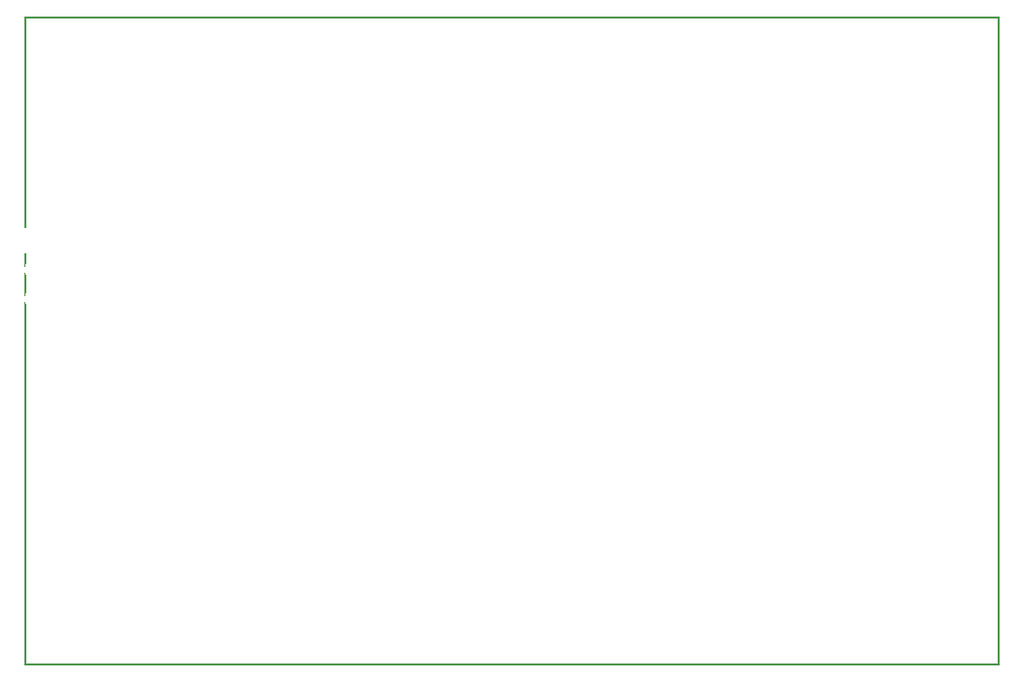
<source format=gbo>
G04 MADE WITH FRITZING*
G04 WWW.FRITZING.ORG*
G04 DOUBLE SIDED*
G04 HOLES PLATED*
G04 CONTOUR ON CENTER OF CONTOUR VECTOR*
%ASAXBY*%
%FSLAX23Y23*%
%MOIN*%
%OFA0B0*%
%SFA1.0B1.0*%
%ADD10R,0.001000X0.001000*%
%LNSILK0*%
G90*
G70*
G54D10*
X1Y2222D02*
X3333Y2222D01*
X1Y2221D02*
X3333Y2221D01*
X1Y2220D02*
X3333Y2220D01*
X1Y2219D02*
X3333Y2219D01*
X1Y2218D02*
X3333Y2218D01*
X1Y2217D02*
X3333Y2217D01*
X1Y2216D02*
X3333Y2216D01*
X1Y2215D02*
X3333Y2215D01*
X1Y2214D02*
X8Y2214D01*
X3326Y2214D02*
X3333Y2214D01*
X1Y2213D02*
X8Y2213D01*
X3326Y2213D02*
X3333Y2213D01*
X1Y2212D02*
X8Y2212D01*
X3326Y2212D02*
X3333Y2212D01*
X1Y2211D02*
X8Y2211D01*
X3326Y2211D02*
X3333Y2211D01*
X1Y2210D02*
X8Y2210D01*
X3326Y2210D02*
X3333Y2210D01*
X1Y2209D02*
X8Y2209D01*
X3326Y2209D02*
X3333Y2209D01*
X1Y2208D02*
X8Y2208D01*
X3326Y2208D02*
X3333Y2208D01*
X1Y2207D02*
X8Y2207D01*
X3326Y2207D02*
X3333Y2207D01*
X1Y2206D02*
X8Y2206D01*
X3326Y2206D02*
X3333Y2206D01*
X1Y2205D02*
X8Y2205D01*
X3326Y2205D02*
X3333Y2205D01*
X1Y2204D02*
X8Y2204D01*
X3326Y2204D02*
X3333Y2204D01*
X1Y2203D02*
X8Y2203D01*
X3326Y2203D02*
X3333Y2203D01*
X1Y2202D02*
X8Y2202D01*
X3326Y2202D02*
X3333Y2202D01*
X1Y2201D02*
X8Y2201D01*
X3326Y2201D02*
X3333Y2201D01*
X1Y2200D02*
X8Y2200D01*
X3326Y2200D02*
X3333Y2200D01*
X1Y2199D02*
X8Y2199D01*
X3326Y2199D02*
X3333Y2199D01*
X1Y2198D02*
X8Y2198D01*
X3326Y2198D02*
X3333Y2198D01*
X1Y2197D02*
X8Y2197D01*
X3326Y2197D02*
X3333Y2197D01*
X1Y2196D02*
X8Y2196D01*
X3326Y2196D02*
X3333Y2196D01*
X1Y2195D02*
X8Y2195D01*
X3326Y2195D02*
X3333Y2195D01*
X1Y2194D02*
X8Y2194D01*
X3326Y2194D02*
X3333Y2194D01*
X1Y2193D02*
X8Y2193D01*
X3326Y2193D02*
X3333Y2193D01*
X1Y2192D02*
X8Y2192D01*
X3326Y2192D02*
X3333Y2192D01*
X1Y2191D02*
X8Y2191D01*
X3326Y2191D02*
X3333Y2191D01*
X1Y2190D02*
X8Y2190D01*
X3326Y2190D02*
X3333Y2190D01*
X1Y2189D02*
X8Y2189D01*
X3326Y2189D02*
X3333Y2189D01*
X1Y2188D02*
X8Y2188D01*
X3326Y2188D02*
X3333Y2188D01*
X1Y2187D02*
X8Y2187D01*
X3326Y2187D02*
X3333Y2187D01*
X1Y2186D02*
X8Y2186D01*
X3326Y2186D02*
X3333Y2186D01*
X1Y2185D02*
X8Y2185D01*
X3326Y2185D02*
X3333Y2185D01*
X1Y2184D02*
X8Y2184D01*
X3326Y2184D02*
X3333Y2184D01*
X1Y2183D02*
X8Y2183D01*
X3326Y2183D02*
X3333Y2183D01*
X1Y2182D02*
X8Y2182D01*
X3326Y2182D02*
X3333Y2182D01*
X1Y2181D02*
X8Y2181D01*
X3326Y2181D02*
X3333Y2181D01*
X1Y2180D02*
X8Y2180D01*
X3326Y2180D02*
X3333Y2180D01*
X1Y2179D02*
X8Y2179D01*
X3326Y2179D02*
X3333Y2179D01*
X1Y2178D02*
X8Y2178D01*
X3326Y2178D02*
X3333Y2178D01*
X1Y2177D02*
X8Y2177D01*
X3326Y2177D02*
X3333Y2177D01*
X1Y2176D02*
X8Y2176D01*
X3326Y2176D02*
X3333Y2176D01*
X1Y2175D02*
X8Y2175D01*
X3326Y2175D02*
X3333Y2175D01*
X1Y2174D02*
X8Y2174D01*
X3326Y2174D02*
X3333Y2174D01*
X1Y2173D02*
X8Y2173D01*
X3326Y2173D02*
X3333Y2173D01*
X1Y2172D02*
X8Y2172D01*
X3326Y2172D02*
X3333Y2172D01*
X1Y2171D02*
X8Y2171D01*
X3326Y2171D02*
X3333Y2171D01*
X1Y2170D02*
X8Y2170D01*
X3326Y2170D02*
X3333Y2170D01*
X1Y2169D02*
X8Y2169D01*
X3326Y2169D02*
X3333Y2169D01*
X1Y2168D02*
X8Y2168D01*
X3326Y2168D02*
X3333Y2168D01*
X1Y2167D02*
X8Y2167D01*
X3326Y2167D02*
X3333Y2167D01*
X1Y2166D02*
X8Y2166D01*
X3326Y2166D02*
X3333Y2166D01*
X1Y2165D02*
X8Y2165D01*
X3326Y2165D02*
X3333Y2165D01*
X1Y2164D02*
X8Y2164D01*
X3326Y2164D02*
X3333Y2164D01*
X1Y2163D02*
X8Y2163D01*
X3326Y2163D02*
X3333Y2163D01*
X1Y2162D02*
X8Y2162D01*
X3326Y2162D02*
X3333Y2162D01*
X1Y2161D02*
X8Y2161D01*
X3326Y2161D02*
X3333Y2161D01*
X1Y2160D02*
X8Y2160D01*
X3326Y2160D02*
X3333Y2160D01*
X1Y2159D02*
X8Y2159D01*
X3326Y2159D02*
X3333Y2159D01*
X1Y2158D02*
X8Y2158D01*
X3326Y2158D02*
X3333Y2158D01*
X1Y2157D02*
X8Y2157D01*
X3326Y2157D02*
X3333Y2157D01*
X1Y2156D02*
X8Y2156D01*
X3326Y2156D02*
X3333Y2156D01*
X1Y2155D02*
X8Y2155D01*
X3326Y2155D02*
X3333Y2155D01*
X1Y2154D02*
X8Y2154D01*
X3326Y2154D02*
X3333Y2154D01*
X1Y2153D02*
X8Y2153D01*
X3326Y2153D02*
X3333Y2153D01*
X1Y2152D02*
X8Y2152D01*
X3326Y2152D02*
X3333Y2152D01*
X1Y2151D02*
X8Y2151D01*
X3326Y2151D02*
X3333Y2151D01*
X1Y2150D02*
X8Y2150D01*
X3326Y2150D02*
X3333Y2150D01*
X1Y2149D02*
X8Y2149D01*
X3326Y2149D02*
X3333Y2149D01*
X1Y2148D02*
X8Y2148D01*
X3326Y2148D02*
X3333Y2148D01*
X1Y2147D02*
X8Y2147D01*
X3326Y2147D02*
X3333Y2147D01*
X1Y2146D02*
X8Y2146D01*
X3326Y2146D02*
X3333Y2146D01*
X1Y2145D02*
X8Y2145D01*
X3326Y2145D02*
X3333Y2145D01*
X1Y2144D02*
X8Y2144D01*
X3326Y2144D02*
X3333Y2144D01*
X1Y2143D02*
X8Y2143D01*
X3326Y2143D02*
X3333Y2143D01*
X1Y2142D02*
X8Y2142D01*
X3326Y2142D02*
X3333Y2142D01*
X1Y2141D02*
X8Y2141D01*
X3326Y2141D02*
X3333Y2141D01*
X1Y2140D02*
X8Y2140D01*
X3326Y2140D02*
X3333Y2140D01*
X1Y2139D02*
X8Y2139D01*
X3326Y2139D02*
X3333Y2139D01*
X1Y2138D02*
X8Y2138D01*
X3326Y2138D02*
X3333Y2138D01*
X1Y2137D02*
X8Y2137D01*
X3326Y2137D02*
X3333Y2137D01*
X1Y2136D02*
X8Y2136D01*
X3326Y2136D02*
X3333Y2136D01*
X1Y2135D02*
X8Y2135D01*
X3326Y2135D02*
X3333Y2135D01*
X1Y2134D02*
X8Y2134D01*
X3326Y2134D02*
X3333Y2134D01*
X1Y2133D02*
X8Y2133D01*
X3326Y2133D02*
X3333Y2133D01*
X1Y2132D02*
X8Y2132D01*
X3326Y2132D02*
X3333Y2132D01*
X1Y2131D02*
X8Y2131D01*
X3326Y2131D02*
X3333Y2131D01*
X1Y2130D02*
X8Y2130D01*
X3326Y2130D02*
X3333Y2130D01*
X1Y2129D02*
X8Y2129D01*
X3326Y2129D02*
X3333Y2129D01*
X1Y2128D02*
X8Y2128D01*
X3326Y2128D02*
X3333Y2128D01*
X1Y2127D02*
X8Y2127D01*
X3326Y2127D02*
X3333Y2127D01*
X1Y2126D02*
X8Y2126D01*
X3326Y2126D02*
X3333Y2126D01*
X1Y2125D02*
X8Y2125D01*
X3326Y2125D02*
X3333Y2125D01*
X1Y2124D02*
X8Y2124D01*
X3326Y2124D02*
X3333Y2124D01*
X1Y2123D02*
X8Y2123D01*
X3326Y2123D02*
X3333Y2123D01*
X1Y2122D02*
X8Y2122D01*
X3326Y2122D02*
X3333Y2122D01*
X1Y2121D02*
X8Y2121D01*
X3326Y2121D02*
X3333Y2121D01*
X1Y2120D02*
X8Y2120D01*
X3326Y2120D02*
X3333Y2120D01*
X1Y2119D02*
X8Y2119D01*
X3326Y2119D02*
X3333Y2119D01*
X1Y2118D02*
X8Y2118D01*
X3326Y2118D02*
X3333Y2118D01*
X1Y2117D02*
X8Y2117D01*
X3326Y2117D02*
X3333Y2117D01*
X1Y2116D02*
X8Y2116D01*
X3326Y2116D02*
X3333Y2116D01*
X1Y2115D02*
X8Y2115D01*
X3326Y2115D02*
X3333Y2115D01*
X1Y2114D02*
X8Y2114D01*
X3326Y2114D02*
X3333Y2114D01*
X1Y2113D02*
X8Y2113D01*
X3326Y2113D02*
X3333Y2113D01*
X1Y2112D02*
X8Y2112D01*
X3326Y2112D02*
X3333Y2112D01*
X1Y2111D02*
X8Y2111D01*
X3326Y2111D02*
X3333Y2111D01*
X1Y2110D02*
X8Y2110D01*
X3326Y2110D02*
X3333Y2110D01*
X1Y2109D02*
X8Y2109D01*
X3326Y2109D02*
X3333Y2109D01*
X1Y2108D02*
X8Y2108D01*
X3326Y2108D02*
X3333Y2108D01*
X1Y2107D02*
X8Y2107D01*
X3326Y2107D02*
X3333Y2107D01*
X1Y2106D02*
X8Y2106D01*
X3326Y2106D02*
X3333Y2106D01*
X1Y2105D02*
X8Y2105D01*
X3326Y2105D02*
X3333Y2105D01*
X1Y2104D02*
X8Y2104D01*
X3326Y2104D02*
X3333Y2104D01*
X1Y2103D02*
X8Y2103D01*
X3326Y2103D02*
X3333Y2103D01*
X1Y2102D02*
X8Y2102D01*
X3326Y2102D02*
X3333Y2102D01*
X1Y2101D02*
X8Y2101D01*
X3326Y2101D02*
X3333Y2101D01*
X1Y2100D02*
X8Y2100D01*
X3326Y2100D02*
X3333Y2100D01*
X1Y2099D02*
X8Y2099D01*
X3326Y2099D02*
X3333Y2099D01*
X1Y2098D02*
X8Y2098D01*
X3326Y2098D02*
X3333Y2098D01*
X1Y2097D02*
X8Y2097D01*
X3326Y2097D02*
X3333Y2097D01*
X1Y2096D02*
X8Y2096D01*
X3326Y2096D02*
X3333Y2096D01*
X1Y2095D02*
X8Y2095D01*
X3326Y2095D02*
X3333Y2095D01*
X1Y2094D02*
X8Y2094D01*
X3326Y2094D02*
X3333Y2094D01*
X1Y2093D02*
X8Y2093D01*
X3326Y2093D02*
X3333Y2093D01*
X1Y2092D02*
X8Y2092D01*
X3326Y2092D02*
X3333Y2092D01*
X1Y2091D02*
X8Y2091D01*
X3326Y2091D02*
X3333Y2091D01*
X1Y2090D02*
X8Y2090D01*
X3326Y2090D02*
X3333Y2090D01*
X1Y2089D02*
X8Y2089D01*
X3326Y2089D02*
X3333Y2089D01*
X1Y2088D02*
X8Y2088D01*
X3326Y2088D02*
X3333Y2088D01*
X1Y2087D02*
X8Y2087D01*
X3326Y2087D02*
X3333Y2087D01*
X1Y2086D02*
X8Y2086D01*
X3326Y2086D02*
X3333Y2086D01*
X1Y2085D02*
X8Y2085D01*
X3326Y2085D02*
X3333Y2085D01*
X1Y2084D02*
X8Y2084D01*
X3326Y2084D02*
X3333Y2084D01*
X1Y2083D02*
X8Y2083D01*
X3326Y2083D02*
X3333Y2083D01*
X1Y2082D02*
X8Y2082D01*
X3326Y2082D02*
X3333Y2082D01*
X1Y2081D02*
X8Y2081D01*
X3326Y2081D02*
X3333Y2081D01*
X1Y2080D02*
X8Y2080D01*
X3326Y2080D02*
X3333Y2080D01*
X1Y2079D02*
X8Y2079D01*
X3326Y2079D02*
X3333Y2079D01*
X1Y2078D02*
X8Y2078D01*
X3326Y2078D02*
X3333Y2078D01*
X1Y2077D02*
X8Y2077D01*
X3326Y2077D02*
X3333Y2077D01*
X1Y2076D02*
X8Y2076D01*
X3326Y2076D02*
X3333Y2076D01*
X1Y2075D02*
X8Y2075D01*
X3326Y2075D02*
X3333Y2075D01*
X1Y2074D02*
X8Y2074D01*
X3326Y2074D02*
X3333Y2074D01*
X1Y2073D02*
X8Y2073D01*
X3326Y2073D02*
X3333Y2073D01*
X1Y2072D02*
X8Y2072D01*
X3326Y2072D02*
X3333Y2072D01*
X1Y2071D02*
X8Y2071D01*
X3326Y2071D02*
X3333Y2071D01*
X1Y2070D02*
X8Y2070D01*
X3326Y2070D02*
X3333Y2070D01*
X1Y2069D02*
X8Y2069D01*
X3326Y2069D02*
X3333Y2069D01*
X1Y2068D02*
X8Y2068D01*
X3326Y2068D02*
X3333Y2068D01*
X1Y2067D02*
X8Y2067D01*
X3326Y2067D02*
X3333Y2067D01*
X1Y2066D02*
X8Y2066D01*
X3326Y2066D02*
X3333Y2066D01*
X1Y2065D02*
X8Y2065D01*
X3326Y2065D02*
X3333Y2065D01*
X1Y2064D02*
X8Y2064D01*
X3326Y2064D02*
X3333Y2064D01*
X1Y2063D02*
X8Y2063D01*
X3326Y2063D02*
X3333Y2063D01*
X1Y2062D02*
X8Y2062D01*
X3326Y2062D02*
X3333Y2062D01*
X1Y2061D02*
X8Y2061D01*
X3326Y2061D02*
X3333Y2061D01*
X1Y2060D02*
X8Y2060D01*
X3326Y2060D02*
X3333Y2060D01*
X1Y2059D02*
X8Y2059D01*
X3326Y2059D02*
X3333Y2059D01*
X1Y2058D02*
X8Y2058D01*
X3326Y2058D02*
X3333Y2058D01*
X1Y2057D02*
X8Y2057D01*
X3326Y2057D02*
X3333Y2057D01*
X1Y2056D02*
X8Y2056D01*
X3326Y2056D02*
X3333Y2056D01*
X1Y2055D02*
X8Y2055D01*
X3326Y2055D02*
X3333Y2055D01*
X1Y2054D02*
X8Y2054D01*
X3326Y2054D02*
X3333Y2054D01*
X1Y2053D02*
X8Y2053D01*
X3326Y2053D02*
X3333Y2053D01*
X1Y2052D02*
X8Y2052D01*
X3326Y2052D02*
X3333Y2052D01*
X1Y2051D02*
X8Y2051D01*
X3326Y2051D02*
X3333Y2051D01*
X1Y2050D02*
X8Y2050D01*
X3326Y2050D02*
X3333Y2050D01*
X1Y2049D02*
X8Y2049D01*
X3326Y2049D02*
X3333Y2049D01*
X1Y2048D02*
X8Y2048D01*
X3326Y2048D02*
X3333Y2048D01*
X1Y2047D02*
X8Y2047D01*
X3326Y2047D02*
X3333Y2047D01*
X1Y2046D02*
X8Y2046D01*
X3326Y2046D02*
X3333Y2046D01*
X1Y2045D02*
X8Y2045D01*
X3326Y2045D02*
X3333Y2045D01*
X1Y2044D02*
X8Y2044D01*
X3326Y2044D02*
X3333Y2044D01*
X1Y2043D02*
X8Y2043D01*
X3326Y2043D02*
X3333Y2043D01*
X1Y2042D02*
X8Y2042D01*
X3326Y2042D02*
X3333Y2042D01*
X1Y2041D02*
X8Y2041D01*
X3326Y2041D02*
X3333Y2041D01*
X1Y2040D02*
X8Y2040D01*
X3326Y2040D02*
X3333Y2040D01*
X1Y2039D02*
X8Y2039D01*
X3326Y2039D02*
X3333Y2039D01*
X1Y2038D02*
X8Y2038D01*
X3326Y2038D02*
X3333Y2038D01*
X1Y2037D02*
X8Y2037D01*
X3326Y2037D02*
X3333Y2037D01*
X1Y2036D02*
X8Y2036D01*
X3326Y2036D02*
X3333Y2036D01*
X1Y2035D02*
X8Y2035D01*
X3326Y2035D02*
X3333Y2035D01*
X1Y2034D02*
X8Y2034D01*
X3326Y2034D02*
X3333Y2034D01*
X1Y2033D02*
X8Y2033D01*
X3326Y2033D02*
X3333Y2033D01*
X1Y2032D02*
X8Y2032D01*
X3326Y2032D02*
X3333Y2032D01*
X1Y2031D02*
X8Y2031D01*
X3326Y2031D02*
X3333Y2031D01*
X1Y2030D02*
X8Y2030D01*
X3326Y2030D02*
X3333Y2030D01*
X1Y2029D02*
X8Y2029D01*
X3326Y2029D02*
X3333Y2029D01*
X1Y2028D02*
X8Y2028D01*
X3326Y2028D02*
X3333Y2028D01*
X1Y2027D02*
X8Y2027D01*
X3326Y2027D02*
X3333Y2027D01*
X1Y2026D02*
X8Y2026D01*
X3326Y2026D02*
X3333Y2026D01*
X1Y2025D02*
X8Y2025D01*
X3326Y2025D02*
X3333Y2025D01*
X1Y2024D02*
X8Y2024D01*
X3326Y2024D02*
X3333Y2024D01*
X1Y2023D02*
X8Y2023D01*
X3326Y2023D02*
X3333Y2023D01*
X1Y2022D02*
X8Y2022D01*
X3326Y2022D02*
X3333Y2022D01*
X1Y2021D02*
X8Y2021D01*
X3326Y2021D02*
X3333Y2021D01*
X1Y2020D02*
X8Y2020D01*
X3326Y2020D02*
X3333Y2020D01*
X1Y2019D02*
X8Y2019D01*
X3326Y2019D02*
X3333Y2019D01*
X1Y2018D02*
X8Y2018D01*
X3326Y2018D02*
X3333Y2018D01*
X1Y2017D02*
X8Y2017D01*
X3326Y2017D02*
X3333Y2017D01*
X1Y2016D02*
X8Y2016D01*
X3326Y2016D02*
X3333Y2016D01*
X1Y2015D02*
X8Y2015D01*
X3326Y2015D02*
X3333Y2015D01*
X1Y2014D02*
X8Y2014D01*
X3326Y2014D02*
X3333Y2014D01*
X1Y2013D02*
X8Y2013D01*
X3326Y2013D02*
X3333Y2013D01*
X1Y2012D02*
X8Y2012D01*
X3326Y2012D02*
X3333Y2012D01*
X1Y2011D02*
X8Y2011D01*
X3326Y2011D02*
X3333Y2011D01*
X1Y2010D02*
X8Y2010D01*
X3326Y2010D02*
X3333Y2010D01*
X1Y2009D02*
X8Y2009D01*
X3326Y2009D02*
X3333Y2009D01*
X1Y2008D02*
X8Y2008D01*
X3326Y2008D02*
X3333Y2008D01*
X1Y2007D02*
X8Y2007D01*
X3326Y2007D02*
X3333Y2007D01*
X1Y2006D02*
X8Y2006D01*
X3326Y2006D02*
X3333Y2006D01*
X1Y2005D02*
X8Y2005D01*
X3326Y2005D02*
X3333Y2005D01*
X1Y2004D02*
X8Y2004D01*
X3326Y2004D02*
X3333Y2004D01*
X1Y2003D02*
X8Y2003D01*
X3326Y2003D02*
X3333Y2003D01*
X1Y2002D02*
X8Y2002D01*
X3326Y2002D02*
X3333Y2002D01*
X1Y2001D02*
X8Y2001D01*
X3326Y2001D02*
X3333Y2001D01*
X1Y2000D02*
X8Y2000D01*
X3326Y2000D02*
X3333Y2000D01*
X1Y1999D02*
X8Y1999D01*
X3326Y1999D02*
X3333Y1999D01*
X1Y1998D02*
X8Y1998D01*
X3326Y1998D02*
X3333Y1998D01*
X1Y1997D02*
X8Y1997D01*
X3326Y1997D02*
X3333Y1997D01*
X1Y1996D02*
X8Y1996D01*
X3326Y1996D02*
X3333Y1996D01*
X1Y1995D02*
X8Y1995D01*
X3326Y1995D02*
X3333Y1995D01*
X1Y1994D02*
X8Y1994D01*
X3326Y1994D02*
X3333Y1994D01*
X1Y1993D02*
X8Y1993D01*
X3326Y1993D02*
X3333Y1993D01*
X1Y1992D02*
X8Y1992D01*
X3326Y1992D02*
X3333Y1992D01*
X1Y1991D02*
X8Y1991D01*
X3326Y1991D02*
X3333Y1991D01*
X1Y1990D02*
X8Y1990D01*
X3326Y1990D02*
X3333Y1990D01*
X1Y1989D02*
X8Y1989D01*
X3326Y1989D02*
X3333Y1989D01*
X1Y1988D02*
X8Y1988D01*
X3326Y1988D02*
X3333Y1988D01*
X1Y1987D02*
X8Y1987D01*
X3326Y1987D02*
X3333Y1987D01*
X1Y1986D02*
X8Y1986D01*
X3326Y1986D02*
X3333Y1986D01*
X1Y1985D02*
X8Y1985D01*
X3326Y1985D02*
X3333Y1985D01*
X1Y1984D02*
X8Y1984D01*
X3326Y1984D02*
X3333Y1984D01*
X1Y1983D02*
X8Y1983D01*
X3326Y1983D02*
X3333Y1983D01*
X1Y1982D02*
X8Y1982D01*
X3326Y1982D02*
X3333Y1982D01*
X1Y1981D02*
X8Y1981D01*
X3326Y1981D02*
X3333Y1981D01*
X1Y1980D02*
X8Y1980D01*
X3326Y1980D02*
X3333Y1980D01*
X1Y1979D02*
X8Y1979D01*
X3326Y1979D02*
X3333Y1979D01*
X1Y1978D02*
X8Y1978D01*
X3326Y1978D02*
X3333Y1978D01*
X1Y1977D02*
X8Y1977D01*
X3326Y1977D02*
X3333Y1977D01*
X1Y1976D02*
X8Y1976D01*
X3326Y1976D02*
X3333Y1976D01*
X1Y1975D02*
X8Y1975D01*
X3326Y1975D02*
X3333Y1975D01*
X1Y1974D02*
X8Y1974D01*
X3326Y1974D02*
X3333Y1974D01*
X1Y1973D02*
X8Y1973D01*
X3326Y1973D02*
X3333Y1973D01*
X1Y1972D02*
X8Y1972D01*
X3326Y1972D02*
X3333Y1972D01*
X1Y1971D02*
X8Y1971D01*
X3326Y1971D02*
X3333Y1971D01*
X1Y1970D02*
X8Y1970D01*
X3326Y1970D02*
X3333Y1970D01*
X1Y1969D02*
X8Y1969D01*
X3326Y1969D02*
X3333Y1969D01*
X1Y1968D02*
X8Y1968D01*
X3326Y1968D02*
X3333Y1968D01*
X1Y1967D02*
X8Y1967D01*
X3326Y1967D02*
X3333Y1967D01*
X1Y1966D02*
X8Y1966D01*
X3326Y1966D02*
X3333Y1966D01*
X1Y1965D02*
X8Y1965D01*
X3326Y1965D02*
X3333Y1965D01*
X1Y1964D02*
X8Y1964D01*
X3326Y1964D02*
X3333Y1964D01*
X1Y1963D02*
X8Y1963D01*
X3326Y1963D02*
X3333Y1963D01*
X1Y1962D02*
X8Y1962D01*
X3326Y1962D02*
X3333Y1962D01*
X1Y1961D02*
X8Y1961D01*
X3326Y1961D02*
X3333Y1961D01*
X1Y1960D02*
X8Y1960D01*
X3326Y1960D02*
X3333Y1960D01*
X1Y1959D02*
X8Y1959D01*
X3326Y1959D02*
X3333Y1959D01*
X1Y1958D02*
X8Y1958D01*
X3326Y1958D02*
X3333Y1958D01*
X1Y1957D02*
X8Y1957D01*
X3326Y1957D02*
X3333Y1957D01*
X1Y1956D02*
X8Y1956D01*
X3326Y1956D02*
X3333Y1956D01*
X1Y1955D02*
X8Y1955D01*
X3326Y1955D02*
X3333Y1955D01*
X1Y1954D02*
X8Y1954D01*
X3326Y1954D02*
X3333Y1954D01*
X1Y1953D02*
X8Y1953D01*
X3326Y1953D02*
X3333Y1953D01*
X1Y1952D02*
X8Y1952D01*
X3326Y1952D02*
X3333Y1952D01*
X1Y1951D02*
X8Y1951D01*
X3326Y1951D02*
X3333Y1951D01*
X1Y1950D02*
X8Y1950D01*
X3326Y1950D02*
X3333Y1950D01*
X1Y1949D02*
X8Y1949D01*
X3326Y1949D02*
X3333Y1949D01*
X1Y1948D02*
X8Y1948D01*
X3326Y1948D02*
X3333Y1948D01*
X1Y1947D02*
X8Y1947D01*
X3326Y1947D02*
X3333Y1947D01*
X1Y1946D02*
X8Y1946D01*
X3326Y1946D02*
X3333Y1946D01*
X1Y1945D02*
X8Y1945D01*
X3326Y1945D02*
X3333Y1945D01*
X1Y1944D02*
X8Y1944D01*
X3326Y1944D02*
X3333Y1944D01*
X1Y1943D02*
X8Y1943D01*
X3326Y1943D02*
X3333Y1943D01*
X1Y1942D02*
X8Y1942D01*
X3326Y1942D02*
X3333Y1942D01*
X1Y1941D02*
X8Y1941D01*
X3326Y1941D02*
X3333Y1941D01*
X1Y1940D02*
X8Y1940D01*
X3326Y1940D02*
X3333Y1940D01*
X1Y1939D02*
X8Y1939D01*
X3326Y1939D02*
X3333Y1939D01*
X1Y1938D02*
X8Y1938D01*
X3326Y1938D02*
X3333Y1938D01*
X1Y1937D02*
X8Y1937D01*
X3326Y1937D02*
X3333Y1937D01*
X1Y1936D02*
X8Y1936D01*
X3326Y1936D02*
X3333Y1936D01*
X1Y1935D02*
X8Y1935D01*
X3326Y1935D02*
X3333Y1935D01*
X1Y1934D02*
X8Y1934D01*
X3326Y1934D02*
X3333Y1934D01*
X1Y1933D02*
X8Y1933D01*
X3326Y1933D02*
X3333Y1933D01*
X1Y1932D02*
X8Y1932D01*
X3326Y1932D02*
X3333Y1932D01*
X1Y1931D02*
X8Y1931D01*
X3326Y1931D02*
X3333Y1931D01*
X1Y1930D02*
X8Y1930D01*
X3326Y1930D02*
X3333Y1930D01*
X1Y1929D02*
X8Y1929D01*
X3326Y1929D02*
X3333Y1929D01*
X1Y1928D02*
X8Y1928D01*
X3326Y1928D02*
X3333Y1928D01*
X1Y1927D02*
X8Y1927D01*
X3326Y1927D02*
X3333Y1927D01*
X1Y1926D02*
X8Y1926D01*
X3326Y1926D02*
X3333Y1926D01*
X1Y1925D02*
X8Y1925D01*
X3326Y1925D02*
X3333Y1925D01*
X1Y1924D02*
X8Y1924D01*
X3326Y1924D02*
X3333Y1924D01*
X1Y1923D02*
X8Y1923D01*
X3326Y1923D02*
X3333Y1923D01*
X1Y1922D02*
X8Y1922D01*
X3326Y1922D02*
X3333Y1922D01*
X1Y1921D02*
X8Y1921D01*
X3326Y1921D02*
X3333Y1921D01*
X1Y1920D02*
X8Y1920D01*
X3326Y1920D02*
X3333Y1920D01*
X1Y1919D02*
X8Y1919D01*
X3326Y1919D02*
X3333Y1919D01*
X1Y1918D02*
X8Y1918D01*
X3326Y1918D02*
X3333Y1918D01*
X1Y1917D02*
X8Y1917D01*
X3326Y1917D02*
X3333Y1917D01*
X1Y1916D02*
X8Y1916D01*
X3326Y1916D02*
X3333Y1916D01*
X1Y1915D02*
X8Y1915D01*
X3326Y1915D02*
X3333Y1915D01*
X1Y1914D02*
X8Y1914D01*
X3326Y1914D02*
X3333Y1914D01*
X1Y1913D02*
X8Y1913D01*
X3326Y1913D02*
X3333Y1913D01*
X1Y1912D02*
X8Y1912D01*
X3326Y1912D02*
X3333Y1912D01*
X1Y1911D02*
X8Y1911D01*
X3326Y1911D02*
X3333Y1911D01*
X1Y1910D02*
X8Y1910D01*
X3326Y1910D02*
X3333Y1910D01*
X1Y1909D02*
X8Y1909D01*
X3326Y1909D02*
X3333Y1909D01*
X1Y1908D02*
X8Y1908D01*
X3326Y1908D02*
X3333Y1908D01*
X1Y1907D02*
X8Y1907D01*
X3326Y1907D02*
X3333Y1907D01*
X1Y1906D02*
X8Y1906D01*
X3326Y1906D02*
X3333Y1906D01*
X1Y1905D02*
X8Y1905D01*
X3326Y1905D02*
X3333Y1905D01*
X1Y1904D02*
X8Y1904D01*
X3326Y1904D02*
X3333Y1904D01*
X1Y1903D02*
X8Y1903D01*
X3326Y1903D02*
X3333Y1903D01*
X1Y1902D02*
X8Y1902D01*
X3326Y1902D02*
X3333Y1902D01*
X1Y1901D02*
X8Y1901D01*
X3326Y1901D02*
X3333Y1901D01*
X1Y1900D02*
X8Y1900D01*
X3326Y1900D02*
X3333Y1900D01*
X1Y1899D02*
X8Y1899D01*
X3326Y1899D02*
X3333Y1899D01*
X1Y1898D02*
X8Y1898D01*
X3326Y1898D02*
X3333Y1898D01*
X1Y1897D02*
X8Y1897D01*
X3326Y1897D02*
X3333Y1897D01*
X1Y1896D02*
X8Y1896D01*
X3326Y1896D02*
X3333Y1896D01*
X1Y1895D02*
X8Y1895D01*
X3326Y1895D02*
X3333Y1895D01*
X1Y1894D02*
X8Y1894D01*
X3326Y1894D02*
X3333Y1894D01*
X1Y1893D02*
X8Y1893D01*
X3326Y1893D02*
X3333Y1893D01*
X1Y1892D02*
X8Y1892D01*
X3326Y1892D02*
X3333Y1892D01*
X1Y1891D02*
X8Y1891D01*
X3326Y1891D02*
X3333Y1891D01*
X1Y1890D02*
X8Y1890D01*
X3326Y1890D02*
X3333Y1890D01*
X1Y1889D02*
X8Y1889D01*
X3326Y1889D02*
X3333Y1889D01*
X1Y1888D02*
X8Y1888D01*
X3326Y1888D02*
X3333Y1888D01*
X1Y1887D02*
X8Y1887D01*
X3326Y1887D02*
X3333Y1887D01*
X1Y1886D02*
X8Y1886D01*
X3326Y1886D02*
X3333Y1886D01*
X1Y1885D02*
X8Y1885D01*
X3326Y1885D02*
X3333Y1885D01*
X1Y1884D02*
X8Y1884D01*
X3326Y1884D02*
X3333Y1884D01*
X1Y1883D02*
X8Y1883D01*
X3326Y1883D02*
X3333Y1883D01*
X1Y1882D02*
X8Y1882D01*
X3326Y1882D02*
X3333Y1882D01*
X1Y1881D02*
X8Y1881D01*
X3326Y1881D02*
X3333Y1881D01*
X1Y1880D02*
X8Y1880D01*
X3326Y1880D02*
X3333Y1880D01*
X1Y1879D02*
X8Y1879D01*
X3326Y1879D02*
X3333Y1879D01*
X1Y1878D02*
X8Y1878D01*
X3326Y1878D02*
X3333Y1878D01*
X1Y1877D02*
X8Y1877D01*
X3326Y1877D02*
X3333Y1877D01*
X1Y1876D02*
X8Y1876D01*
X3326Y1876D02*
X3333Y1876D01*
X1Y1875D02*
X8Y1875D01*
X3326Y1875D02*
X3333Y1875D01*
X1Y1874D02*
X8Y1874D01*
X3326Y1874D02*
X3333Y1874D01*
X1Y1873D02*
X8Y1873D01*
X3326Y1873D02*
X3333Y1873D01*
X1Y1872D02*
X8Y1872D01*
X3326Y1872D02*
X3333Y1872D01*
X1Y1871D02*
X8Y1871D01*
X3326Y1871D02*
X3333Y1871D01*
X1Y1870D02*
X8Y1870D01*
X3326Y1870D02*
X3333Y1870D01*
X1Y1869D02*
X8Y1869D01*
X3326Y1869D02*
X3333Y1869D01*
X1Y1868D02*
X8Y1868D01*
X3326Y1868D02*
X3333Y1868D01*
X1Y1867D02*
X8Y1867D01*
X3326Y1867D02*
X3333Y1867D01*
X1Y1866D02*
X8Y1866D01*
X3326Y1866D02*
X3333Y1866D01*
X1Y1865D02*
X8Y1865D01*
X3326Y1865D02*
X3333Y1865D01*
X1Y1864D02*
X8Y1864D01*
X3326Y1864D02*
X3333Y1864D01*
X1Y1863D02*
X8Y1863D01*
X3326Y1863D02*
X3333Y1863D01*
X1Y1862D02*
X8Y1862D01*
X3326Y1862D02*
X3333Y1862D01*
X1Y1861D02*
X8Y1861D01*
X3326Y1861D02*
X3333Y1861D01*
X1Y1860D02*
X8Y1860D01*
X3326Y1860D02*
X3333Y1860D01*
X1Y1859D02*
X8Y1859D01*
X3326Y1859D02*
X3333Y1859D01*
X1Y1858D02*
X8Y1858D01*
X3326Y1858D02*
X3333Y1858D01*
X1Y1857D02*
X8Y1857D01*
X3326Y1857D02*
X3333Y1857D01*
X1Y1856D02*
X8Y1856D01*
X3326Y1856D02*
X3333Y1856D01*
X1Y1855D02*
X8Y1855D01*
X3326Y1855D02*
X3333Y1855D01*
X1Y1854D02*
X8Y1854D01*
X3326Y1854D02*
X3333Y1854D01*
X1Y1853D02*
X8Y1853D01*
X3326Y1853D02*
X3333Y1853D01*
X1Y1852D02*
X8Y1852D01*
X3326Y1852D02*
X3333Y1852D01*
X1Y1851D02*
X8Y1851D01*
X3326Y1851D02*
X3333Y1851D01*
X1Y1850D02*
X8Y1850D01*
X3326Y1850D02*
X3333Y1850D01*
X1Y1849D02*
X8Y1849D01*
X3326Y1849D02*
X3333Y1849D01*
X1Y1848D02*
X8Y1848D01*
X3326Y1848D02*
X3333Y1848D01*
X1Y1847D02*
X8Y1847D01*
X3326Y1847D02*
X3333Y1847D01*
X1Y1846D02*
X8Y1846D01*
X3326Y1846D02*
X3333Y1846D01*
X1Y1845D02*
X8Y1845D01*
X3326Y1845D02*
X3333Y1845D01*
X1Y1844D02*
X8Y1844D01*
X3326Y1844D02*
X3333Y1844D01*
X1Y1843D02*
X8Y1843D01*
X3326Y1843D02*
X3333Y1843D01*
X1Y1842D02*
X8Y1842D01*
X3326Y1842D02*
X3333Y1842D01*
X1Y1841D02*
X8Y1841D01*
X3326Y1841D02*
X3333Y1841D01*
X1Y1840D02*
X8Y1840D01*
X3326Y1840D02*
X3333Y1840D01*
X1Y1839D02*
X8Y1839D01*
X3326Y1839D02*
X3333Y1839D01*
X1Y1838D02*
X8Y1838D01*
X3326Y1838D02*
X3333Y1838D01*
X1Y1837D02*
X8Y1837D01*
X3326Y1837D02*
X3333Y1837D01*
X1Y1836D02*
X8Y1836D01*
X3326Y1836D02*
X3333Y1836D01*
X1Y1835D02*
X8Y1835D01*
X3326Y1835D02*
X3333Y1835D01*
X1Y1834D02*
X8Y1834D01*
X3326Y1834D02*
X3333Y1834D01*
X1Y1833D02*
X8Y1833D01*
X3326Y1833D02*
X3333Y1833D01*
X1Y1832D02*
X8Y1832D01*
X3326Y1832D02*
X3333Y1832D01*
X1Y1831D02*
X8Y1831D01*
X3326Y1831D02*
X3333Y1831D01*
X1Y1830D02*
X8Y1830D01*
X3326Y1830D02*
X3333Y1830D01*
X1Y1829D02*
X8Y1829D01*
X3326Y1829D02*
X3333Y1829D01*
X1Y1828D02*
X8Y1828D01*
X3326Y1828D02*
X3333Y1828D01*
X1Y1827D02*
X8Y1827D01*
X3326Y1827D02*
X3333Y1827D01*
X1Y1826D02*
X8Y1826D01*
X3326Y1826D02*
X3333Y1826D01*
X1Y1825D02*
X8Y1825D01*
X3326Y1825D02*
X3333Y1825D01*
X1Y1824D02*
X8Y1824D01*
X3326Y1824D02*
X3333Y1824D01*
X1Y1823D02*
X8Y1823D01*
X3326Y1823D02*
X3333Y1823D01*
X1Y1822D02*
X8Y1822D01*
X3326Y1822D02*
X3333Y1822D01*
X1Y1821D02*
X8Y1821D01*
X3326Y1821D02*
X3333Y1821D01*
X1Y1820D02*
X8Y1820D01*
X3326Y1820D02*
X3333Y1820D01*
X1Y1819D02*
X8Y1819D01*
X3326Y1819D02*
X3333Y1819D01*
X1Y1818D02*
X8Y1818D01*
X3326Y1818D02*
X3333Y1818D01*
X1Y1817D02*
X8Y1817D01*
X3326Y1817D02*
X3333Y1817D01*
X1Y1816D02*
X8Y1816D01*
X3326Y1816D02*
X3333Y1816D01*
X1Y1815D02*
X8Y1815D01*
X3326Y1815D02*
X3333Y1815D01*
X1Y1814D02*
X8Y1814D01*
X3326Y1814D02*
X3333Y1814D01*
X1Y1813D02*
X8Y1813D01*
X3326Y1813D02*
X3333Y1813D01*
X1Y1812D02*
X8Y1812D01*
X3326Y1812D02*
X3333Y1812D01*
X1Y1811D02*
X8Y1811D01*
X3326Y1811D02*
X3333Y1811D01*
X1Y1810D02*
X8Y1810D01*
X3326Y1810D02*
X3333Y1810D01*
X1Y1809D02*
X8Y1809D01*
X3326Y1809D02*
X3333Y1809D01*
X1Y1808D02*
X8Y1808D01*
X3326Y1808D02*
X3333Y1808D01*
X1Y1807D02*
X8Y1807D01*
X3326Y1807D02*
X3333Y1807D01*
X1Y1806D02*
X8Y1806D01*
X3326Y1806D02*
X3333Y1806D01*
X1Y1805D02*
X8Y1805D01*
X3326Y1805D02*
X3333Y1805D01*
X1Y1804D02*
X8Y1804D01*
X3326Y1804D02*
X3333Y1804D01*
X1Y1803D02*
X8Y1803D01*
X3326Y1803D02*
X3333Y1803D01*
X1Y1802D02*
X8Y1802D01*
X3326Y1802D02*
X3333Y1802D01*
X1Y1801D02*
X8Y1801D01*
X3326Y1801D02*
X3333Y1801D01*
X1Y1800D02*
X8Y1800D01*
X3326Y1800D02*
X3333Y1800D01*
X1Y1799D02*
X8Y1799D01*
X3326Y1799D02*
X3333Y1799D01*
X1Y1798D02*
X8Y1798D01*
X3326Y1798D02*
X3333Y1798D01*
X1Y1797D02*
X8Y1797D01*
X3326Y1797D02*
X3333Y1797D01*
X1Y1796D02*
X8Y1796D01*
X3326Y1796D02*
X3333Y1796D01*
X1Y1795D02*
X8Y1795D01*
X3326Y1795D02*
X3333Y1795D01*
X1Y1794D02*
X8Y1794D01*
X3326Y1794D02*
X3333Y1794D01*
X1Y1793D02*
X8Y1793D01*
X3326Y1793D02*
X3333Y1793D01*
X1Y1792D02*
X8Y1792D01*
X3326Y1792D02*
X3333Y1792D01*
X1Y1791D02*
X8Y1791D01*
X3326Y1791D02*
X3333Y1791D01*
X1Y1790D02*
X8Y1790D01*
X3326Y1790D02*
X3333Y1790D01*
X1Y1789D02*
X8Y1789D01*
X3326Y1789D02*
X3333Y1789D01*
X1Y1788D02*
X8Y1788D01*
X3326Y1788D02*
X3333Y1788D01*
X1Y1787D02*
X8Y1787D01*
X3326Y1787D02*
X3333Y1787D01*
X1Y1786D02*
X8Y1786D01*
X3326Y1786D02*
X3333Y1786D01*
X1Y1785D02*
X8Y1785D01*
X3326Y1785D02*
X3333Y1785D01*
X1Y1784D02*
X8Y1784D01*
X3326Y1784D02*
X3333Y1784D01*
X1Y1783D02*
X8Y1783D01*
X3326Y1783D02*
X3333Y1783D01*
X1Y1782D02*
X8Y1782D01*
X3326Y1782D02*
X3333Y1782D01*
X1Y1781D02*
X8Y1781D01*
X3326Y1781D02*
X3333Y1781D01*
X1Y1780D02*
X8Y1780D01*
X3326Y1780D02*
X3333Y1780D01*
X1Y1779D02*
X8Y1779D01*
X3326Y1779D02*
X3333Y1779D01*
X1Y1778D02*
X8Y1778D01*
X3326Y1778D02*
X3333Y1778D01*
X1Y1777D02*
X8Y1777D01*
X3326Y1777D02*
X3333Y1777D01*
X1Y1776D02*
X8Y1776D01*
X3326Y1776D02*
X3333Y1776D01*
X1Y1775D02*
X8Y1775D01*
X3326Y1775D02*
X3333Y1775D01*
X1Y1774D02*
X8Y1774D01*
X3326Y1774D02*
X3333Y1774D01*
X1Y1773D02*
X8Y1773D01*
X3326Y1773D02*
X3333Y1773D01*
X1Y1772D02*
X8Y1772D01*
X3326Y1772D02*
X3333Y1772D01*
X1Y1771D02*
X8Y1771D01*
X3326Y1771D02*
X3333Y1771D01*
X1Y1770D02*
X8Y1770D01*
X3326Y1770D02*
X3333Y1770D01*
X1Y1769D02*
X8Y1769D01*
X3326Y1769D02*
X3333Y1769D01*
X1Y1768D02*
X8Y1768D01*
X3326Y1768D02*
X3333Y1768D01*
X1Y1767D02*
X8Y1767D01*
X3326Y1767D02*
X3333Y1767D01*
X1Y1766D02*
X8Y1766D01*
X3326Y1766D02*
X3333Y1766D01*
X1Y1765D02*
X8Y1765D01*
X3326Y1765D02*
X3333Y1765D01*
X1Y1764D02*
X8Y1764D01*
X3326Y1764D02*
X3333Y1764D01*
X1Y1763D02*
X8Y1763D01*
X3326Y1763D02*
X3333Y1763D01*
X1Y1762D02*
X8Y1762D01*
X3326Y1762D02*
X3333Y1762D01*
X1Y1761D02*
X8Y1761D01*
X3326Y1761D02*
X3333Y1761D01*
X1Y1760D02*
X8Y1760D01*
X3326Y1760D02*
X3333Y1760D01*
X1Y1759D02*
X8Y1759D01*
X3326Y1759D02*
X3333Y1759D01*
X1Y1758D02*
X8Y1758D01*
X3326Y1758D02*
X3333Y1758D01*
X1Y1757D02*
X8Y1757D01*
X3326Y1757D02*
X3333Y1757D01*
X1Y1756D02*
X8Y1756D01*
X3326Y1756D02*
X3333Y1756D01*
X1Y1755D02*
X8Y1755D01*
X3326Y1755D02*
X3333Y1755D01*
X1Y1754D02*
X8Y1754D01*
X3326Y1754D02*
X3333Y1754D01*
X1Y1753D02*
X8Y1753D01*
X3326Y1753D02*
X3333Y1753D01*
X1Y1752D02*
X8Y1752D01*
X3326Y1752D02*
X3333Y1752D01*
X1Y1751D02*
X8Y1751D01*
X3326Y1751D02*
X3333Y1751D01*
X1Y1750D02*
X8Y1750D01*
X3326Y1750D02*
X3333Y1750D01*
X1Y1749D02*
X8Y1749D01*
X3326Y1749D02*
X3333Y1749D01*
X1Y1748D02*
X8Y1748D01*
X3326Y1748D02*
X3333Y1748D01*
X1Y1747D02*
X8Y1747D01*
X3326Y1747D02*
X3333Y1747D01*
X1Y1746D02*
X8Y1746D01*
X3326Y1746D02*
X3333Y1746D01*
X1Y1745D02*
X8Y1745D01*
X3326Y1745D02*
X3333Y1745D01*
X1Y1744D02*
X8Y1744D01*
X3326Y1744D02*
X3333Y1744D01*
X1Y1743D02*
X8Y1743D01*
X3326Y1743D02*
X3333Y1743D01*
X1Y1742D02*
X8Y1742D01*
X3326Y1742D02*
X3333Y1742D01*
X1Y1741D02*
X8Y1741D01*
X3326Y1741D02*
X3333Y1741D01*
X1Y1740D02*
X8Y1740D01*
X3326Y1740D02*
X3333Y1740D01*
X1Y1739D02*
X8Y1739D01*
X3326Y1739D02*
X3333Y1739D01*
X1Y1738D02*
X8Y1738D01*
X3326Y1738D02*
X3333Y1738D01*
X1Y1737D02*
X8Y1737D01*
X3326Y1737D02*
X3333Y1737D01*
X1Y1736D02*
X8Y1736D01*
X3326Y1736D02*
X3333Y1736D01*
X1Y1735D02*
X8Y1735D01*
X3326Y1735D02*
X3333Y1735D01*
X1Y1734D02*
X8Y1734D01*
X3326Y1734D02*
X3333Y1734D01*
X1Y1733D02*
X8Y1733D01*
X3326Y1733D02*
X3333Y1733D01*
X1Y1732D02*
X8Y1732D01*
X3326Y1732D02*
X3333Y1732D01*
X1Y1731D02*
X8Y1731D01*
X3326Y1731D02*
X3333Y1731D01*
X1Y1730D02*
X8Y1730D01*
X3326Y1730D02*
X3333Y1730D01*
X1Y1729D02*
X8Y1729D01*
X3326Y1729D02*
X3333Y1729D01*
X1Y1728D02*
X8Y1728D01*
X3326Y1728D02*
X3333Y1728D01*
X1Y1727D02*
X8Y1727D01*
X3326Y1727D02*
X3333Y1727D01*
X1Y1726D02*
X8Y1726D01*
X3326Y1726D02*
X3333Y1726D01*
X1Y1725D02*
X8Y1725D01*
X3326Y1725D02*
X3333Y1725D01*
X1Y1724D02*
X8Y1724D01*
X3326Y1724D02*
X3333Y1724D01*
X1Y1723D02*
X8Y1723D01*
X3326Y1723D02*
X3333Y1723D01*
X1Y1722D02*
X8Y1722D01*
X3326Y1722D02*
X3333Y1722D01*
X1Y1721D02*
X8Y1721D01*
X3326Y1721D02*
X3333Y1721D01*
X1Y1720D02*
X8Y1720D01*
X3326Y1720D02*
X3333Y1720D01*
X1Y1719D02*
X8Y1719D01*
X3326Y1719D02*
X3333Y1719D01*
X1Y1718D02*
X8Y1718D01*
X3326Y1718D02*
X3333Y1718D01*
X1Y1717D02*
X8Y1717D01*
X3326Y1717D02*
X3333Y1717D01*
X1Y1716D02*
X8Y1716D01*
X3326Y1716D02*
X3333Y1716D01*
X1Y1715D02*
X8Y1715D01*
X3326Y1715D02*
X3333Y1715D01*
X1Y1714D02*
X8Y1714D01*
X3326Y1714D02*
X3333Y1714D01*
X1Y1713D02*
X8Y1713D01*
X3326Y1713D02*
X3333Y1713D01*
X1Y1712D02*
X8Y1712D01*
X3326Y1712D02*
X3333Y1712D01*
X1Y1711D02*
X8Y1711D01*
X3326Y1711D02*
X3333Y1711D01*
X1Y1710D02*
X8Y1710D01*
X3326Y1710D02*
X3333Y1710D01*
X1Y1709D02*
X8Y1709D01*
X3326Y1709D02*
X3333Y1709D01*
X1Y1708D02*
X8Y1708D01*
X3326Y1708D02*
X3333Y1708D01*
X1Y1707D02*
X8Y1707D01*
X3326Y1707D02*
X3333Y1707D01*
X1Y1706D02*
X8Y1706D01*
X3326Y1706D02*
X3333Y1706D01*
X1Y1705D02*
X8Y1705D01*
X3326Y1705D02*
X3333Y1705D01*
X1Y1704D02*
X8Y1704D01*
X3326Y1704D02*
X3333Y1704D01*
X1Y1703D02*
X8Y1703D01*
X3326Y1703D02*
X3333Y1703D01*
X1Y1702D02*
X8Y1702D01*
X3326Y1702D02*
X3333Y1702D01*
X1Y1701D02*
X8Y1701D01*
X3326Y1701D02*
X3333Y1701D01*
X1Y1700D02*
X8Y1700D01*
X3326Y1700D02*
X3333Y1700D01*
X1Y1699D02*
X8Y1699D01*
X3326Y1699D02*
X3333Y1699D01*
X1Y1698D02*
X8Y1698D01*
X3326Y1698D02*
X3333Y1698D01*
X1Y1697D02*
X8Y1697D01*
X3326Y1697D02*
X3333Y1697D01*
X1Y1696D02*
X8Y1696D01*
X3326Y1696D02*
X3333Y1696D01*
X1Y1695D02*
X8Y1695D01*
X3326Y1695D02*
X3333Y1695D01*
X1Y1694D02*
X8Y1694D01*
X3326Y1694D02*
X3333Y1694D01*
X1Y1693D02*
X8Y1693D01*
X3326Y1693D02*
X3333Y1693D01*
X1Y1692D02*
X8Y1692D01*
X3326Y1692D02*
X3333Y1692D01*
X1Y1691D02*
X8Y1691D01*
X3326Y1691D02*
X3333Y1691D01*
X1Y1690D02*
X8Y1690D01*
X3326Y1690D02*
X3333Y1690D01*
X1Y1689D02*
X8Y1689D01*
X3326Y1689D02*
X3333Y1689D01*
X1Y1688D02*
X8Y1688D01*
X3326Y1688D02*
X3333Y1688D01*
X1Y1687D02*
X8Y1687D01*
X3326Y1687D02*
X3333Y1687D01*
X1Y1686D02*
X8Y1686D01*
X3326Y1686D02*
X3333Y1686D01*
X1Y1685D02*
X8Y1685D01*
X3326Y1685D02*
X3333Y1685D01*
X1Y1684D02*
X8Y1684D01*
X3326Y1684D02*
X3333Y1684D01*
X1Y1683D02*
X8Y1683D01*
X3326Y1683D02*
X3333Y1683D01*
X1Y1682D02*
X8Y1682D01*
X3326Y1682D02*
X3333Y1682D01*
X1Y1681D02*
X8Y1681D01*
X3326Y1681D02*
X3333Y1681D01*
X1Y1680D02*
X8Y1680D01*
X3326Y1680D02*
X3333Y1680D01*
X1Y1679D02*
X8Y1679D01*
X3326Y1679D02*
X3333Y1679D01*
X1Y1678D02*
X8Y1678D01*
X3326Y1678D02*
X3333Y1678D01*
X1Y1677D02*
X8Y1677D01*
X3326Y1677D02*
X3333Y1677D01*
X1Y1676D02*
X8Y1676D01*
X3326Y1676D02*
X3333Y1676D01*
X1Y1675D02*
X8Y1675D01*
X3326Y1675D02*
X3333Y1675D01*
X1Y1674D02*
X8Y1674D01*
X3326Y1674D02*
X3333Y1674D01*
X1Y1673D02*
X8Y1673D01*
X3326Y1673D02*
X3333Y1673D01*
X1Y1672D02*
X8Y1672D01*
X3326Y1672D02*
X3333Y1672D01*
X1Y1671D02*
X8Y1671D01*
X3326Y1671D02*
X3333Y1671D01*
X1Y1670D02*
X8Y1670D01*
X3326Y1670D02*
X3333Y1670D01*
X1Y1669D02*
X8Y1669D01*
X3326Y1669D02*
X3333Y1669D01*
X1Y1668D02*
X8Y1668D01*
X3326Y1668D02*
X3333Y1668D01*
X1Y1667D02*
X8Y1667D01*
X3326Y1667D02*
X3333Y1667D01*
X1Y1666D02*
X8Y1666D01*
X3326Y1666D02*
X3333Y1666D01*
X1Y1665D02*
X8Y1665D01*
X3326Y1665D02*
X3333Y1665D01*
X1Y1664D02*
X8Y1664D01*
X3326Y1664D02*
X3333Y1664D01*
X1Y1663D02*
X8Y1663D01*
X3326Y1663D02*
X3333Y1663D01*
X1Y1662D02*
X8Y1662D01*
X3326Y1662D02*
X3333Y1662D01*
X1Y1661D02*
X8Y1661D01*
X3326Y1661D02*
X3333Y1661D01*
X1Y1660D02*
X8Y1660D01*
X3326Y1660D02*
X3333Y1660D01*
X1Y1659D02*
X8Y1659D01*
X3326Y1659D02*
X3333Y1659D01*
X1Y1658D02*
X8Y1658D01*
X3326Y1658D02*
X3333Y1658D01*
X1Y1657D02*
X8Y1657D01*
X3326Y1657D02*
X3333Y1657D01*
X1Y1656D02*
X8Y1656D01*
X3326Y1656D02*
X3333Y1656D01*
X1Y1655D02*
X8Y1655D01*
X3326Y1655D02*
X3333Y1655D01*
X1Y1654D02*
X8Y1654D01*
X3326Y1654D02*
X3333Y1654D01*
X1Y1653D02*
X8Y1653D01*
X3326Y1653D02*
X3333Y1653D01*
X1Y1652D02*
X8Y1652D01*
X3326Y1652D02*
X3333Y1652D01*
X1Y1651D02*
X8Y1651D01*
X3326Y1651D02*
X3333Y1651D01*
X1Y1650D02*
X8Y1650D01*
X3326Y1650D02*
X3333Y1650D01*
X1Y1649D02*
X8Y1649D01*
X3326Y1649D02*
X3333Y1649D01*
X1Y1648D02*
X8Y1648D01*
X3326Y1648D02*
X3333Y1648D01*
X1Y1647D02*
X8Y1647D01*
X3326Y1647D02*
X3333Y1647D01*
X1Y1646D02*
X8Y1646D01*
X3326Y1646D02*
X3333Y1646D01*
X1Y1645D02*
X8Y1645D01*
X3326Y1645D02*
X3333Y1645D01*
X1Y1644D02*
X8Y1644D01*
X3326Y1644D02*
X3333Y1644D01*
X1Y1643D02*
X8Y1643D01*
X3326Y1643D02*
X3333Y1643D01*
X1Y1642D02*
X8Y1642D01*
X3326Y1642D02*
X3333Y1642D01*
X1Y1641D02*
X8Y1641D01*
X3326Y1641D02*
X3333Y1641D01*
X1Y1640D02*
X8Y1640D01*
X3326Y1640D02*
X3333Y1640D01*
X1Y1639D02*
X8Y1639D01*
X3326Y1639D02*
X3333Y1639D01*
X1Y1638D02*
X8Y1638D01*
X3326Y1638D02*
X3333Y1638D01*
X1Y1637D02*
X8Y1637D01*
X3326Y1637D02*
X3333Y1637D01*
X1Y1636D02*
X8Y1636D01*
X3326Y1636D02*
X3333Y1636D01*
X1Y1635D02*
X8Y1635D01*
X3326Y1635D02*
X3333Y1635D01*
X1Y1634D02*
X8Y1634D01*
X3326Y1634D02*
X3333Y1634D01*
X1Y1633D02*
X8Y1633D01*
X3326Y1633D02*
X3333Y1633D01*
X1Y1632D02*
X8Y1632D01*
X3326Y1632D02*
X3333Y1632D01*
X1Y1631D02*
X8Y1631D01*
X3326Y1631D02*
X3333Y1631D01*
X1Y1630D02*
X8Y1630D01*
X3326Y1630D02*
X3333Y1630D01*
X1Y1629D02*
X8Y1629D01*
X3326Y1629D02*
X3333Y1629D01*
X1Y1628D02*
X8Y1628D01*
X3326Y1628D02*
X3333Y1628D01*
X1Y1627D02*
X8Y1627D01*
X3326Y1627D02*
X3333Y1627D01*
X1Y1626D02*
X8Y1626D01*
X3326Y1626D02*
X3333Y1626D01*
X1Y1625D02*
X8Y1625D01*
X3326Y1625D02*
X3333Y1625D01*
X1Y1624D02*
X8Y1624D01*
X3326Y1624D02*
X3333Y1624D01*
X1Y1623D02*
X8Y1623D01*
X3326Y1623D02*
X3333Y1623D01*
X1Y1622D02*
X8Y1622D01*
X3326Y1622D02*
X3333Y1622D01*
X1Y1621D02*
X8Y1621D01*
X3326Y1621D02*
X3333Y1621D01*
X1Y1620D02*
X8Y1620D01*
X3326Y1620D02*
X3333Y1620D01*
X1Y1619D02*
X8Y1619D01*
X3326Y1619D02*
X3333Y1619D01*
X1Y1618D02*
X8Y1618D01*
X3326Y1618D02*
X3333Y1618D01*
X1Y1617D02*
X8Y1617D01*
X3326Y1617D02*
X3333Y1617D01*
X1Y1616D02*
X8Y1616D01*
X3326Y1616D02*
X3333Y1616D01*
X1Y1615D02*
X8Y1615D01*
X3326Y1615D02*
X3333Y1615D01*
X1Y1614D02*
X8Y1614D01*
X3326Y1614D02*
X3333Y1614D01*
X1Y1613D02*
X8Y1613D01*
X3326Y1613D02*
X3333Y1613D01*
X1Y1612D02*
X8Y1612D01*
X3326Y1612D02*
X3333Y1612D01*
X1Y1611D02*
X8Y1611D01*
X3326Y1611D02*
X3333Y1611D01*
X1Y1610D02*
X8Y1610D01*
X3326Y1610D02*
X3333Y1610D01*
X1Y1609D02*
X8Y1609D01*
X3326Y1609D02*
X3333Y1609D01*
X1Y1608D02*
X8Y1608D01*
X3326Y1608D02*
X3333Y1608D01*
X1Y1607D02*
X8Y1607D01*
X3326Y1607D02*
X3333Y1607D01*
X1Y1606D02*
X8Y1606D01*
X3326Y1606D02*
X3333Y1606D01*
X1Y1605D02*
X8Y1605D01*
X3326Y1605D02*
X3333Y1605D01*
X1Y1604D02*
X8Y1604D01*
X3326Y1604D02*
X3333Y1604D01*
X1Y1603D02*
X8Y1603D01*
X3326Y1603D02*
X3333Y1603D01*
X1Y1602D02*
X8Y1602D01*
X3326Y1602D02*
X3333Y1602D01*
X1Y1601D02*
X8Y1601D01*
X3326Y1601D02*
X3333Y1601D01*
X1Y1600D02*
X8Y1600D01*
X3326Y1600D02*
X3333Y1600D01*
X1Y1599D02*
X8Y1599D01*
X3326Y1599D02*
X3333Y1599D01*
X1Y1598D02*
X8Y1598D01*
X3326Y1598D02*
X3333Y1598D01*
X1Y1597D02*
X8Y1597D01*
X3326Y1597D02*
X3333Y1597D01*
X1Y1596D02*
X8Y1596D01*
X3326Y1596D02*
X3333Y1596D01*
X1Y1595D02*
X8Y1595D01*
X3326Y1595D02*
X3333Y1595D01*
X1Y1594D02*
X8Y1594D01*
X3326Y1594D02*
X3333Y1594D01*
X1Y1593D02*
X8Y1593D01*
X3326Y1593D02*
X3333Y1593D01*
X1Y1592D02*
X8Y1592D01*
X3326Y1592D02*
X3333Y1592D01*
X1Y1591D02*
X8Y1591D01*
X3326Y1591D02*
X3333Y1591D01*
X1Y1590D02*
X8Y1590D01*
X3326Y1590D02*
X3333Y1590D01*
X1Y1589D02*
X8Y1589D01*
X3326Y1589D02*
X3333Y1589D01*
X1Y1588D02*
X8Y1588D01*
X3326Y1588D02*
X3333Y1588D01*
X1Y1587D02*
X8Y1587D01*
X3326Y1587D02*
X3333Y1587D01*
X1Y1586D02*
X8Y1586D01*
X3326Y1586D02*
X3333Y1586D01*
X1Y1585D02*
X8Y1585D01*
X3326Y1585D02*
X3333Y1585D01*
X1Y1584D02*
X8Y1584D01*
X3326Y1584D02*
X3333Y1584D01*
X1Y1583D02*
X8Y1583D01*
X3326Y1583D02*
X3333Y1583D01*
X1Y1582D02*
X8Y1582D01*
X3326Y1582D02*
X3333Y1582D01*
X1Y1581D02*
X8Y1581D01*
X3326Y1581D02*
X3333Y1581D01*
X1Y1580D02*
X8Y1580D01*
X3326Y1580D02*
X3333Y1580D01*
X1Y1579D02*
X8Y1579D01*
X3326Y1579D02*
X3333Y1579D01*
X1Y1578D02*
X8Y1578D01*
X3326Y1578D02*
X3333Y1578D01*
X1Y1577D02*
X8Y1577D01*
X3326Y1577D02*
X3333Y1577D01*
X1Y1576D02*
X8Y1576D01*
X3326Y1576D02*
X3333Y1576D01*
X1Y1575D02*
X8Y1575D01*
X3326Y1575D02*
X3333Y1575D01*
X1Y1574D02*
X8Y1574D01*
X3326Y1574D02*
X3333Y1574D01*
X1Y1573D02*
X8Y1573D01*
X3326Y1573D02*
X3333Y1573D01*
X1Y1572D02*
X8Y1572D01*
X3326Y1572D02*
X3333Y1572D01*
X1Y1571D02*
X8Y1571D01*
X3326Y1571D02*
X3333Y1571D01*
X1Y1570D02*
X8Y1570D01*
X3326Y1570D02*
X3333Y1570D01*
X1Y1569D02*
X8Y1569D01*
X3326Y1569D02*
X3333Y1569D01*
X1Y1568D02*
X8Y1568D01*
X3326Y1568D02*
X3333Y1568D01*
X1Y1567D02*
X8Y1567D01*
X3326Y1567D02*
X3333Y1567D01*
X1Y1566D02*
X8Y1566D01*
X3326Y1566D02*
X3333Y1566D01*
X1Y1565D02*
X8Y1565D01*
X3326Y1565D02*
X3333Y1565D01*
X1Y1564D02*
X8Y1564D01*
X3326Y1564D02*
X3333Y1564D01*
X1Y1563D02*
X8Y1563D01*
X3326Y1563D02*
X3333Y1563D01*
X1Y1562D02*
X8Y1562D01*
X3326Y1562D02*
X3333Y1562D01*
X1Y1561D02*
X8Y1561D01*
X3326Y1561D02*
X3333Y1561D01*
X1Y1560D02*
X8Y1560D01*
X3326Y1560D02*
X3333Y1560D01*
X1Y1559D02*
X8Y1559D01*
X3326Y1559D02*
X3333Y1559D01*
X1Y1558D02*
X8Y1558D01*
X3326Y1558D02*
X3333Y1558D01*
X1Y1557D02*
X8Y1557D01*
X3326Y1557D02*
X3333Y1557D01*
X1Y1556D02*
X8Y1556D01*
X3326Y1556D02*
X3333Y1556D01*
X1Y1555D02*
X8Y1555D01*
X3326Y1555D02*
X3333Y1555D01*
X1Y1554D02*
X8Y1554D01*
X3326Y1554D02*
X3333Y1554D01*
X1Y1553D02*
X8Y1553D01*
X3326Y1553D02*
X3333Y1553D01*
X1Y1552D02*
X8Y1552D01*
X3326Y1552D02*
X3333Y1552D01*
X1Y1551D02*
X8Y1551D01*
X3326Y1551D02*
X3333Y1551D01*
X1Y1550D02*
X8Y1550D01*
X3326Y1550D02*
X3333Y1550D01*
X1Y1549D02*
X8Y1549D01*
X3326Y1549D02*
X3333Y1549D01*
X1Y1548D02*
X8Y1548D01*
X3326Y1548D02*
X3333Y1548D01*
X1Y1547D02*
X8Y1547D01*
X3326Y1547D02*
X3333Y1547D01*
X1Y1546D02*
X8Y1546D01*
X3326Y1546D02*
X3333Y1546D01*
X1Y1545D02*
X8Y1545D01*
X3326Y1545D02*
X3333Y1545D01*
X1Y1544D02*
X8Y1544D01*
X3326Y1544D02*
X3333Y1544D01*
X1Y1543D02*
X8Y1543D01*
X3326Y1543D02*
X3333Y1543D01*
X1Y1542D02*
X8Y1542D01*
X3326Y1542D02*
X3333Y1542D01*
X1Y1541D02*
X8Y1541D01*
X3326Y1541D02*
X3333Y1541D01*
X1Y1540D02*
X8Y1540D01*
X3326Y1540D02*
X3333Y1540D01*
X1Y1539D02*
X8Y1539D01*
X3326Y1539D02*
X3333Y1539D01*
X1Y1538D02*
X8Y1538D01*
X3326Y1538D02*
X3333Y1538D01*
X1Y1537D02*
X8Y1537D01*
X3326Y1537D02*
X3333Y1537D01*
X1Y1536D02*
X8Y1536D01*
X3326Y1536D02*
X3333Y1536D01*
X1Y1535D02*
X8Y1535D01*
X3326Y1535D02*
X3333Y1535D01*
X1Y1534D02*
X8Y1534D01*
X3326Y1534D02*
X3333Y1534D01*
X1Y1533D02*
X8Y1533D01*
X3326Y1533D02*
X3333Y1533D01*
X1Y1532D02*
X8Y1532D01*
X3326Y1532D02*
X3333Y1532D01*
X1Y1531D02*
X8Y1531D01*
X3326Y1531D02*
X3333Y1531D01*
X1Y1530D02*
X8Y1530D01*
X3326Y1530D02*
X3333Y1530D01*
X1Y1529D02*
X8Y1529D01*
X3326Y1529D02*
X3333Y1529D01*
X1Y1528D02*
X8Y1528D01*
X3326Y1528D02*
X3333Y1528D01*
X1Y1527D02*
X8Y1527D01*
X3326Y1527D02*
X3333Y1527D01*
X1Y1526D02*
X8Y1526D01*
X3326Y1526D02*
X3333Y1526D01*
X1Y1525D02*
X8Y1525D01*
X3326Y1525D02*
X3333Y1525D01*
X1Y1524D02*
X8Y1524D01*
X3326Y1524D02*
X3333Y1524D01*
X1Y1523D02*
X8Y1523D01*
X3326Y1523D02*
X3333Y1523D01*
X1Y1522D02*
X8Y1522D01*
X3326Y1522D02*
X3333Y1522D01*
X1Y1521D02*
X8Y1521D01*
X3326Y1521D02*
X3333Y1521D01*
X1Y1520D02*
X8Y1520D01*
X3326Y1520D02*
X3333Y1520D01*
X1Y1519D02*
X8Y1519D01*
X3326Y1519D02*
X3333Y1519D01*
X1Y1518D02*
X8Y1518D01*
X3326Y1518D02*
X3333Y1518D01*
X1Y1517D02*
X8Y1517D01*
X3326Y1517D02*
X3333Y1517D01*
X1Y1516D02*
X8Y1516D01*
X3326Y1516D02*
X3333Y1516D01*
X1Y1515D02*
X8Y1515D01*
X3326Y1515D02*
X3333Y1515D01*
X1Y1514D02*
X8Y1514D01*
X3326Y1514D02*
X3333Y1514D01*
X1Y1513D02*
X8Y1513D01*
X3326Y1513D02*
X3333Y1513D01*
X1Y1512D02*
X8Y1512D01*
X3326Y1512D02*
X3333Y1512D01*
X1Y1511D02*
X8Y1511D01*
X3326Y1511D02*
X3333Y1511D01*
X1Y1510D02*
X8Y1510D01*
X3326Y1510D02*
X3333Y1510D01*
X1Y1509D02*
X8Y1509D01*
X3326Y1509D02*
X3333Y1509D01*
X1Y1508D02*
X8Y1508D01*
X3326Y1508D02*
X3333Y1508D01*
X1Y1507D02*
X8Y1507D01*
X3326Y1507D02*
X3333Y1507D01*
X1Y1506D02*
X8Y1506D01*
X3326Y1506D02*
X3333Y1506D01*
X1Y1505D02*
X8Y1505D01*
X3326Y1505D02*
X3333Y1505D01*
X1Y1504D02*
X8Y1504D01*
X3326Y1504D02*
X3333Y1504D01*
X1Y1503D02*
X8Y1503D01*
X3326Y1503D02*
X3333Y1503D01*
X1Y1502D02*
X8Y1502D01*
X3326Y1502D02*
X3333Y1502D01*
X1Y1501D02*
X8Y1501D01*
X3326Y1501D02*
X3333Y1501D01*
X1Y1500D02*
X8Y1500D01*
X3326Y1500D02*
X3333Y1500D01*
X3326Y1499D02*
X3333Y1499D01*
X3326Y1498D02*
X3333Y1498D01*
X3326Y1497D02*
X3333Y1497D01*
X3326Y1496D02*
X3333Y1496D01*
X3326Y1495D02*
X3333Y1495D01*
X3326Y1494D02*
X3333Y1494D01*
X3326Y1493D02*
X3333Y1493D01*
X3326Y1492D02*
X3333Y1492D01*
X3326Y1491D02*
X3333Y1491D01*
X3326Y1490D02*
X3333Y1490D01*
X3326Y1489D02*
X3333Y1489D01*
X3326Y1488D02*
X3333Y1488D01*
X3326Y1487D02*
X3333Y1487D01*
X3326Y1486D02*
X3333Y1486D01*
X3326Y1485D02*
X3333Y1485D01*
X3326Y1484D02*
X3333Y1484D01*
X3326Y1483D02*
X3333Y1483D01*
X3326Y1482D02*
X3333Y1482D01*
X3326Y1481D02*
X3333Y1481D01*
X3326Y1480D02*
X3333Y1480D01*
X3326Y1479D02*
X3333Y1479D01*
X3326Y1478D02*
X3333Y1478D01*
X3326Y1477D02*
X3333Y1477D01*
X3326Y1476D02*
X3333Y1476D01*
X3326Y1475D02*
X3333Y1475D01*
X3326Y1474D02*
X3333Y1474D01*
X3326Y1473D02*
X3333Y1473D01*
X3326Y1472D02*
X3333Y1472D01*
X3326Y1471D02*
X3333Y1471D01*
X3326Y1470D02*
X3333Y1470D01*
X3326Y1469D02*
X3333Y1469D01*
X3326Y1468D02*
X3333Y1468D01*
X3326Y1467D02*
X3333Y1467D01*
X3326Y1466D02*
X3333Y1466D01*
X3326Y1465D02*
X3333Y1465D01*
X3326Y1464D02*
X3333Y1464D01*
X3326Y1463D02*
X3333Y1463D01*
X3326Y1462D02*
X3333Y1462D01*
X3326Y1461D02*
X3333Y1461D01*
X3326Y1460D02*
X3333Y1460D01*
X3326Y1459D02*
X3333Y1459D01*
X3326Y1458D02*
X3333Y1458D01*
X3326Y1457D02*
X3333Y1457D01*
X3326Y1456D02*
X3333Y1456D01*
X3326Y1455D02*
X3333Y1455D01*
X3326Y1454D02*
X3333Y1454D01*
X3326Y1453D02*
X3333Y1453D01*
X3326Y1452D02*
X3333Y1452D01*
X3326Y1451D02*
X3333Y1451D01*
X3326Y1450D02*
X3333Y1450D01*
X3326Y1449D02*
X3333Y1449D01*
X3326Y1448D02*
X3333Y1448D01*
X3326Y1447D02*
X3333Y1447D01*
X3326Y1446D02*
X3333Y1446D01*
X3326Y1445D02*
X3333Y1445D01*
X3326Y1444D02*
X3333Y1444D01*
X3326Y1443D02*
X3333Y1443D01*
X3326Y1442D02*
X3333Y1442D01*
X3326Y1441D02*
X3333Y1441D01*
X3326Y1440D02*
X3333Y1440D01*
X3326Y1439D02*
X3333Y1439D01*
X3326Y1438D02*
X3333Y1438D01*
X3326Y1437D02*
X3333Y1437D01*
X3326Y1436D02*
X3333Y1436D01*
X3326Y1435D02*
X3333Y1435D01*
X3326Y1434D02*
X3333Y1434D01*
X3326Y1433D02*
X3333Y1433D01*
X3326Y1432D02*
X3333Y1432D01*
X3326Y1431D02*
X3333Y1431D01*
X3326Y1430D02*
X3333Y1430D01*
X3326Y1429D02*
X3333Y1429D01*
X3326Y1428D02*
X3333Y1428D01*
X3326Y1427D02*
X3333Y1427D01*
X3326Y1426D02*
X3333Y1426D01*
X3326Y1425D02*
X3333Y1425D01*
X3326Y1424D02*
X3333Y1424D01*
X3326Y1423D02*
X3333Y1423D01*
X3326Y1422D02*
X3333Y1422D01*
X3326Y1421D02*
X3333Y1421D01*
X3326Y1420D02*
X3333Y1420D01*
X3326Y1419D02*
X3333Y1419D01*
X3326Y1418D02*
X3333Y1418D01*
X3326Y1417D02*
X3333Y1417D01*
X3326Y1416D02*
X3333Y1416D01*
X3326Y1415D02*
X3333Y1415D01*
X3326Y1414D02*
X3333Y1414D01*
X3326Y1413D02*
X3333Y1413D01*
X1Y1412D02*
X1Y1412D01*
X3326Y1412D02*
X3333Y1412D01*
X1Y1411D02*
X8Y1411D01*
X3326Y1411D02*
X3333Y1411D01*
X1Y1410D02*
X8Y1410D01*
X3326Y1410D02*
X3333Y1410D01*
X1Y1409D02*
X8Y1409D01*
X3326Y1409D02*
X3333Y1409D01*
X1Y1408D02*
X8Y1408D01*
X3326Y1408D02*
X3333Y1408D01*
X1Y1407D02*
X8Y1407D01*
X3326Y1407D02*
X3333Y1407D01*
X1Y1406D02*
X8Y1406D01*
X3326Y1406D02*
X3333Y1406D01*
X1Y1405D02*
X8Y1405D01*
X3326Y1405D02*
X3333Y1405D01*
X1Y1404D02*
X8Y1404D01*
X3326Y1404D02*
X3333Y1404D01*
X1Y1403D02*
X8Y1403D01*
X3326Y1403D02*
X3333Y1403D01*
X1Y1402D02*
X8Y1402D01*
X3326Y1402D02*
X3333Y1402D01*
X1Y1401D02*
X8Y1401D01*
X3326Y1401D02*
X3333Y1401D01*
X1Y1400D02*
X8Y1400D01*
X3326Y1400D02*
X3333Y1400D01*
X1Y1399D02*
X8Y1399D01*
X3326Y1399D02*
X3333Y1399D01*
X1Y1398D02*
X8Y1398D01*
X3326Y1398D02*
X3333Y1398D01*
X1Y1397D02*
X8Y1397D01*
X3326Y1397D02*
X3333Y1397D01*
X1Y1396D02*
X8Y1396D01*
X3326Y1396D02*
X3333Y1396D01*
X1Y1395D02*
X8Y1395D01*
X3326Y1395D02*
X3333Y1395D01*
X1Y1394D02*
X8Y1394D01*
X3326Y1394D02*
X3333Y1394D01*
X1Y1393D02*
X8Y1393D01*
X3326Y1393D02*
X3333Y1393D01*
X1Y1392D02*
X8Y1392D01*
X3326Y1392D02*
X3333Y1392D01*
X1Y1391D02*
X8Y1391D01*
X3326Y1391D02*
X3333Y1391D01*
X1Y1390D02*
X8Y1390D01*
X3326Y1390D02*
X3333Y1390D01*
X1Y1389D02*
X8Y1389D01*
X3326Y1389D02*
X3333Y1389D01*
X1Y1388D02*
X8Y1388D01*
X3326Y1388D02*
X3333Y1388D01*
X1Y1387D02*
X8Y1387D01*
X3326Y1387D02*
X3333Y1387D01*
X1Y1386D02*
X8Y1386D01*
X3326Y1386D02*
X3333Y1386D01*
X1Y1385D02*
X8Y1385D01*
X3326Y1385D02*
X3333Y1385D01*
X1Y1384D02*
X8Y1384D01*
X3326Y1384D02*
X3333Y1384D01*
X1Y1383D02*
X8Y1383D01*
X3326Y1383D02*
X3333Y1383D01*
X1Y1382D02*
X8Y1382D01*
X3326Y1382D02*
X3333Y1382D01*
X1Y1381D02*
X8Y1381D01*
X3326Y1381D02*
X3333Y1381D01*
X1Y1380D02*
X8Y1380D01*
X3326Y1380D02*
X3333Y1380D01*
X1Y1379D02*
X7Y1379D01*
X3326Y1379D02*
X3333Y1379D01*
X1Y1378D02*
X6Y1378D01*
X3326Y1378D02*
X3333Y1378D01*
X1Y1377D02*
X6Y1377D01*
X3326Y1377D02*
X3333Y1377D01*
X1Y1376D02*
X5Y1376D01*
X3326Y1376D02*
X3333Y1376D01*
X1Y1375D02*
X5Y1375D01*
X3326Y1375D02*
X3333Y1375D01*
X1Y1374D02*
X4Y1374D01*
X3326Y1374D02*
X3333Y1374D01*
X1Y1373D02*
X4Y1373D01*
X3326Y1373D02*
X3333Y1373D01*
X1Y1372D02*
X4Y1372D01*
X3326Y1372D02*
X3333Y1372D01*
X1Y1371D02*
X3Y1371D01*
X3326Y1371D02*
X3333Y1371D01*
X1Y1370D02*
X3Y1370D01*
X3326Y1370D02*
X3333Y1370D01*
X1Y1369D02*
X2Y1369D01*
X3326Y1369D02*
X3333Y1369D01*
X1Y1368D02*
X2Y1368D01*
X3326Y1368D02*
X3333Y1368D01*
X1Y1367D02*
X2Y1367D01*
X3326Y1367D02*
X3333Y1367D01*
X1Y1366D02*
X2Y1366D01*
X3326Y1366D02*
X3333Y1366D01*
X1Y1365D02*
X1Y1365D01*
X3326Y1365D02*
X3333Y1365D01*
X1Y1364D02*
X1Y1364D01*
X3326Y1364D02*
X3333Y1364D01*
X1Y1363D02*
X1Y1363D01*
X3326Y1363D02*
X3333Y1363D01*
X1Y1362D02*
X1Y1362D01*
X3326Y1362D02*
X3333Y1362D01*
X1Y1361D02*
X1Y1361D01*
X3326Y1361D02*
X3333Y1361D01*
X1Y1360D02*
X1Y1360D01*
X3326Y1360D02*
X3333Y1360D01*
X1Y1359D02*
X1Y1359D01*
X3326Y1359D02*
X3333Y1359D01*
X1Y1358D02*
X1Y1358D01*
X3326Y1358D02*
X3333Y1358D01*
X3326Y1357D02*
X3333Y1357D01*
X3326Y1356D02*
X3333Y1356D01*
X3326Y1355D02*
X3333Y1355D01*
X1Y1354D02*
X1Y1354D01*
X3326Y1354D02*
X3333Y1354D01*
X1Y1353D02*
X1Y1353D01*
X3326Y1353D02*
X3333Y1353D01*
X1Y1352D02*
X1Y1352D01*
X3326Y1352D02*
X3333Y1352D01*
X1Y1351D02*
X1Y1351D01*
X3326Y1351D02*
X3333Y1351D01*
X1Y1350D02*
X1Y1350D01*
X3326Y1350D02*
X3333Y1350D01*
X1Y1349D02*
X1Y1349D01*
X3326Y1349D02*
X3333Y1349D01*
X1Y1348D02*
X1Y1348D01*
X3326Y1348D02*
X3333Y1348D01*
X1Y1347D02*
X1Y1347D01*
X3326Y1347D02*
X3333Y1347D01*
X1Y1346D02*
X2Y1346D01*
X3326Y1346D02*
X3333Y1346D01*
X1Y1345D02*
X2Y1345D01*
X3326Y1345D02*
X3333Y1345D01*
X1Y1344D02*
X2Y1344D01*
X3326Y1344D02*
X3333Y1344D01*
X1Y1343D02*
X2Y1343D01*
X3326Y1343D02*
X3333Y1343D01*
X1Y1342D02*
X3Y1342D01*
X3326Y1342D02*
X3333Y1342D01*
X1Y1341D02*
X3Y1341D01*
X3326Y1341D02*
X3333Y1341D01*
X1Y1340D02*
X3Y1340D01*
X3326Y1340D02*
X3333Y1340D01*
X1Y1339D02*
X4Y1339D01*
X3326Y1339D02*
X3333Y1339D01*
X1Y1338D02*
X4Y1338D01*
X3326Y1338D02*
X3333Y1338D01*
X1Y1337D02*
X5Y1337D01*
X3326Y1337D02*
X3333Y1337D01*
X1Y1336D02*
X5Y1336D01*
X3326Y1336D02*
X3333Y1336D01*
X1Y1335D02*
X6Y1335D01*
X3326Y1335D02*
X3333Y1335D01*
X1Y1334D02*
X6Y1334D01*
X3326Y1334D02*
X3333Y1334D01*
X1Y1333D02*
X7Y1333D01*
X3326Y1333D02*
X3333Y1333D01*
X1Y1332D02*
X8Y1332D01*
X3326Y1332D02*
X3333Y1332D01*
X1Y1331D02*
X8Y1331D01*
X3326Y1331D02*
X3333Y1331D01*
X1Y1330D02*
X8Y1330D01*
X3326Y1330D02*
X3333Y1330D01*
X1Y1329D02*
X8Y1329D01*
X3326Y1329D02*
X3333Y1329D01*
X1Y1328D02*
X8Y1328D01*
X3326Y1328D02*
X3333Y1328D01*
X1Y1327D02*
X8Y1327D01*
X3326Y1327D02*
X3333Y1327D01*
X1Y1326D02*
X8Y1326D01*
X3326Y1326D02*
X3333Y1326D01*
X1Y1325D02*
X8Y1325D01*
X3326Y1325D02*
X3333Y1325D01*
X1Y1324D02*
X8Y1324D01*
X3326Y1324D02*
X3333Y1324D01*
X1Y1323D02*
X8Y1323D01*
X3326Y1323D02*
X3333Y1323D01*
X1Y1322D02*
X8Y1322D01*
X3326Y1322D02*
X3333Y1322D01*
X1Y1321D02*
X8Y1321D01*
X3326Y1321D02*
X3333Y1321D01*
X1Y1320D02*
X8Y1320D01*
X3326Y1320D02*
X3333Y1320D01*
X1Y1319D02*
X8Y1319D01*
X3326Y1319D02*
X3333Y1319D01*
X1Y1318D02*
X8Y1318D01*
X3326Y1318D02*
X3333Y1318D01*
X1Y1317D02*
X8Y1317D01*
X3326Y1317D02*
X3333Y1317D01*
X1Y1316D02*
X8Y1316D01*
X3326Y1316D02*
X3333Y1316D01*
X1Y1315D02*
X8Y1315D01*
X3326Y1315D02*
X3333Y1315D01*
X1Y1314D02*
X8Y1314D01*
X3326Y1314D02*
X3333Y1314D01*
X1Y1313D02*
X8Y1313D01*
X3326Y1313D02*
X3333Y1313D01*
X1Y1312D02*
X8Y1312D01*
X3326Y1312D02*
X3333Y1312D01*
X1Y1311D02*
X8Y1311D01*
X3326Y1311D02*
X3333Y1311D01*
X1Y1310D02*
X8Y1310D01*
X3326Y1310D02*
X3333Y1310D01*
X1Y1309D02*
X8Y1309D01*
X3326Y1309D02*
X3333Y1309D01*
X1Y1308D02*
X8Y1308D01*
X3326Y1308D02*
X3333Y1308D01*
X1Y1307D02*
X8Y1307D01*
X3326Y1307D02*
X3333Y1307D01*
X1Y1306D02*
X8Y1306D01*
X3326Y1306D02*
X3333Y1306D01*
X1Y1305D02*
X8Y1305D01*
X3326Y1305D02*
X3333Y1305D01*
X1Y1304D02*
X8Y1304D01*
X3326Y1304D02*
X3333Y1304D01*
X1Y1303D02*
X8Y1303D01*
X3326Y1303D02*
X3333Y1303D01*
X1Y1302D02*
X8Y1302D01*
X3326Y1302D02*
X3333Y1302D01*
X1Y1301D02*
X8Y1301D01*
X3326Y1301D02*
X3333Y1301D01*
X1Y1300D02*
X8Y1300D01*
X3326Y1300D02*
X3333Y1300D01*
X1Y1299D02*
X8Y1299D01*
X3326Y1299D02*
X3333Y1299D01*
X1Y1298D02*
X8Y1298D01*
X3326Y1298D02*
X3333Y1298D01*
X1Y1297D02*
X8Y1297D01*
X3326Y1297D02*
X3333Y1297D01*
X1Y1296D02*
X8Y1296D01*
X3326Y1296D02*
X3333Y1296D01*
X1Y1295D02*
X8Y1295D01*
X3326Y1295D02*
X3333Y1295D01*
X1Y1294D02*
X8Y1294D01*
X3326Y1294D02*
X3333Y1294D01*
X1Y1293D02*
X8Y1293D01*
X3326Y1293D02*
X3333Y1293D01*
X1Y1292D02*
X8Y1292D01*
X3326Y1292D02*
X3333Y1292D01*
X1Y1291D02*
X8Y1291D01*
X3326Y1291D02*
X3333Y1291D01*
X1Y1290D02*
X8Y1290D01*
X3326Y1290D02*
X3333Y1290D01*
X1Y1289D02*
X8Y1289D01*
X3326Y1289D02*
X3333Y1289D01*
X1Y1288D02*
X8Y1288D01*
X3326Y1288D02*
X3333Y1288D01*
X1Y1287D02*
X8Y1287D01*
X3326Y1287D02*
X3333Y1287D01*
X1Y1286D02*
X8Y1286D01*
X3326Y1286D02*
X3333Y1286D01*
X1Y1285D02*
X8Y1285D01*
X3326Y1285D02*
X3333Y1285D01*
X1Y1284D02*
X8Y1284D01*
X3326Y1284D02*
X3333Y1284D01*
X1Y1283D02*
X8Y1283D01*
X3326Y1283D02*
X3333Y1283D01*
X1Y1282D02*
X8Y1282D01*
X3326Y1282D02*
X3333Y1282D01*
X1Y1281D02*
X8Y1281D01*
X3326Y1281D02*
X3333Y1281D01*
X1Y1280D02*
X8Y1280D01*
X3326Y1280D02*
X3333Y1280D01*
X1Y1279D02*
X7Y1279D01*
X3326Y1279D02*
X3333Y1279D01*
X1Y1278D02*
X6Y1278D01*
X3326Y1278D02*
X3333Y1278D01*
X1Y1277D02*
X6Y1277D01*
X3326Y1277D02*
X3333Y1277D01*
X1Y1276D02*
X5Y1276D01*
X3326Y1276D02*
X3333Y1276D01*
X1Y1275D02*
X5Y1275D01*
X3326Y1275D02*
X3333Y1275D01*
X1Y1274D02*
X4Y1274D01*
X3326Y1274D02*
X3333Y1274D01*
X1Y1273D02*
X4Y1273D01*
X3326Y1273D02*
X3333Y1273D01*
X1Y1272D02*
X4Y1272D01*
X3326Y1272D02*
X3333Y1272D01*
X1Y1271D02*
X3Y1271D01*
X3326Y1271D02*
X3333Y1271D01*
X1Y1270D02*
X3Y1270D01*
X3326Y1270D02*
X3333Y1270D01*
X1Y1269D02*
X2Y1269D01*
X3326Y1269D02*
X3333Y1269D01*
X1Y1268D02*
X2Y1268D01*
X3326Y1268D02*
X3333Y1268D01*
X1Y1267D02*
X2Y1267D01*
X3326Y1267D02*
X3333Y1267D01*
X1Y1266D02*
X2Y1266D01*
X3326Y1266D02*
X3333Y1266D01*
X1Y1265D02*
X1Y1265D01*
X3326Y1265D02*
X3333Y1265D01*
X1Y1264D02*
X1Y1264D01*
X3326Y1264D02*
X3333Y1264D01*
X1Y1263D02*
X1Y1263D01*
X3326Y1263D02*
X3333Y1263D01*
X1Y1262D02*
X1Y1262D01*
X3326Y1262D02*
X3333Y1262D01*
X1Y1261D02*
X1Y1261D01*
X3326Y1261D02*
X3333Y1261D01*
X1Y1260D02*
X1Y1260D01*
X3326Y1260D02*
X3333Y1260D01*
X1Y1259D02*
X1Y1259D01*
X3326Y1259D02*
X3333Y1259D01*
X1Y1258D02*
X1Y1258D01*
X3326Y1258D02*
X3333Y1258D01*
X3326Y1257D02*
X3333Y1257D01*
X3326Y1256D02*
X3333Y1256D01*
X3326Y1255D02*
X3333Y1255D01*
X1Y1254D02*
X1Y1254D01*
X3326Y1254D02*
X3333Y1254D01*
X1Y1253D02*
X1Y1253D01*
X3326Y1253D02*
X3333Y1253D01*
X1Y1252D02*
X1Y1252D01*
X3326Y1252D02*
X3333Y1252D01*
X1Y1251D02*
X1Y1251D01*
X3326Y1251D02*
X3333Y1251D01*
X1Y1250D02*
X1Y1250D01*
X3326Y1250D02*
X3333Y1250D01*
X1Y1249D02*
X1Y1249D01*
X3326Y1249D02*
X3333Y1249D01*
X1Y1248D02*
X1Y1248D01*
X3326Y1248D02*
X3333Y1248D01*
X1Y1247D02*
X1Y1247D01*
X3326Y1247D02*
X3333Y1247D01*
X1Y1246D02*
X2Y1246D01*
X3326Y1246D02*
X3333Y1246D01*
X1Y1245D02*
X2Y1245D01*
X3326Y1245D02*
X3333Y1245D01*
X1Y1244D02*
X2Y1244D01*
X3326Y1244D02*
X3333Y1244D01*
X1Y1243D02*
X2Y1243D01*
X3326Y1243D02*
X3333Y1243D01*
X1Y1242D02*
X3Y1242D01*
X3326Y1242D02*
X3333Y1242D01*
X1Y1241D02*
X3Y1241D01*
X3326Y1241D02*
X3333Y1241D01*
X1Y1240D02*
X3Y1240D01*
X3326Y1240D02*
X3333Y1240D01*
X1Y1239D02*
X4Y1239D01*
X3326Y1239D02*
X3333Y1239D01*
X1Y1238D02*
X4Y1238D01*
X3326Y1238D02*
X3333Y1238D01*
X1Y1237D02*
X5Y1237D01*
X3326Y1237D02*
X3333Y1237D01*
X1Y1236D02*
X5Y1236D01*
X3326Y1236D02*
X3333Y1236D01*
X1Y1235D02*
X6Y1235D01*
X3326Y1235D02*
X3333Y1235D01*
X1Y1234D02*
X6Y1234D01*
X3326Y1234D02*
X3333Y1234D01*
X1Y1233D02*
X7Y1233D01*
X3326Y1233D02*
X3333Y1233D01*
X1Y1232D02*
X8Y1232D01*
X3326Y1232D02*
X3333Y1232D01*
X1Y1231D02*
X8Y1231D01*
X3326Y1231D02*
X3333Y1231D01*
X1Y1230D02*
X8Y1230D01*
X3326Y1230D02*
X3333Y1230D01*
X1Y1229D02*
X8Y1229D01*
X3326Y1229D02*
X3333Y1229D01*
X1Y1228D02*
X8Y1228D01*
X3326Y1228D02*
X3333Y1228D01*
X1Y1227D02*
X8Y1227D01*
X3326Y1227D02*
X3333Y1227D01*
X1Y1226D02*
X8Y1226D01*
X3326Y1226D02*
X3333Y1226D01*
X1Y1225D02*
X8Y1225D01*
X3326Y1225D02*
X3333Y1225D01*
X1Y1224D02*
X8Y1224D01*
X3326Y1224D02*
X3333Y1224D01*
X1Y1223D02*
X8Y1223D01*
X3326Y1223D02*
X3333Y1223D01*
X1Y1222D02*
X8Y1222D01*
X3326Y1222D02*
X3333Y1222D01*
X1Y1221D02*
X8Y1221D01*
X3326Y1221D02*
X3333Y1221D01*
X1Y1220D02*
X8Y1220D01*
X3326Y1220D02*
X3333Y1220D01*
X1Y1219D02*
X8Y1219D01*
X3326Y1219D02*
X3333Y1219D01*
X1Y1218D02*
X8Y1218D01*
X3326Y1218D02*
X3333Y1218D01*
X1Y1217D02*
X8Y1217D01*
X3326Y1217D02*
X3333Y1217D01*
X1Y1216D02*
X8Y1216D01*
X3326Y1216D02*
X3333Y1216D01*
X1Y1215D02*
X8Y1215D01*
X3326Y1215D02*
X3333Y1215D01*
X1Y1214D02*
X8Y1214D01*
X3326Y1214D02*
X3333Y1214D01*
X1Y1213D02*
X8Y1213D01*
X3326Y1213D02*
X3333Y1213D01*
X1Y1212D02*
X8Y1212D01*
X3326Y1212D02*
X3333Y1212D01*
X1Y1211D02*
X8Y1211D01*
X3326Y1211D02*
X3333Y1211D01*
X1Y1210D02*
X8Y1210D01*
X3326Y1210D02*
X3333Y1210D01*
X1Y1209D02*
X8Y1209D01*
X3326Y1209D02*
X3333Y1209D01*
X1Y1208D02*
X8Y1208D01*
X3326Y1208D02*
X3333Y1208D01*
X1Y1207D02*
X8Y1207D01*
X3326Y1207D02*
X3333Y1207D01*
X1Y1206D02*
X8Y1206D01*
X3326Y1206D02*
X3333Y1206D01*
X1Y1205D02*
X8Y1205D01*
X3326Y1205D02*
X3333Y1205D01*
X1Y1204D02*
X8Y1204D01*
X3326Y1204D02*
X3333Y1204D01*
X1Y1203D02*
X8Y1203D01*
X3326Y1203D02*
X3333Y1203D01*
X1Y1202D02*
X8Y1202D01*
X3326Y1202D02*
X3333Y1202D01*
X1Y1201D02*
X8Y1201D01*
X3326Y1201D02*
X3333Y1201D01*
X1Y1200D02*
X8Y1200D01*
X3326Y1200D02*
X3333Y1200D01*
X1Y1199D02*
X8Y1199D01*
X3326Y1199D02*
X3333Y1199D01*
X1Y1198D02*
X8Y1198D01*
X3326Y1198D02*
X3333Y1198D01*
X1Y1197D02*
X8Y1197D01*
X3326Y1197D02*
X3333Y1197D01*
X1Y1196D02*
X8Y1196D01*
X3326Y1196D02*
X3333Y1196D01*
X1Y1195D02*
X8Y1195D01*
X3326Y1195D02*
X3333Y1195D01*
X1Y1194D02*
X8Y1194D01*
X3326Y1194D02*
X3333Y1194D01*
X1Y1193D02*
X8Y1193D01*
X3326Y1193D02*
X3333Y1193D01*
X1Y1192D02*
X8Y1192D01*
X3326Y1192D02*
X3333Y1192D01*
X1Y1191D02*
X8Y1191D01*
X3326Y1191D02*
X3333Y1191D01*
X1Y1190D02*
X8Y1190D01*
X3326Y1190D02*
X3333Y1190D01*
X1Y1189D02*
X8Y1189D01*
X3326Y1189D02*
X3333Y1189D01*
X1Y1188D02*
X8Y1188D01*
X3326Y1188D02*
X3333Y1188D01*
X1Y1187D02*
X8Y1187D01*
X3326Y1187D02*
X3333Y1187D01*
X1Y1186D02*
X8Y1186D01*
X3326Y1186D02*
X3333Y1186D01*
X1Y1185D02*
X8Y1185D01*
X3326Y1185D02*
X3333Y1185D01*
X1Y1184D02*
X8Y1184D01*
X3326Y1184D02*
X3333Y1184D01*
X1Y1183D02*
X8Y1183D01*
X3326Y1183D02*
X3333Y1183D01*
X1Y1182D02*
X8Y1182D01*
X3326Y1182D02*
X3333Y1182D01*
X1Y1181D02*
X8Y1181D01*
X3326Y1181D02*
X3333Y1181D01*
X1Y1180D02*
X8Y1180D01*
X3326Y1180D02*
X3333Y1180D01*
X1Y1179D02*
X8Y1179D01*
X3326Y1179D02*
X3333Y1179D01*
X1Y1178D02*
X8Y1178D01*
X3326Y1178D02*
X3333Y1178D01*
X1Y1177D02*
X8Y1177D01*
X3326Y1177D02*
X3333Y1177D01*
X1Y1176D02*
X8Y1176D01*
X3326Y1176D02*
X3333Y1176D01*
X1Y1175D02*
X8Y1175D01*
X3326Y1175D02*
X3333Y1175D01*
X1Y1174D02*
X8Y1174D01*
X3326Y1174D02*
X3333Y1174D01*
X1Y1173D02*
X8Y1173D01*
X3326Y1173D02*
X3333Y1173D01*
X1Y1172D02*
X8Y1172D01*
X3326Y1172D02*
X3333Y1172D01*
X1Y1171D02*
X8Y1171D01*
X3326Y1171D02*
X3333Y1171D01*
X1Y1170D02*
X8Y1170D01*
X3326Y1170D02*
X3333Y1170D01*
X1Y1169D02*
X8Y1169D01*
X3326Y1169D02*
X3333Y1169D01*
X1Y1168D02*
X8Y1168D01*
X3326Y1168D02*
X3333Y1168D01*
X1Y1167D02*
X8Y1167D01*
X3326Y1167D02*
X3333Y1167D01*
X1Y1166D02*
X8Y1166D01*
X3326Y1166D02*
X3333Y1166D01*
X1Y1165D02*
X8Y1165D01*
X3326Y1165D02*
X3333Y1165D01*
X1Y1164D02*
X8Y1164D01*
X3326Y1164D02*
X3333Y1164D01*
X1Y1163D02*
X8Y1163D01*
X3326Y1163D02*
X3333Y1163D01*
X1Y1162D02*
X8Y1162D01*
X3326Y1162D02*
X3333Y1162D01*
X1Y1161D02*
X8Y1161D01*
X3326Y1161D02*
X3333Y1161D01*
X1Y1160D02*
X8Y1160D01*
X3326Y1160D02*
X3333Y1160D01*
X1Y1159D02*
X8Y1159D01*
X3326Y1159D02*
X3333Y1159D01*
X1Y1158D02*
X8Y1158D01*
X3326Y1158D02*
X3333Y1158D01*
X1Y1157D02*
X8Y1157D01*
X3326Y1157D02*
X3333Y1157D01*
X1Y1156D02*
X8Y1156D01*
X3326Y1156D02*
X3333Y1156D01*
X1Y1155D02*
X8Y1155D01*
X3326Y1155D02*
X3333Y1155D01*
X1Y1154D02*
X8Y1154D01*
X3326Y1154D02*
X3333Y1154D01*
X1Y1153D02*
X8Y1153D01*
X3326Y1153D02*
X3333Y1153D01*
X1Y1152D02*
X8Y1152D01*
X3326Y1152D02*
X3333Y1152D01*
X1Y1151D02*
X8Y1151D01*
X3326Y1151D02*
X3333Y1151D01*
X1Y1150D02*
X8Y1150D01*
X3326Y1150D02*
X3333Y1150D01*
X1Y1149D02*
X8Y1149D01*
X3326Y1149D02*
X3333Y1149D01*
X1Y1148D02*
X8Y1148D01*
X3326Y1148D02*
X3333Y1148D01*
X1Y1147D02*
X8Y1147D01*
X3326Y1147D02*
X3333Y1147D01*
X1Y1146D02*
X8Y1146D01*
X3326Y1146D02*
X3333Y1146D01*
X1Y1145D02*
X8Y1145D01*
X3326Y1145D02*
X3333Y1145D01*
X1Y1144D02*
X8Y1144D01*
X3326Y1144D02*
X3333Y1144D01*
X1Y1143D02*
X8Y1143D01*
X3326Y1143D02*
X3333Y1143D01*
X1Y1142D02*
X8Y1142D01*
X3326Y1142D02*
X3333Y1142D01*
X1Y1141D02*
X8Y1141D01*
X3326Y1141D02*
X3333Y1141D01*
X1Y1140D02*
X8Y1140D01*
X3326Y1140D02*
X3333Y1140D01*
X1Y1139D02*
X8Y1139D01*
X3326Y1139D02*
X3333Y1139D01*
X1Y1138D02*
X8Y1138D01*
X3326Y1138D02*
X3333Y1138D01*
X1Y1137D02*
X8Y1137D01*
X3326Y1137D02*
X3333Y1137D01*
X1Y1136D02*
X8Y1136D01*
X3326Y1136D02*
X3333Y1136D01*
X1Y1135D02*
X8Y1135D01*
X3326Y1135D02*
X3333Y1135D01*
X1Y1134D02*
X8Y1134D01*
X3326Y1134D02*
X3333Y1134D01*
X1Y1133D02*
X8Y1133D01*
X3326Y1133D02*
X3333Y1133D01*
X1Y1132D02*
X8Y1132D01*
X3326Y1132D02*
X3333Y1132D01*
X1Y1131D02*
X8Y1131D01*
X3326Y1131D02*
X3333Y1131D01*
X1Y1130D02*
X8Y1130D01*
X3326Y1130D02*
X3333Y1130D01*
X1Y1129D02*
X8Y1129D01*
X3326Y1129D02*
X3333Y1129D01*
X1Y1128D02*
X8Y1128D01*
X3326Y1128D02*
X3333Y1128D01*
X1Y1127D02*
X8Y1127D01*
X3326Y1127D02*
X3333Y1127D01*
X1Y1126D02*
X8Y1126D01*
X3326Y1126D02*
X3333Y1126D01*
X1Y1125D02*
X8Y1125D01*
X3326Y1125D02*
X3333Y1125D01*
X1Y1124D02*
X8Y1124D01*
X3326Y1124D02*
X3333Y1124D01*
X1Y1123D02*
X8Y1123D01*
X3326Y1123D02*
X3333Y1123D01*
X1Y1122D02*
X8Y1122D01*
X3326Y1122D02*
X3333Y1122D01*
X1Y1121D02*
X8Y1121D01*
X3326Y1121D02*
X3333Y1121D01*
X1Y1120D02*
X8Y1120D01*
X3326Y1120D02*
X3333Y1120D01*
X1Y1119D02*
X8Y1119D01*
X3326Y1119D02*
X3333Y1119D01*
X1Y1118D02*
X8Y1118D01*
X3326Y1118D02*
X3333Y1118D01*
X1Y1117D02*
X8Y1117D01*
X3326Y1117D02*
X3333Y1117D01*
X1Y1116D02*
X8Y1116D01*
X3326Y1116D02*
X3333Y1116D01*
X1Y1115D02*
X8Y1115D01*
X3326Y1115D02*
X3333Y1115D01*
X1Y1114D02*
X8Y1114D01*
X3326Y1114D02*
X3333Y1114D01*
X1Y1113D02*
X8Y1113D01*
X3326Y1113D02*
X3333Y1113D01*
X1Y1112D02*
X8Y1112D01*
X3326Y1112D02*
X3333Y1112D01*
X1Y1111D02*
X8Y1111D01*
X3326Y1111D02*
X3333Y1111D01*
X1Y1110D02*
X8Y1110D01*
X3326Y1110D02*
X3333Y1110D01*
X1Y1109D02*
X8Y1109D01*
X3326Y1109D02*
X3333Y1109D01*
X1Y1108D02*
X8Y1108D01*
X3326Y1108D02*
X3333Y1108D01*
X1Y1107D02*
X8Y1107D01*
X3326Y1107D02*
X3333Y1107D01*
X1Y1106D02*
X8Y1106D01*
X3326Y1106D02*
X3333Y1106D01*
X1Y1105D02*
X8Y1105D01*
X3326Y1105D02*
X3333Y1105D01*
X1Y1104D02*
X8Y1104D01*
X3326Y1104D02*
X3333Y1104D01*
X1Y1103D02*
X8Y1103D01*
X3326Y1103D02*
X3333Y1103D01*
X1Y1102D02*
X8Y1102D01*
X3326Y1102D02*
X3333Y1102D01*
X1Y1101D02*
X8Y1101D01*
X3326Y1101D02*
X3333Y1101D01*
X1Y1100D02*
X8Y1100D01*
X3326Y1100D02*
X3333Y1100D01*
X1Y1099D02*
X8Y1099D01*
X3326Y1099D02*
X3333Y1099D01*
X1Y1098D02*
X8Y1098D01*
X3326Y1098D02*
X3333Y1098D01*
X1Y1097D02*
X8Y1097D01*
X3326Y1097D02*
X3333Y1097D01*
X1Y1096D02*
X8Y1096D01*
X3326Y1096D02*
X3333Y1096D01*
X1Y1095D02*
X8Y1095D01*
X3326Y1095D02*
X3333Y1095D01*
X1Y1094D02*
X8Y1094D01*
X3326Y1094D02*
X3333Y1094D01*
X1Y1093D02*
X8Y1093D01*
X3326Y1093D02*
X3333Y1093D01*
X1Y1092D02*
X8Y1092D01*
X3326Y1092D02*
X3333Y1092D01*
X1Y1091D02*
X8Y1091D01*
X3326Y1091D02*
X3333Y1091D01*
X1Y1090D02*
X8Y1090D01*
X3326Y1090D02*
X3333Y1090D01*
X1Y1089D02*
X8Y1089D01*
X3326Y1089D02*
X3333Y1089D01*
X1Y1088D02*
X8Y1088D01*
X3326Y1088D02*
X3333Y1088D01*
X1Y1087D02*
X8Y1087D01*
X3326Y1087D02*
X3333Y1087D01*
X1Y1086D02*
X8Y1086D01*
X3326Y1086D02*
X3333Y1086D01*
X1Y1085D02*
X8Y1085D01*
X3326Y1085D02*
X3333Y1085D01*
X1Y1084D02*
X8Y1084D01*
X3326Y1084D02*
X3333Y1084D01*
X1Y1083D02*
X8Y1083D01*
X3326Y1083D02*
X3333Y1083D01*
X1Y1082D02*
X8Y1082D01*
X3326Y1082D02*
X3333Y1082D01*
X1Y1081D02*
X8Y1081D01*
X3326Y1081D02*
X3333Y1081D01*
X1Y1080D02*
X8Y1080D01*
X3326Y1080D02*
X3333Y1080D01*
X1Y1079D02*
X8Y1079D01*
X3326Y1079D02*
X3333Y1079D01*
X1Y1078D02*
X8Y1078D01*
X3326Y1078D02*
X3333Y1078D01*
X1Y1077D02*
X8Y1077D01*
X3326Y1077D02*
X3333Y1077D01*
X1Y1076D02*
X8Y1076D01*
X3326Y1076D02*
X3333Y1076D01*
X1Y1075D02*
X8Y1075D01*
X3326Y1075D02*
X3333Y1075D01*
X1Y1074D02*
X8Y1074D01*
X3326Y1074D02*
X3333Y1074D01*
X1Y1073D02*
X8Y1073D01*
X3326Y1073D02*
X3333Y1073D01*
X1Y1072D02*
X8Y1072D01*
X3326Y1072D02*
X3333Y1072D01*
X1Y1071D02*
X8Y1071D01*
X3326Y1071D02*
X3333Y1071D01*
X1Y1070D02*
X8Y1070D01*
X3326Y1070D02*
X3333Y1070D01*
X1Y1069D02*
X8Y1069D01*
X3326Y1069D02*
X3333Y1069D01*
X1Y1068D02*
X8Y1068D01*
X3326Y1068D02*
X3333Y1068D01*
X1Y1067D02*
X8Y1067D01*
X3326Y1067D02*
X3333Y1067D01*
X1Y1066D02*
X8Y1066D01*
X3326Y1066D02*
X3333Y1066D01*
X1Y1065D02*
X8Y1065D01*
X3326Y1065D02*
X3333Y1065D01*
X1Y1064D02*
X8Y1064D01*
X3326Y1064D02*
X3333Y1064D01*
X1Y1063D02*
X8Y1063D01*
X3326Y1063D02*
X3333Y1063D01*
X1Y1062D02*
X8Y1062D01*
X3326Y1062D02*
X3333Y1062D01*
X1Y1061D02*
X8Y1061D01*
X3326Y1061D02*
X3333Y1061D01*
X1Y1060D02*
X8Y1060D01*
X3326Y1060D02*
X3333Y1060D01*
X1Y1059D02*
X8Y1059D01*
X3326Y1059D02*
X3333Y1059D01*
X1Y1058D02*
X8Y1058D01*
X3326Y1058D02*
X3333Y1058D01*
X1Y1057D02*
X8Y1057D01*
X3326Y1057D02*
X3333Y1057D01*
X1Y1056D02*
X8Y1056D01*
X3326Y1056D02*
X3333Y1056D01*
X1Y1055D02*
X8Y1055D01*
X3326Y1055D02*
X3333Y1055D01*
X1Y1054D02*
X8Y1054D01*
X3326Y1054D02*
X3333Y1054D01*
X1Y1053D02*
X8Y1053D01*
X3326Y1053D02*
X3333Y1053D01*
X1Y1052D02*
X8Y1052D01*
X3326Y1052D02*
X3333Y1052D01*
X1Y1051D02*
X8Y1051D01*
X3326Y1051D02*
X3333Y1051D01*
X1Y1050D02*
X8Y1050D01*
X3326Y1050D02*
X3333Y1050D01*
X1Y1049D02*
X8Y1049D01*
X3326Y1049D02*
X3333Y1049D01*
X1Y1048D02*
X8Y1048D01*
X3326Y1048D02*
X3333Y1048D01*
X1Y1047D02*
X8Y1047D01*
X3326Y1047D02*
X3333Y1047D01*
X1Y1046D02*
X8Y1046D01*
X3326Y1046D02*
X3333Y1046D01*
X1Y1045D02*
X8Y1045D01*
X3326Y1045D02*
X3333Y1045D01*
X1Y1044D02*
X8Y1044D01*
X3326Y1044D02*
X3333Y1044D01*
X1Y1043D02*
X8Y1043D01*
X3326Y1043D02*
X3333Y1043D01*
X1Y1042D02*
X8Y1042D01*
X3326Y1042D02*
X3333Y1042D01*
X1Y1041D02*
X8Y1041D01*
X3326Y1041D02*
X3333Y1041D01*
X1Y1040D02*
X8Y1040D01*
X3326Y1040D02*
X3333Y1040D01*
X1Y1039D02*
X8Y1039D01*
X3326Y1039D02*
X3333Y1039D01*
X1Y1038D02*
X8Y1038D01*
X3326Y1038D02*
X3333Y1038D01*
X1Y1037D02*
X8Y1037D01*
X3326Y1037D02*
X3333Y1037D01*
X1Y1036D02*
X8Y1036D01*
X3326Y1036D02*
X3333Y1036D01*
X1Y1035D02*
X8Y1035D01*
X3326Y1035D02*
X3333Y1035D01*
X1Y1034D02*
X8Y1034D01*
X3326Y1034D02*
X3333Y1034D01*
X1Y1033D02*
X8Y1033D01*
X3326Y1033D02*
X3333Y1033D01*
X1Y1032D02*
X8Y1032D01*
X3326Y1032D02*
X3333Y1032D01*
X1Y1031D02*
X8Y1031D01*
X3326Y1031D02*
X3333Y1031D01*
X1Y1030D02*
X8Y1030D01*
X3326Y1030D02*
X3333Y1030D01*
X1Y1029D02*
X8Y1029D01*
X3326Y1029D02*
X3333Y1029D01*
X1Y1028D02*
X8Y1028D01*
X3326Y1028D02*
X3333Y1028D01*
X1Y1027D02*
X8Y1027D01*
X3326Y1027D02*
X3333Y1027D01*
X1Y1026D02*
X8Y1026D01*
X3326Y1026D02*
X3333Y1026D01*
X1Y1025D02*
X8Y1025D01*
X3326Y1025D02*
X3333Y1025D01*
X1Y1024D02*
X8Y1024D01*
X3326Y1024D02*
X3333Y1024D01*
X1Y1023D02*
X8Y1023D01*
X3326Y1023D02*
X3333Y1023D01*
X1Y1022D02*
X8Y1022D01*
X3326Y1022D02*
X3333Y1022D01*
X1Y1021D02*
X8Y1021D01*
X3326Y1021D02*
X3333Y1021D01*
X1Y1020D02*
X8Y1020D01*
X3326Y1020D02*
X3333Y1020D01*
X1Y1019D02*
X8Y1019D01*
X3326Y1019D02*
X3333Y1019D01*
X1Y1018D02*
X8Y1018D01*
X3326Y1018D02*
X3333Y1018D01*
X1Y1017D02*
X8Y1017D01*
X3326Y1017D02*
X3333Y1017D01*
X1Y1016D02*
X8Y1016D01*
X3326Y1016D02*
X3333Y1016D01*
X1Y1015D02*
X8Y1015D01*
X3326Y1015D02*
X3333Y1015D01*
X1Y1014D02*
X8Y1014D01*
X3326Y1014D02*
X3333Y1014D01*
X1Y1013D02*
X8Y1013D01*
X3326Y1013D02*
X3333Y1013D01*
X1Y1012D02*
X8Y1012D01*
X3326Y1012D02*
X3333Y1012D01*
X1Y1011D02*
X8Y1011D01*
X3326Y1011D02*
X3333Y1011D01*
X1Y1010D02*
X8Y1010D01*
X3326Y1010D02*
X3333Y1010D01*
X1Y1009D02*
X8Y1009D01*
X3326Y1009D02*
X3333Y1009D01*
X1Y1008D02*
X8Y1008D01*
X3326Y1008D02*
X3333Y1008D01*
X1Y1007D02*
X8Y1007D01*
X3326Y1007D02*
X3333Y1007D01*
X1Y1006D02*
X8Y1006D01*
X3326Y1006D02*
X3333Y1006D01*
X1Y1005D02*
X8Y1005D01*
X3326Y1005D02*
X3333Y1005D01*
X1Y1004D02*
X8Y1004D01*
X3326Y1004D02*
X3333Y1004D01*
X1Y1003D02*
X8Y1003D01*
X3326Y1003D02*
X3333Y1003D01*
X1Y1002D02*
X8Y1002D01*
X3326Y1002D02*
X3333Y1002D01*
X1Y1001D02*
X8Y1001D01*
X3326Y1001D02*
X3333Y1001D01*
X1Y1000D02*
X8Y1000D01*
X3326Y1000D02*
X3333Y1000D01*
X1Y999D02*
X8Y999D01*
X3326Y999D02*
X3333Y999D01*
X1Y998D02*
X8Y998D01*
X3326Y998D02*
X3333Y998D01*
X1Y997D02*
X8Y997D01*
X3326Y997D02*
X3333Y997D01*
X1Y996D02*
X8Y996D01*
X3326Y996D02*
X3333Y996D01*
X1Y995D02*
X8Y995D01*
X3326Y995D02*
X3333Y995D01*
X1Y994D02*
X8Y994D01*
X3326Y994D02*
X3333Y994D01*
X1Y993D02*
X8Y993D01*
X3326Y993D02*
X3333Y993D01*
X1Y992D02*
X8Y992D01*
X3326Y992D02*
X3333Y992D01*
X1Y991D02*
X8Y991D01*
X3326Y991D02*
X3333Y991D01*
X1Y990D02*
X8Y990D01*
X3326Y990D02*
X3333Y990D01*
X1Y989D02*
X8Y989D01*
X3326Y989D02*
X3333Y989D01*
X1Y988D02*
X8Y988D01*
X3326Y988D02*
X3333Y988D01*
X1Y987D02*
X8Y987D01*
X3326Y987D02*
X3333Y987D01*
X1Y986D02*
X8Y986D01*
X3326Y986D02*
X3333Y986D01*
X1Y985D02*
X8Y985D01*
X3326Y985D02*
X3333Y985D01*
X1Y984D02*
X8Y984D01*
X3326Y984D02*
X3333Y984D01*
X1Y983D02*
X8Y983D01*
X3326Y983D02*
X3333Y983D01*
X1Y982D02*
X8Y982D01*
X3326Y982D02*
X3333Y982D01*
X1Y981D02*
X8Y981D01*
X3326Y981D02*
X3333Y981D01*
X1Y980D02*
X8Y980D01*
X3326Y980D02*
X3333Y980D01*
X1Y979D02*
X8Y979D01*
X3326Y979D02*
X3333Y979D01*
X1Y978D02*
X8Y978D01*
X3326Y978D02*
X3333Y978D01*
X1Y977D02*
X8Y977D01*
X3326Y977D02*
X3333Y977D01*
X1Y976D02*
X8Y976D01*
X3326Y976D02*
X3333Y976D01*
X1Y975D02*
X8Y975D01*
X3326Y975D02*
X3333Y975D01*
X1Y974D02*
X8Y974D01*
X3326Y974D02*
X3333Y974D01*
X1Y973D02*
X8Y973D01*
X3326Y973D02*
X3333Y973D01*
X1Y972D02*
X8Y972D01*
X3326Y972D02*
X3333Y972D01*
X1Y971D02*
X8Y971D01*
X3326Y971D02*
X3333Y971D01*
X1Y970D02*
X8Y970D01*
X3326Y970D02*
X3333Y970D01*
X1Y969D02*
X8Y969D01*
X3326Y969D02*
X3333Y969D01*
X1Y968D02*
X8Y968D01*
X3326Y968D02*
X3333Y968D01*
X1Y967D02*
X8Y967D01*
X3326Y967D02*
X3333Y967D01*
X1Y966D02*
X8Y966D01*
X3326Y966D02*
X3333Y966D01*
X1Y965D02*
X8Y965D01*
X3326Y965D02*
X3333Y965D01*
X1Y964D02*
X8Y964D01*
X3326Y964D02*
X3333Y964D01*
X1Y963D02*
X8Y963D01*
X3326Y963D02*
X3333Y963D01*
X1Y962D02*
X8Y962D01*
X3326Y962D02*
X3333Y962D01*
X1Y961D02*
X8Y961D01*
X3326Y961D02*
X3333Y961D01*
X1Y960D02*
X8Y960D01*
X3326Y960D02*
X3333Y960D01*
X1Y959D02*
X8Y959D01*
X3326Y959D02*
X3333Y959D01*
X1Y958D02*
X8Y958D01*
X3326Y958D02*
X3333Y958D01*
X1Y957D02*
X8Y957D01*
X3326Y957D02*
X3333Y957D01*
X1Y956D02*
X8Y956D01*
X3326Y956D02*
X3333Y956D01*
X1Y955D02*
X8Y955D01*
X3326Y955D02*
X3333Y955D01*
X1Y954D02*
X8Y954D01*
X3326Y954D02*
X3333Y954D01*
X1Y953D02*
X8Y953D01*
X3326Y953D02*
X3333Y953D01*
X1Y952D02*
X8Y952D01*
X3326Y952D02*
X3333Y952D01*
X1Y951D02*
X8Y951D01*
X3326Y951D02*
X3333Y951D01*
X1Y950D02*
X8Y950D01*
X3326Y950D02*
X3333Y950D01*
X1Y949D02*
X8Y949D01*
X3326Y949D02*
X3333Y949D01*
X1Y948D02*
X8Y948D01*
X3326Y948D02*
X3333Y948D01*
X1Y947D02*
X8Y947D01*
X3326Y947D02*
X3333Y947D01*
X1Y946D02*
X8Y946D01*
X3326Y946D02*
X3333Y946D01*
X1Y945D02*
X8Y945D01*
X3326Y945D02*
X3333Y945D01*
X1Y944D02*
X8Y944D01*
X3326Y944D02*
X3333Y944D01*
X1Y943D02*
X8Y943D01*
X3326Y943D02*
X3333Y943D01*
X1Y942D02*
X8Y942D01*
X3326Y942D02*
X3333Y942D01*
X1Y941D02*
X8Y941D01*
X3326Y941D02*
X3333Y941D01*
X1Y940D02*
X8Y940D01*
X3326Y940D02*
X3333Y940D01*
X1Y939D02*
X8Y939D01*
X3326Y939D02*
X3333Y939D01*
X1Y938D02*
X8Y938D01*
X3326Y938D02*
X3333Y938D01*
X1Y937D02*
X8Y937D01*
X3326Y937D02*
X3333Y937D01*
X1Y936D02*
X8Y936D01*
X3326Y936D02*
X3333Y936D01*
X1Y935D02*
X8Y935D01*
X3326Y935D02*
X3333Y935D01*
X1Y934D02*
X8Y934D01*
X3326Y934D02*
X3333Y934D01*
X1Y933D02*
X8Y933D01*
X3326Y933D02*
X3333Y933D01*
X1Y932D02*
X8Y932D01*
X3326Y932D02*
X3333Y932D01*
X1Y931D02*
X8Y931D01*
X3326Y931D02*
X3333Y931D01*
X1Y930D02*
X8Y930D01*
X3326Y930D02*
X3333Y930D01*
X1Y929D02*
X8Y929D01*
X3326Y929D02*
X3333Y929D01*
X1Y928D02*
X8Y928D01*
X3326Y928D02*
X3333Y928D01*
X1Y927D02*
X8Y927D01*
X3326Y927D02*
X3333Y927D01*
X1Y926D02*
X8Y926D01*
X3326Y926D02*
X3333Y926D01*
X1Y925D02*
X8Y925D01*
X3326Y925D02*
X3333Y925D01*
X1Y924D02*
X8Y924D01*
X3326Y924D02*
X3333Y924D01*
X1Y923D02*
X8Y923D01*
X3326Y923D02*
X3333Y923D01*
X1Y922D02*
X8Y922D01*
X3326Y922D02*
X3333Y922D01*
X1Y921D02*
X8Y921D01*
X3326Y921D02*
X3333Y921D01*
X1Y920D02*
X8Y920D01*
X3326Y920D02*
X3333Y920D01*
X1Y919D02*
X8Y919D01*
X3326Y919D02*
X3333Y919D01*
X1Y918D02*
X8Y918D01*
X3326Y918D02*
X3333Y918D01*
X1Y917D02*
X8Y917D01*
X3326Y917D02*
X3333Y917D01*
X1Y916D02*
X8Y916D01*
X3326Y916D02*
X3333Y916D01*
X1Y915D02*
X8Y915D01*
X3326Y915D02*
X3333Y915D01*
X1Y914D02*
X8Y914D01*
X3326Y914D02*
X3333Y914D01*
X1Y913D02*
X8Y913D01*
X3326Y913D02*
X3333Y913D01*
X1Y912D02*
X8Y912D01*
X3326Y912D02*
X3333Y912D01*
X1Y911D02*
X8Y911D01*
X3326Y911D02*
X3333Y911D01*
X1Y910D02*
X8Y910D01*
X3326Y910D02*
X3333Y910D01*
X1Y909D02*
X8Y909D01*
X3326Y909D02*
X3333Y909D01*
X1Y908D02*
X8Y908D01*
X3326Y908D02*
X3333Y908D01*
X1Y907D02*
X8Y907D01*
X3326Y907D02*
X3333Y907D01*
X1Y906D02*
X8Y906D01*
X3326Y906D02*
X3333Y906D01*
X1Y905D02*
X8Y905D01*
X3326Y905D02*
X3333Y905D01*
X1Y904D02*
X8Y904D01*
X3326Y904D02*
X3333Y904D01*
X1Y903D02*
X8Y903D01*
X3326Y903D02*
X3333Y903D01*
X1Y902D02*
X8Y902D01*
X3326Y902D02*
X3333Y902D01*
X1Y901D02*
X8Y901D01*
X3326Y901D02*
X3333Y901D01*
X1Y900D02*
X8Y900D01*
X3326Y900D02*
X3333Y900D01*
X1Y899D02*
X8Y899D01*
X3326Y899D02*
X3333Y899D01*
X1Y898D02*
X8Y898D01*
X3326Y898D02*
X3333Y898D01*
X1Y897D02*
X8Y897D01*
X3326Y897D02*
X3333Y897D01*
X1Y896D02*
X8Y896D01*
X3326Y896D02*
X3333Y896D01*
X1Y895D02*
X8Y895D01*
X3326Y895D02*
X3333Y895D01*
X1Y894D02*
X8Y894D01*
X3326Y894D02*
X3333Y894D01*
X1Y893D02*
X8Y893D01*
X3326Y893D02*
X3333Y893D01*
X1Y892D02*
X8Y892D01*
X3326Y892D02*
X3333Y892D01*
X1Y891D02*
X8Y891D01*
X3326Y891D02*
X3333Y891D01*
X1Y890D02*
X8Y890D01*
X3326Y890D02*
X3333Y890D01*
X1Y889D02*
X8Y889D01*
X3326Y889D02*
X3333Y889D01*
X1Y888D02*
X8Y888D01*
X3326Y888D02*
X3333Y888D01*
X1Y887D02*
X8Y887D01*
X3326Y887D02*
X3333Y887D01*
X1Y886D02*
X8Y886D01*
X3326Y886D02*
X3333Y886D01*
X1Y885D02*
X8Y885D01*
X3326Y885D02*
X3333Y885D01*
X1Y884D02*
X8Y884D01*
X3326Y884D02*
X3333Y884D01*
X1Y883D02*
X8Y883D01*
X3326Y883D02*
X3333Y883D01*
X1Y882D02*
X8Y882D01*
X3326Y882D02*
X3333Y882D01*
X1Y881D02*
X8Y881D01*
X3326Y881D02*
X3333Y881D01*
X1Y880D02*
X8Y880D01*
X3326Y880D02*
X3333Y880D01*
X1Y879D02*
X8Y879D01*
X3326Y879D02*
X3333Y879D01*
X1Y878D02*
X8Y878D01*
X3326Y878D02*
X3333Y878D01*
X1Y877D02*
X8Y877D01*
X3326Y877D02*
X3333Y877D01*
X1Y876D02*
X8Y876D01*
X3326Y876D02*
X3333Y876D01*
X1Y875D02*
X8Y875D01*
X3326Y875D02*
X3333Y875D01*
X1Y874D02*
X8Y874D01*
X3326Y874D02*
X3333Y874D01*
X1Y873D02*
X8Y873D01*
X3326Y873D02*
X3333Y873D01*
X1Y872D02*
X8Y872D01*
X3326Y872D02*
X3333Y872D01*
X1Y871D02*
X8Y871D01*
X3326Y871D02*
X3333Y871D01*
X1Y870D02*
X8Y870D01*
X3326Y870D02*
X3333Y870D01*
X1Y869D02*
X8Y869D01*
X3326Y869D02*
X3333Y869D01*
X1Y868D02*
X8Y868D01*
X3326Y868D02*
X3333Y868D01*
X1Y867D02*
X8Y867D01*
X3326Y867D02*
X3333Y867D01*
X1Y866D02*
X8Y866D01*
X3326Y866D02*
X3333Y866D01*
X1Y865D02*
X8Y865D01*
X3326Y865D02*
X3333Y865D01*
X1Y864D02*
X8Y864D01*
X3326Y864D02*
X3333Y864D01*
X1Y863D02*
X8Y863D01*
X3326Y863D02*
X3333Y863D01*
X1Y862D02*
X8Y862D01*
X3326Y862D02*
X3333Y862D01*
X1Y861D02*
X8Y861D01*
X3326Y861D02*
X3333Y861D01*
X1Y860D02*
X8Y860D01*
X3326Y860D02*
X3333Y860D01*
X1Y859D02*
X8Y859D01*
X3326Y859D02*
X3333Y859D01*
X1Y858D02*
X8Y858D01*
X3326Y858D02*
X3333Y858D01*
X1Y857D02*
X8Y857D01*
X3326Y857D02*
X3333Y857D01*
X1Y856D02*
X8Y856D01*
X3326Y856D02*
X3333Y856D01*
X1Y855D02*
X8Y855D01*
X3326Y855D02*
X3333Y855D01*
X1Y854D02*
X8Y854D01*
X3326Y854D02*
X3333Y854D01*
X1Y853D02*
X8Y853D01*
X3326Y853D02*
X3333Y853D01*
X1Y852D02*
X8Y852D01*
X3326Y852D02*
X3333Y852D01*
X1Y851D02*
X8Y851D01*
X3326Y851D02*
X3333Y851D01*
X1Y850D02*
X8Y850D01*
X3326Y850D02*
X3333Y850D01*
X1Y849D02*
X8Y849D01*
X3326Y849D02*
X3333Y849D01*
X1Y848D02*
X8Y848D01*
X3326Y848D02*
X3333Y848D01*
X1Y847D02*
X8Y847D01*
X3326Y847D02*
X3333Y847D01*
X1Y846D02*
X8Y846D01*
X3326Y846D02*
X3333Y846D01*
X1Y845D02*
X8Y845D01*
X3326Y845D02*
X3333Y845D01*
X1Y844D02*
X8Y844D01*
X3326Y844D02*
X3333Y844D01*
X1Y843D02*
X8Y843D01*
X3326Y843D02*
X3333Y843D01*
X1Y842D02*
X8Y842D01*
X3326Y842D02*
X3333Y842D01*
X1Y841D02*
X8Y841D01*
X3326Y841D02*
X3333Y841D01*
X1Y840D02*
X8Y840D01*
X3326Y840D02*
X3333Y840D01*
X1Y839D02*
X8Y839D01*
X3326Y839D02*
X3333Y839D01*
X1Y838D02*
X8Y838D01*
X3326Y838D02*
X3333Y838D01*
X1Y837D02*
X8Y837D01*
X3326Y837D02*
X3333Y837D01*
X1Y836D02*
X8Y836D01*
X3326Y836D02*
X3333Y836D01*
X1Y835D02*
X8Y835D01*
X3326Y835D02*
X3333Y835D01*
X1Y834D02*
X8Y834D01*
X3326Y834D02*
X3333Y834D01*
X1Y833D02*
X8Y833D01*
X3326Y833D02*
X3333Y833D01*
X1Y832D02*
X8Y832D01*
X3326Y832D02*
X3333Y832D01*
X1Y831D02*
X8Y831D01*
X3326Y831D02*
X3333Y831D01*
X1Y830D02*
X8Y830D01*
X3326Y830D02*
X3333Y830D01*
X1Y829D02*
X8Y829D01*
X3326Y829D02*
X3333Y829D01*
X1Y828D02*
X8Y828D01*
X3326Y828D02*
X3333Y828D01*
X1Y827D02*
X8Y827D01*
X3326Y827D02*
X3333Y827D01*
X1Y826D02*
X8Y826D01*
X3326Y826D02*
X3333Y826D01*
X1Y825D02*
X8Y825D01*
X3326Y825D02*
X3333Y825D01*
X1Y824D02*
X8Y824D01*
X3326Y824D02*
X3333Y824D01*
X1Y823D02*
X8Y823D01*
X3326Y823D02*
X3333Y823D01*
X1Y822D02*
X8Y822D01*
X3326Y822D02*
X3333Y822D01*
X1Y821D02*
X8Y821D01*
X3326Y821D02*
X3333Y821D01*
X1Y820D02*
X8Y820D01*
X3326Y820D02*
X3333Y820D01*
X1Y819D02*
X8Y819D01*
X3326Y819D02*
X3333Y819D01*
X1Y818D02*
X8Y818D01*
X3326Y818D02*
X3333Y818D01*
X1Y817D02*
X8Y817D01*
X3326Y817D02*
X3333Y817D01*
X1Y816D02*
X8Y816D01*
X3326Y816D02*
X3333Y816D01*
X1Y815D02*
X8Y815D01*
X3326Y815D02*
X3333Y815D01*
X1Y814D02*
X8Y814D01*
X3326Y814D02*
X3333Y814D01*
X1Y813D02*
X8Y813D01*
X3326Y813D02*
X3333Y813D01*
X1Y812D02*
X8Y812D01*
X3326Y812D02*
X3333Y812D01*
X1Y811D02*
X8Y811D01*
X3326Y811D02*
X3333Y811D01*
X1Y810D02*
X8Y810D01*
X3326Y810D02*
X3333Y810D01*
X1Y809D02*
X8Y809D01*
X3326Y809D02*
X3333Y809D01*
X1Y808D02*
X8Y808D01*
X3326Y808D02*
X3333Y808D01*
X1Y807D02*
X8Y807D01*
X3326Y807D02*
X3333Y807D01*
X1Y806D02*
X8Y806D01*
X3326Y806D02*
X3333Y806D01*
X1Y805D02*
X8Y805D01*
X3326Y805D02*
X3333Y805D01*
X1Y804D02*
X8Y804D01*
X3326Y804D02*
X3333Y804D01*
X1Y803D02*
X8Y803D01*
X3326Y803D02*
X3333Y803D01*
X1Y802D02*
X8Y802D01*
X3326Y802D02*
X3333Y802D01*
X1Y801D02*
X8Y801D01*
X3326Y801D02*
X3333Y801D01*
X1Y800D02*
X8Y800D01*
X3326Y800D02*
X3333Y800D01*
X1Y799D02*
X8Y799D01*
X3326Y799D02*
X3333Y799D01*
X1Y798D02*
X8Y798D01*
X3326Y798D02*
X3333Y798D01*
X1Y797D02*
X8Y797D01*
X3326Y797D02*
X3333Y797D01*
X1Y796D02*
X8Y796D01*
X3326Y796D02*
X3333Y796D01*
X1Y795D02*
X8Y795D01*
X3326Y795D02*
X3333Y795D01*
X1Y794D02*
X8Y794D01*
X3326Y794D02*
X3333Y794D01*
X1Y793D02*
X8Y793D01*
X3326Y793D02*
X3333Y793D01*
X1Y792D02*
X8Y792D01*
X3326Y792D02*
X3333Y792D01*
X1Y791D02*
X8Y791D01*
X3326Y791D02*
X3333Y791D01*
X1Y790D02*
X8Y790D01*
X3326Y790D02*
X3333Y790D01*
X1Y789D02*
X8Y789D01*
X3326Y789D02*
X3333Y789D01*
X1Y788D02*
X8Y788D01*
X3326Y788D02*
X3333Y788D01*
X1Y787D02*
X8Y787D01*
X3326Y787D02*
X3333Y787D01*
X1Y786D02*
X8Y786D01*
X3326Y786D02*
X3333Y786D01*
X1Y785D02*
X8Y785D01*
X3326Y785D02*
X3333Y785D01*
X1Y784D02*
X8Y784D01*
X3326Y784D02*
X3333Y784D01*
X1Y783D02*
X8Y783D01*
X3326Y783D02*
X3333Y783D01*
X1Y782D02*
X8Y782D01*
X3326Y782D02*
X3333Y782D01*
X1Y781D02*
X8Y781D01*
X3326Y781D02*
X3333Y781D01*
X1Y780D02*
X8Y780D01*
X3326Y780D02*
X3333Y780D01*
X1Y779D02*
X8Y779D01*
X3326Y779D02*
X3333Y779D01*
X1Y778D02*
X8Y778D01*
X3326Y778D02*
X3333Y778D01*
X1Y777D02*
X8Y777D01*
X3326Y777D02*
X3333Y777D01*
X1Y776D02*
X8Y776D01*
X3326Y776D02*
X3333Y776D01*
X1Y775D02*
X8Y775D01*
X3326Y775D02*
X3333Y775D01*
X1Y774D02*
X8Y774D01*
X3326Y774D02*
X3333Y774D01*
X1Y773D02*
X8Y773D01*
X3326Y773D02*
X3333Y773D01*
X1Y772D02*
X8Y772D01*
X3326Y772D02*
X3333Y772D01*
X1Y771D02*
X8Y771D01*
X3326Y771D02*
X3333Y771D01*
X1Y770D02*
X8Y770D01*
X3326Y770D02*
X3333Y770D01*
X1Y769D02*
X8Y769D01*
X3326Y769D02*
X3333Y769D01*
X1Y768D02*
X8Y768D01*
X3326Y768D02*
X3333Y768D01*
X1Y767D02*
X8Y767D01*
X3326Y767D02*
X3333Y767D01*
X1Y766D02*
X8Y766D01*
X3326Y766D02*
X3333Y766D01*
X1Y765D02*
X8Y765D01*
X3326Y765D02*
X3333Y765D01*
X1Y764D02*
X8Y764D01*
X3326Y764D02*
X3333Y764D01*
X1Y763D02*
X8Y763D01*
X3326Y763D02*
X3333Y763D01*
X1Y762D02*
X8Y762D01*
X3326Y762D02*
X3333Y762D01*
X1Y761D02*
X8Y761D01*
X3326Y761D02*
X3333Y761D01*
X1Y760D02*
X8Y760D01*
X3326Y760D02*
X3333Y760D01*
X1Y759D02*
X8Y759D01*
X3326Y759D02*
X3333Y759D01*
X1Y758D02*
X8Y758D01*
X3326Y758D02*
X3333Y758D01*
X1Y757D02*
X8Y757D01*
X3326Y757D02*
X3333Y757D01*
X1Y756D02*
X8Y756D01*
X3326Y756D02*
X3333Y756D01*
X1Y755D02*
X8Y755D01*
X3326Y755D02*
X3333Y755D01*
X1Y754D02*
X8Y754D01*
X3326Y754D02*
X3333Y754D01*
X1Y753D02*
X8Y753D01*
X3326Y753D02*
X3333Y753D01*
X1Y752D02*
X8Y752D01*
X3326Y752D02*
X3333Y752D01*
X1Y751D02*
X8Y751D01*
X3326Y751D02*
X3333Y751D01*
X1Y750D02*
X8Y750D01*
X3326Y750D02*
X3333Y750D01*
X1Y749D02*
X8Y749D01*
X3326Y749D02*
X3333Y749D01*
X1Y748D02*
X8Y748D01*
X3326Y748D02*
X3333Y748D01*
X1Y747D02*
X8Y747D01*
X3326Y747D02*
X3333Y747D01*
X1Y746D02*
X8Y746D01*
X3326Y746D02*
X3333Y746D01*
X1Y745D02*
X8Y745D01*
X3326Y745D02*
X3333Y745D01*
X1Y744D02*
X8Y744D01*
X3326Y744D02*
X3333Y744D01*
X1Y743D02*
X8Y743D01*
X3326Y743D02*
X3333Y743D01*
X1Y742D02*
X8Y742D01*
X3326Y742D02*
X3333Y742D01*
X1Y741D02*
X8Y741D01*
X3326Y741D02*
X3333Y741D01*
X1Y740D02*
X8Y740D01*
X3326Y740D02*
X3333Y740D01*
X1Y739D02*
X8Y739D01*
X3326Y739D02*
X3333Y739D01*
X1Y738D02*
X8Y738D01*
X3326Y738D02*
X3333Y738D01*
X1Y737D02*
X8Y737D01*
X3326Y737D02*
X3333Y737D01*
X1Y736D02*
X8Y736D01*
X3326Y736D02*
X3333Y736D01*
X1Y735D02*
X8Y735D01*
X3326Y735D02*
X3333Y735D01*
X1Y734D02*
X8Y734D01*
X3326Y734D02*
X3333Y734D01*
X1Y733D02*
X8Y733D01*
X3326Y733D02*
X3333Y733D01*
X1Y732D02*
X8Y732D01*
X3326Y732D02*
X3333Y732D01*
X1Y731D02*
X8Y731D01*
X3326Y731D02*
X3333Y731D01*
X1Y730D02*
X8Y730D01*
X3326Y730D02*
X3333Y730D01*
X1Y729D02*
X8Y729D01*
X3326Y729D02*
X3333Y729D01*
X1Y728D02*
X8Y728D01*
X3326Y728D02*
X3333Y728D01*
X1Y727D02*
X8Y727D01*
X3326Y727D02*
X3333Y727D01*
X1Y726D02*
X8Y726D01*
X3326Y726D02*
X3333Y726D01*
X1Y725D02*
X8Y725D01*
X3326Y725D02*
X3333Y725D01*
X1Y724D02*
X8Y724D01*
X3326Y724D02*
X3333Y724D01*
X1Y723D02*
X8Y723D01*
X3326Y723D02*
X3333Y723D01*
X1Y722D02*
X8Y722D01*
X3326Y722D02*
X3333Y722D01*
X1Y721D02*
X8Y721D01*
X3326Y721D02*
X3333Y721D01*
X1Y720D02*
X8Y720D01*
X3326Y720D02*
X3333Y720D01*
X1Y719D02*
X8Y719D01*
X3326Y719D02*
X3333Y719D01*
X1Y718D02*
X8Y718D01*
X3326Y718D02*
X3333Y718D01*
X1Y717D02*
X8Y717D01*
X3326Y717D02*
X3333Y717D01*
X1Y716D02*
X8Y716D01*
X3326Y716D02*
X3333Y716D01*
X1Y715D02*
X8Y715D01*
X3326Y715D02*
X3333Y715D01*
X1Y714D02*
X8Y714D01*
X3326Y714D02*
X3333Y714D01*
X1Y713D02*
X8Y713D01*
X3326Y713D02*
X3333Y713D01*
X1Y712D02*
X8Y712D01*
X3326Y712D02*
X3333Y712D01*
X1Y711D02*
X8Y711D01*
X3326Y711D02*
X3333Y711D01*
X1Y710D02*
X8Y710D01*
X3326Y710D02*
X3333Y710D01*
X1Y709D02*
X8Y709D01*
X3326Y709D02*
X3333Y709D01*
X1Y708D02*
X8Y708D01*
X3326Y708D02*
X3333Y708D01*
X1Y707D02*
X8Y707D01*
X3326Y707D02*
X3333Y707D01*
X1Y706D02*
X8Y706D01*
X3326Y706D02*
X3333Y706D01*
X1Y705D02*
X8Y705D01*
X3326Y705D02*
X3333Y705D01*
X1Y704D02*
X8Y704D01*
X3326Y704D02*
X3333Y704D01*
X1Y703D02*
X8Y703D01*
X3326Y703D02*
X3333Y703D01*
X1Y702D02*
X8Y702D01*
X3326Y702D02*
X3333Y702D01*
X1Y701D02*
X8Y701D01*
X3326Y701D02*
X3333Y701D01*
X1Y700D02*
X8Y700D01*
X3326Y700D02*
X3333Y700D01*
X1Y699D02*
X8Y699D01*
X3326Y699D02*
X3333Y699D01*
X1Y698D02*
X8Y698D01*
X3326Y698D02*
X3333Y698D01*
X1Y697D02*
X8Y697D01*
X3326Y697D02*
X3333Y697D01*
X1Y696D02*
X8Y696D01*
X3326Y696D02*
X3333Y696D01*
X1Y695D02*
X8Y695D01*
X3326Y695D02*
X3333Y695D01*
X1Y694D02*
X8Y694D01*
X3326Y694D02*
X3333Y694D01*
X1Y693D02*
X8Y693D01*
X3326Y693D02*
X3333Y693D01*
X1Y692D02*
X8Y692D01*
X3326Y692D02*
X3333Y692D01*
X1Y691D02*
X8Y691D01*
X3326Y691D02*
X3333Y691D01*
X1Y690D02*
X8Y690D01*
X3326Y690D02*
X3333Y690D01*
X1Y689D02*
X8Y689D01*
X3326Y689D02*
X3333Y689D01*
X1Y688D02*
X8Y688D01*
X3326Y688D02*
X3333Y688D01*
X1Y687D02*
X8Y687D01*
X3326Y687D02*
X3333Y687D01*
X1Y686D02*
X8Y686D01*
X3326Y686D02*
X3333Y686D01*
X1Y685D02*
X8Y685D01*
X3326Y685D02*
X3333Y685D01*
X1Y684D02*
X8Y684D01*
X3326Y684D02*
X3333Y684D01*
X1Y683D02*
X8Y683D01*
X3326Y683D02*
X3333Y683D01*
X1Y682D02*
X8Y682D01*
X3326Y682D02*
X3333Y682D01*
X1Y681D02*
X8Y681D01*
X3326Y681D02*
X3333Y681D01*
X1Y680D02*
X8Y680D01*
X3326Y680D02*
X3333Y680D01*
X1Y679D02*
X8Y679D01*
X3326Y679D02*
X3333Y679D01*
X1Y678D02*
X8Y678D01*
X3326Y678D02*
X3333Y678D01*
X1Y677D02*
X8Y677D01*
X3326Y677D02*
X3333Y677D01*
X1Y676D02*
X8Y676D01*
X3326Y676D02*
X3333Y676D01*
X1Y675D02*
X8Y675D01*
X3326Y675D02*
X3333Y675D01*
X1Y674D02*
X8Y674D01*
X3326Y674D02*
X3333Y674D01*
X1Y673D02*
X8Y673D01*
X3326Y673D02*
X3333Y673D01*
X1Y672D02*
X8Y672D01*
X3326Y672D02*
X3333Y672D01*
X1Y671D02*
X8Y671D01*
X3326Y671D02*
X3333Y671D01*
X1Y670D02*
X8Y670D01*
X3326Y670D02*
X3333Y670D01*
X1Y669D02*
X8Y669D01*
X3326Y669D02*
X3333Y669D01*
X1Y668D02*
X8Y668D01*
X3326Y668D02*
X3333Y668D01*
X1Y667D02*
X8Y667D01*
X3326Y667D02*
X3333Y667D01*
X1Y666D02*
X8Y666D01*
X3326Y666D02*
X3333Y666D01*
X1Y665D02*
X8Y665D01*
X3326Y665D02*
X3333Y665D01*
X1Y664D02*
X8Y664D01*
X3326Y664D02*
X3333Y664D01*
X1Y663D02*
X8Y663D01*
X3326Y663D02*
X3333Y663D01*
X1Y662D02*
X8Y662D01*
X3326Y662D02*
X3333Y662D01*
X1Y661D02*
X8Y661D01*
X3326Y661D02*
X3333Y661D01*
X1Y660D02*
X8Y660D01*
X3326Y660D02*
X3333Y660D01*
X1Y659D02*
X8Y659D01*
X3326Y659D02*
X3333Y659D01*
X1Y658D02*
X8Y658D01*
X3326Y658D02*
X3333Y658D01*
X1Y657D02*
X8Y657D01*
X3326Y657D02*
X3333Y657D01*
X1Y656D02*
X8Y656D01*
X3326Y656D02*
X3333Y656D01*
X1Y655D02*
X8Y655D01*
X3326Y655D02*
X3333Y655D01*
X1Y654D02*
X8Y654D01*
X3326Y654D02*
X3333Y654D01*
X1Y653D02*
X8Y653D01*
X3326Y653D02*
X3333Y653D01*
X1Y652D02*
X8Y652D01*
X3326Y652D02*
X3333Y652D01*
X1Y651D02*
X8Y651D01*
X3326Y651D02*
X3333Y651D01*
X1Y650D02*
X8Y650D01*
X3326Y650D02*
X3333Y650D01*
X1Y649D02*
X8Y649D01*
X3326Y649D02*
X3333Y649D01*
X1Y648D02*
X8Y648D01*
X3326Y648D02*
X3333Y648D01*
X1Y647D02*
X8Y647D01*
X3326Y647D02*
X3333Y647D01*
X1Y646D02*
X8Y646D01*
X3326Y646D02*
X3333Y646D01*
X1Y645D02*
X8Y645D01*
X3326Y645D02*
X3333Y645D01*
X1Y644D02*
X8Y644D01*
X3326Y644D02*
X3333Y644D01*
X1Y643D02*
X8Y643D01*
X3326Y643D02*
X3333Y643D01*
X1Y642D02*
X8Y642D01*
X3326Y642D02*
X3333Y642D01*
X1Y641D02*
X8Y641D01*
X3326Y641D02*
X3333Y641D01*
X1Y640D02*
X8Y640D01*
X3326Y640D02*
X3333Y640D01*
X1Y639D02*
X8Y639D01*
X3326Y639D02*
X3333Y639D01*
X1Y638D02*
X8Y638D01*
X3326Y638D02*
X3333Y638D01*
X1Y637D02*
X8Y637D01*
X3326Y637D02*
X3333Y637D01*
X1Y636D02*
X8Y636D01*
X3326Y636D02*
X3333Y636D01*
X1Y635D02*
X8Y635D01*
X3326Y635D02*
X3333Y635D01*
X1Y634D02*
X8Y634D01*
X3326Y634D02*
X3333Y634D01*
X1Y633D02*
X8Y633D01*
X3326Y633D02*
X3333Y633D01*
X1Y632D02*
X8Y632D01*
X3326Y632D02*
X3333Y632D01*
X1Y631D02*
X8Y631D01*
X3326Y631D02*
X3333Y631D01*
X1Y630D02*
X8Y630D01*
X3326Y630D02*
X3333Y630D01*
X1Y629D02*
X8Y629D01*
X3326Y629D02*
X3333Y629D01*
X1Y628D02*
X8Y628D01*
X3326Y628D02*
X3333Y628D01*
X1Y627D02*
X8Y627D01*
X3326Y627D02*
X3333Y627D01*
X1Y626D02*
X8Y626D01*
X3326Y626D02*
X3333Y626D01*
X1Y625D02*
X8Y625D01*
X3326Y625D02*
X3333Y625D01*
X1Y624D02*
X8Y624D01*
X3326Y624D02*
X3333Y624D01*
X1Y623D02*
X8Y623D01*
X3326Y623D02*
X3333Y623D01*
X1Y622D02*
X8Y622D01*
X3326Y622D02*
X3333Y622D01*
X1Y621D02*
X8Y621D01*
X3326Y621D02*
X3333Y621D01*
X1Y620D02*
X8Y620D01*
X3326Y620D02*
X3333Y620D01*
X1Y619D02*
X8Y619D01*
X3326Y619D02*
X3333Y619D01*
X1Y618D02*
X8Y618D01*
X3326Y618D02*
X3333Y618D01*
X1Y617D02*
X8Y617D01*
X3326Y617D02*
X3333Y617D01*
X1Y616D02*
X8Y616D01*
X3326Y616D02*
X3333Y616D01*
X1Y615D02*
X8Y615D01*
X3326Y615D02*
X3333Y615D01*
X1Y614D02*
X8Y614D01*
X3326Y614D02*
X3333Y614D01*
X1Y613D02*
X8Y613D01*
X3326Y613D02*
X3333Y613D01*
X1Y612D02*
X8Y612D01*
X3326Y612D02*
X3333Y612D01*
X1Y611D02*
X8Y611D01*
X3326Y611D02*
X3333Y611D01*
X1Y610D02*
X8Y610D01*
X3326Y610D02*
X3333Y610D01*
X1Y609D02*
X8Y609D01*
X3326Y609D02*
X3333Y609D01*
X1Y608D02*
X8Y608D01*
X3326Y608D02*
X3333Y608D01*
X1Y607D02*
X8Y607D01*
X3326Y607D02*
X3333Y607D01*
X1Y606D02*
X8Y606D01*
X3326Y606D02*
X3333Y606D01*
X1Y605D02*
X8Y605D01*
X3326Y605D02*
X3333Y605D01*
X1Y604D02*
X8Y604D01*
X3326Y604D02*
X3333Y604D01*
X1Y603D02*
X8Y603D01*
X3326Y603D02*
X3333Y603D01*
X1Y602D02*
X8Y602D01*
X3326Y602D02*
X3333Y602D01*
X1Y601D02*
X8Y601D01*
X3326Y601D02*
X3333Y601D01*
X1Y600D02*
X8Y600D01*
X3326Y600D02*
X3333Y600D01*
X1Y599D02*
X8Y599D01*
X3326Y599D02*
X3333Y599D01*
X1Y598D02*
X8Y598D01*
X3326Y598D02*
X3333Y598D01*
X1Y597D02*
X8Y597D01*
X3326Y597D02*
X3333Y597D01*
X1Y596D02*
X8Y596D01*
X3326Y596D02*
X3333Y596D01*
X1Y595D02*
X8Y595D01*
X3326Y595D02*
X3333Y595D01*
X1Y594D02*
X8Y594D01*
X3326Y594D02*
X3333Y594D01*
X1Y593D02*
X8Y593D01*
X3326Y593D02*
X3333Y593D01*
X1Y592D02*
X8Y592D01*
X3326Y592D02*
X3333Y592D01*
X1Y591D02*
X8Y591D01*
X3326Y591D02*
X3333Y591D01*
X1Y590D02*
X8Y590D01*
X3326Y590D02*
X3333Y590D01*
X1Y589D02*
X8Y589D01*
X3326Y589D02*
X3333Y589D01*
X1Y588D02*
X8Y588D01*
X3326Y588D02*
X3333Y588D01*
X1Y587D02*
X8Y587D01*
X3326Y587D02*
X3333Y587D01*
X1Y586D02*
X8Y586D01*
X3326Y586D02*
X3333Y586D01*
X1Y585D02*
X8Y585D01*
X3326Y585D02*
X3333Y585D01*
X1Y584D02*
X8Y584D01*
X3326Y584D02*
X3333Y584D01*
X1Y583D02*
X8Y583D01*
X3326Y583D02*
X3333Y583D01*
X1Y582D02*
X8Y582D01*
X3326Y582D02*
X3333Y582D01*
X1Y581D02*
X8Y581D01*
X3326Y581D02*
X3333Y581D01*
X1Y580D02*
X8Y580D01*
X3326Y580D02*
X3333Y580D01*
X1Y579D02*
X8Y579D01*
X3326Y579D02*
X3333Y579D01*
X1Y578D02*
X8Y578D01*
X3326Y578D02*
X3333Y578D01*
X1Y577D02*
X8Y577D01*
X3326Y577D02*
X3333Y577D01*
X1Y576D02*
X8Y576D01*
X3326Y576D02*
X3333Y576D01*
X1Y575D02*
X8Y575D01*
X3326Y575D02*
X3333Y575D01*
X1Y574D02*
X8Y574D01*
X3326Y574D02*
X3333Y574D01*
X1Y573D02*
X8Y573D01*
X3326Y573D02*
X3333Y573D01*
X1Y572D02*
X8Y572D01*
X3326Y572D02*
X3333Y572D01*
X1Y571D02*
X8Y571D01*
X3326Y571D02*
X3333Y571D01*
X1Y570D02*
X8Y570D01*
X3326Y570D02*
X3333Y570D01*
X1Y569D02*
X8Y569D01*
X3326Y569D02*
X3333Y569D01*
X1Y568D02*
X8Y568D01*
X3326Y568D02*
X3333Y568D01*
X1Y567D02*
X8Y567D01*
X3326Y567D02*
X3333Y567D01*
X1Y566D02*
X8Y566D01*
X3326Y566D02*
X3333Y566D01*
X1Y565D02*
X8Y565D01*
X3326Y565D02*
X3333Y565D01*
X1Y564D02*
X8Y564D01*
X3326Y564D02*
X3333Y564D01*
X1Y563D02*
X8Y563D01*
X3326Y563D02*
X3333Y563D01*
X1Y562D02*
X8Y562D01*
X3326Y562D02*
X3333Y562D01*
X1Y561D02*
X8Y561D01*
X3326Y561D02*
X3333Y561D01*
X1Y560D02*
X8Y560D01*
X3326Y560D02*
X3333Y560D01*
X1Y559D02*
X8Y559D01*
X3326Y559D02*
X3333Y559D01*
X1Y558D02*
X8Y558D01*
X3326Y558D02*
X3333Y558D01*
X1Y557D02*
X8Y557D01*
X3326Y557D02*
X3333Y557D01*
X1Y556D02*
X8Y556D01*
X3326Y556D02*
X3333Y556D01*
X1Y555D02*
X8Y555D01*
X3326Y555D02*
X3333Y555D01*
X1Y554D02*
X8Y554D01*
X3326Y554D02*
X3333Y554D01*
X1Y553D02*
X8Y553D01*
X3326Y553D02*
X3333Y553D01*
X1Y552D02*
X8Y552D01*
X3326Y552D02*
X3333Y552D01*
X1Y551D02*
X8Y551D01*
X3326Y551D02*
X3333Y551D01*
X1Y550D02*
X8Y550D01*
X3326Y550D02*
X3333Y550D01*
X1Y549D02*
X8Y549D01*
X3326Y549D02*
X3333Y549D01*
X1Y548D02*
X8Y548D01*
X3326Y548D02*
X3333Y548D01*
X1Y547D02*
X8Y547D01*
X3326Y547D02*
X3333Y547D01*
X1Y546D02*
X8Y546D01*
X3326Y546D02*
X3333Y546D01*
X1Y545D02*
X8Y545D01*
X3326Y545D02*
X3333Y545D01*
X1Y544D02*
X8Y544D01*
X3326Y544D02*
X3333Y544D01*
X1Y543D02*
X8Y543D01*
X3326Y543D02*
X3333Y543D01*
X1Y542D02*
X8Y542D01*
X3326Y542D02*
X3333Y542D01*
X1Y541D02*
X8Y541D01*
X3326Y541D02*
X3333Y541D01*
X1Y540D02*
X8Y540D01*
X3326Y540D02*
X3333Y540D01*
X1Y539D02*
X8Y539D01*
X3326Y539D02*
X3333Y539D01*
X1Y538D02*
X8Y538D01*
X3326Y538D02*
X3333Y538D01*
X1Y537D02*
X8Y537D01*
X3326Y537D02*
X3333Y537D01*
X1Y536D02*
X8Y536D01*
X3326Y536D02*
X3333Y536D01*
X1Y535D02*
X8Y535D01*
X3326Y535D02*
X3333Y535D01*
X1Y534D02*
X8Y534D01*
X3326Y534D02*
X3333Y534D01*
X1Y533D02*
X8Y533D01*
X3326Y533D02*
X3333Y533D01*
X1Y532D02*
X8Y532D01*
X3326Y532D02*
X3333Y532D01*
X1Y531D02*
X8Y531D01*
X3326Y531D02*
X3333Y531D01*
X1Y530D02*
X8Y530D01*
X3326Y530D02*
X3333Y530D01*
X1Y529D02*
X8Y529D01*
X3326Y529D02*
X3333Y529D01*
X1Y528D02*
X8Y528D01*
X3326Y528D02*
X3333Y528D01*
X1Y527D02*
X8Y527D01*
X3326Y527D02*
X3333Y527D01*
X1Y526D02*
X8Y526D01*
X3326Y526D02*
X3333Y526D01*
X1Y525D02*
X8Y525D01*
X3326Y525D02*
X3333Y525D01*
X1Y524D02*
X8Y524D01*
X3326Y524D02*
X3333Y524D01*
X1Y523D02*
X8Y523D01*
X3326Y523D02*
X3333Y523D01*
X1Y522D02*
X8Y522D01*
X3326Y522D02*
X3333Y522D01*
X1Y521D02*
X8Y521D01*
X3326Y521D02*
X3333Y521D01*
X1Y520D02*
X8Y520D01*
X3326Y520D02*
X3333Y520D01*
X1Y519D02*
X8Y519D01*
X3326Y519D02*
X3333Y519D01*
X1Y518D02*
X8Y518D01*
X3326Y518D02*
X3333Y518D01*
X1Y517D02*
X8Y517D01*
X3326Y517D02*
X3333Y517D01*
X1Y516D02*
X8Y516D01*
X3326Y516D02*
X3333Y516D01*
X1Y515D02*
X8Y515D01*
X3326Y515D02*
X3333Y515D01*
X1Y514D02*
X8Y514D01*
X3326Y514D02*
X3333Y514D01*
X1Y513D02*
X8Y513D01*
X3326Y513D02*
X3333Y513D01*
X1Y512D02*
X8Y512D01*
X3326Y512D02*
X3333Y512D01*
X1Y511D02*
X8Y511D01*
X3326Y511D02*
X3333Y511D01*
X1Y510D02*
X8Y510D01*
X3326Y510D02*
X3333Y510D01*
X1Y509D02*
X8Y509D01*
X3326Y509D02*
X3333Y509D01*
X1Y508D02*
X8Y508D01*
X3326Y508D02*
X3333Y508D01*
X1Y507D02*
X8Y507D01*
X3326Y507D02*
X3333Y507D01*
X1Y506D02*
X8Y506D01*
X3326Y506D02*
X3333Y506D01*
X1Y505D02*
X8Y505D01*
X3326Y505D02*
X3333Y505D01*
X1Y504D02*
X8Y504D01*
X3326Y504D02*
X3333Y504D01*
X1Y503D02*
X8Y503D01*
X3326Y503D02*
X3333Y503D01*
X1Y502D02*
X8Y502D01*
X3326Y502D02*
X3333Y502D01*
X1Y501D02*
X8Y501D01*
X3326Y501D02*
X3333Y501D01*
X1Y500D02*
X8Y500D01*
X3326Y500D02*
X3333Y500D01*
X1Y499D02*
X8Y499D01*
X3326Y499D02*
X3333Y499D01*
X1Y498D02*
X8Y498D01*
X3326Y498D02*
X3333Y498D01*
X1Y497D02*
X8Y497D01*
X3326Y497D02*
X3333Y497D01*
X1Y496D02*
X8Y496D01*
X3326Y496D02*
X3333Y496D01*
X1Y495D02*
X8Y495D01*
X3326Y495D02*
X3333Y495D01*
X1Y494D02*
X8Y494D01*
X3326Y494D02*
X3333Y494D01*
X1Y493D02*
X8Y493D01*
X3326Y493D02*
X3333Y493D01*
X1Y492D02*
X8Y492D01*
X3326Y492D02*
X3333Y492D01*
X1Y491D02*
X8Y491D01*
X3326Y491D02*
X3333Y491D01*
X1Y490D02*
X8Y490D01*
X3326Y490D02*
X3333Y490D01*
X1Y489D02*
X8Y489D01*
X3326Y489D02*
X3333Y489D01*
X1Y488D02*
X8Y488D01*
X3326Y488D02*
X3333Y488D01*
X1Y487D02*
X8Y487D01*
X3326Y487D02*
X3333Y487D01*
X1Y486D02*
X8Y486D01*
X3326Y486D02*
X3333Y486D01*
X1Y485D02*
X8Y485D01*
X3326Y485D02*
X3333Y485D01*
X1Y484D02*
X8Y484D01*
X3326Y484D02*
X3333Y484D01*
X1Y483D02*
X8Y483D01*
X3326Y483D02*
X3333Y483D01*
X1Y482D02*
X8Y482D01*
X3326Y482D02*
X3333Y482D01*
X1Y481D02*
X8Y481D01*
X3326Y481D02*
X3333Y481D01*
X1Y480D02*
X8Y480D01*
X3326Y480D02*
X3333Y480D01*
X1Y479D02*
X8Y479D01*
X3326Y479D02*
X3333Y479D01*
X1Y478D02*
X8Y478D01*
X3326Y478D02*
X3333Y478D01*
X1Y477D02*
X8Y477D01*
X3326Y477D02*
X3333Y477D01*
X1Y476D02*
X8Y476D01*
X3326Y476D02*
X3333Y476D01*
X1Y475D02*
X8Y475D01*
X3326Y475D02*
X3333Y475D01*
X1Y474D02*
X8Y474D01*
X3326Y474D02*
X3333Y474D01*
X1Y473D02*
X8Y473D01*
X3326Y473D02*
X3333Y473D01*
X1Y472D02*
X8Y472D01*
X3326Y472D02*
X3333Y472D01*
X1Y471D02*
X8Y471D01*
X3326Y471D02*
X3333Y471D01*
X1Y470D02*
X8Y470D01*
X3326Y470D02*
X3333Y470D01*
X1Y469D02*
X8Y469D01*
X3326Y469D02*
X3333Y469D01*
X1Y468D02*
X8Y468D01*
X3326Y468D02*
X3333Y468D01*
X1Y467D02*
X8Y467D01*
X3326Y467D02*
X3333Y467D01*
X1Y466D02*
X8Y466D01*
X3326Y466D02*
X3333Y466D01*
X1Y465D02*
X8Y465D01*
X3326Y465D02*
X3333Y465D01*
X1Y464D02*
X8Y464D01*
X3326Y464D02*
X3333Y464D01*
X1Y463D02*
X8Y463D01*
X3326Y463D02*
X3333Y463D01*
X1Y462D02*
X8Y462D01*
X3326Y462D02*
X3333Y462D01*
X1Y461D02*
X8Y461D01*
X3326Y461D02*
X3333Y461D01*
X1Y460D02*
X8Y460D01*
X3326Y460D02*
X3333Y460D01*
X1Y459D02*
X8Y459D01*
X3326Y459D02*
X3333Y459D01*
X1Y458D02*
X8Y458D01*
X3326Y458D02*
X3333Y458D01*
X1Y457D02*
X8Y457D01*
X3326Y457D02*
X3333Y457D01*
X1Y456D02*
X8Y456D01*
X3326Y456D02*
X3333Y456D01*
X1Y455D02*
X8Y455D01*
X3326Y455D02*
X3333Y455D01*
X1Y454D02*
X8Y454D01*
X3326Y454D02*
X3333Y454D01*
X1Y453D02*
X8Y453D01*
X3326Y453D02*
X3333Y453D01*
X1Y452D02*
X8Y452D01*
X3326Y452D02*
X3333Y452D01*
X1Y451D02*
X8Y451D01*
X3326Y451D02*
X3333Y451D01*
X1Y450D02*
X8Y450D01*
X3326Y450D02*
X3333Y450D01*
X1Y449D02*
X8Y449D01*
X3326Y449D02*
X3333Y449D01*
X1Y448D02*
X8Y448D01*
X3326Y448D02*
X3333Y448D01*
X1Y447D02*
X8Y447D01*
X3326Y447D02*
X3333Y447D01*
X1Y446D02*
X8Y446D01*
X3326Y446D02*
X3333Y446D01*
X1Y445D02*
X8Y445D01*
X3326Y445D02*
X3333Y445D01*
X1Y444D02*
X8Y444D01*
X3326Y444D02*
X3333Y444D01*
X1Y443D02*
X8Y443D01*
X3326Y443D02*
X3333Y443D01*
X1Y442D02*
X8Y442D01*
X3326Y442D02*
X3333Y442D01*
X1Y441D02*
X8Y441D01*
X3326Y441D02*
X3333Y441D01*
X1Y440D02*
X8Y440D01*
X3326Y440D02*
X3333Y440D01*
X1Y439D02*
X8Y439D01*
X3326Y439D02*
X3333Y439D01*
X1Y438D02*
X8Y438D01*
X3326Y438D02*
X3333Y438D01*
X1Y437D02*
X8Y437D01*
X3326Y437D02*
X3333Y437D01*
X1Y436D02*
X8Y436D01*
X3326Y436D02*
X3333Y436D01*
X1Y435D02*
X8Y435D01*
X3326Y435D02*
X3333Y435D01*
X1Y434D02*
X8Y434D01*
X3326Y434D02*
X3333Y434D01*
X1Y433D02*
X8Y433D01*
X3326Y433D02*
X3333Y433D01*
X1Y432D02*
X8Y432D01*
X3326Y432D02*
X3333Y432D01*
X1Y431D02*
X8Y431D01*
X3326Y431D02*
X3333Y431D01*
X1Y430D02*
X8Y430D01*
X3326Y430D02*
X3333Y430D01*
X1Y429D02*
X8Y429D01*
X3326Y429D02*
X3333Y429D01*
X1Y428D02*
X8Y428D01*
X3326Y428D02*
X3333Y428D01*
X1Y427D02*
X8Y427D01*
X3326Y427D02*
X3333Y427D01*
X1Y426D02*
X8Y426D01*
X3326Y426D02*
X3333Y426D01*
X1Y425D02*
X8Y425D01*
X3326Y425D02*
X3333Y425D01*
X1Y424D02*
X8Y424D01*
X3326Y424D02*
X3333Y424D01*
X1Y423D02*
X8Y423D01*
X3326Y423D02*
X3333Y423D01*
X1Y422D02*
X8Y422D01*
X3326Y422D02*
X3333Y422D01*
X1Y421D02*
X8Y421D01*
X3326Y421D02*
X3333Y421D01*
X1Y420D02*
X8Y420D01*
X3326Y420D02*
X3333Y420D01*
X1Y419D02*
X8Y419D01*
X3326Y419D02*
X3333Y419D01*
X1Y418D02*
X8Y418D01*
X3326Y418D02*
X3333Y418D01*
X1Y417D02*
X8Y417D01*
X3326Y417D02*
X3333Y417D01*
X1Y416D02*
X8Y416D01*
X3326Y416D02*
X3333Y416D01*
X1Y415D02*
X8Y415D01*
X3326Y415D02*
X3333Y415D01*
X1Y414D02*
X8Y414D01*
X3326Y414D02*
X3333Y414D01*
X1Y413D02*
X8Y413D01*
X3326Y413D02*
X3333Y413D01*
X1Y412D02*
X8Y412D01*
X3326Y412D02*
X3333Y412D01*
X1Y411D02*
X8Y411D01*
X3326Y411D02*
X3333Y411D01*
X1Y410D02*
X8Y410D01*
X3326Y410D02*
X3333Y410D01*
X1Y409D02*
X8Y409D01*
X3326Y409D02*
X3333Y409D01*
X1Y408D02*
X8Y408D01*
X3326Y408D02*
X3333Y408D01*
X1Y407D02*
X8Y407D01*
X3326Y407D02*
X3333Y407D01*
X1Y406D02*
X8Y406D01*
X3326Y406D02*
X3333Y406D01*
X1Y405D02*
X8Y405D01*
X3326Y405D02*
X3333Y405D01*
X1Y404D02*
X8Y404D01*
X3326Y404D02*
X3333Y404D01*
X1Y403D02*
X8Y403D01*
X3326Y403D02*
X3333Y403D01*
X1Y402D02*
X8Y402D01*
X3326Y402D02*
X3333Y402D01*
X1Y401D02*
X8Y401D01*
X3326Y401D02*
X3333Y401D01*
X1Y400D02*
X8Y400D01*
X3326Y400D02*
X3333Y400D01*
X1Y399D02*
X8Y399D01*
X3326Y399D02*
X3333Y399D01*
X1Y398D02*
X8Y398D01*
X3326Y398D02*
X3333Y398D01*
X1Y397D02*
X8Y397D01*
X3326Y397D02*
X3333Y397D01*
X1Y396D02*
X8Y396D01*
X3326Y396D02*
X3333Y396D01*
X1Y395D02*
X8Y395D01*
X3326Y395D02*
X3333Y395D01*
X1Y394D02*
X8Y394D01*
X3326Y394D02*
X3333Y394D01*
X1Y393D02*
X8Y393D01*
X3326Y393D02*
X3333Y393D01*
X1Y392D02*
X8Y392D01*
X3326Y392D02*
X3333Y392D01*
X1Y391D02*
X8Y391D01*
X3326Y391D02*
X3333Y391D01*
X1Y390D02*
X8Y390D01*
X3326Y390D02*
X3333Y390D01*
X1Y389D02*
X8Y389D01*
X3326Y389D02*
X3333Y389D01*
X1Y388D02*
X8Y388D01*
X3326Y388D02*
X3333Y388D01*
X1Y387D02*
X8Y387D01*
X3326Y387D02*
X3333Y387D01*
X1Y386D02*
X8Y386D01*
X3326Y386D02*
X3333Y386D01*
X1Y385D02*
X8Y385D01*
X3326Y385D02*
X3333Y385D01*
X1Y384D02*
X8Y384D01*
X3326Y384D02*
X3333Y384D01*
X1Y383D02*
X8Y383D01*
X3326Y383D02*
X3333Y383D01*
X1Y382D02*
X8Y382D01*
X3326Y382D02*
X3333Y382D01*
X1Y381D02*
X8Y381D01*
X3326Y381D02*
X3333Y381D01*
X1Y380D02*
X8Y380D01*
X3326Y380D02*
X3333Y380D01*
X1Y379D02*
X8Y379D01*
X3326Y379D02*
X3333Y379D01*
X1Y378D02*
X8Y378D01*
X3326Y378D02*
X3333Y378D01*
X1Y377D02*
X8Y377D01*
X3326Y377D02*
X3333Y377D01*
X1Y376D02*
X8Y376D01*
X3326Y376D02*
X3333Y376D01*
X1Y375D02*
X8Y375D01*
X3326Y375D02*
X3333Y375D01*
X1Y374D02*
X8Y374D01*
X3326Y374D02*
X3333Y374D01*
X1Y373D02*
X8Y373D01*
X3326Y373D02*
X3333Y373D01*
X1Y372D02*
X8Y372D01*
X3326Y372D02*
X3333Y372D01*
X1Y371D02*
X8Y371D01*
X3326Y371D02*
X3333Y371D01*
X1Y370D02*
X8Y370D01*
X3326Y370D02*
X3333Y370D01*
X1Y369D02*
X8Y369D01*
X3326Y369D02*
X3333Y369D01*
X1Y368D02*
X8Y368D01*
X3326Y368D02*
X3333Y368D01*
X1Y367D02*
X8Y367D01*
X3326Y367D02*
X3333Y367D01*
X1Y366D02*
X8Y366D01*
X3326Y366D02*
X3333Y366D01*
X1Y365D02*
X8Y365D01*
X3326Y365D02*
X3333Y365D01*
X1Y364D02*
X8Y364D01*
X3326Y364D02*
X3333Y364D01*
X1Y363D02*
X8Y363D01*
X3326Y363D02*
X3333Y363D01*
X1Y362D02*
X8Y362D01*
X3326Y362D02*
X3333Y362D01*
X1Y361D02*
X8Y361D01*
X3326Y361D02*
X3333Y361D01*
X1Y360D02*
X8Y360D01*
X3326Y360D02*
X3333Y360D01*
X1Y359D02*
X8Y359D01*
X3326Y359D02*
X3333Y359D01*
X1Y358D02*
X8Y358D01*
X3326Y358D02*
X3333Y358D01*
X1Y357D02*
X8Y357D01*
X3326Y357D02*
X3333Y357D01*
X1Y356D02*
X8Y356D01*
X3326Y356D02*
X3333Y356D01*
X1Y355D02*
X8Y355D01*
X3326Y355D02*
X3333Y355D01*
X1Y354D02*
X8Y354D01*
X3326Y354D02*
X3333Y354D01*
X1Y353D02*
X8Y353D01*
X3326Y353D02*
X3333Y353D01*
X1Y352D02*
X8Y352D01*
X3326Y352D02*
X3333Y352D01*
X1Y351D02*
X8Y351D01*
X3326Y351D02*
X3333Y351D01*
X1Y350D02*
X8Y350D01*
X3326Y350D02*
X3333Y350D01*
X1Y349D02*
X8Y349D01*
X3326Y349D02*
X3333Y349D01*
X1Y348D02*
X8Y348D01*
X3326Y348D02*
X3333Y348D01*
X1Y347D02*
X8Y347D01*
X3326Y347D02*
X3333Y347D01*
X1Y346D02*
X8Y346D01*
X3326Y346D02*
X3333Y346D01*
X1Y345D02*
X8Y345D01*
X3326Y345D02*
X3333Y345D01*
X1Y344D02*
X8Y344D01*
X3326Y344D02*
X3333Y344D01*
X1Y343D02*
X8Y343D01*
X3326Y343D02*
X3333Y343D01*
X1Y342D02*
X8Y342D01*
X3326Y342D02*
X3333Y342D01*
X1Y341D02*
X8Y341D01*
X3326Y341D02*
X3333Y341D01*
X1Y340D02*
X8Y340D01*
X3326Y340D02*
X3333Y340D01*
X1Y339D02*
X8Y339D01*
X3326Y339D02*
X3333Y339D01*
X1Y338D02*
X8Y338D01*
X3326Y338D02*
X3333Y338D01*
X1Y337D02*
X8Y337D01*
X3326Y337D02*
X3333Y337D01*
X1Y336D02*
X8Y336D01*
X3326Y336D02*
X3333Y336D01*
X1Y335D02*
X8Y335D01*
X3326Y335D02*
X3333Y335D01*
X1Y334D02*
X8Y334D01*
X3326Y334D02*
X3333Y334D01*
X1Y333D02*
X8Y333D01*
X3326Y333D02*
X3333Y333D01*
X1Y332D02*
X8Y332D01*
X3326Y332D02*
X3333Y332D01*
X1Y331D02*
X8Y331D01*
X3326Y331D02*
X3333Y331D01*
X1Y330D02*
X8Y330D01*
X3326Y330D02*
X3333Y330D01*
X1Y329D02*
X8Y329D01*
X3326Y329D02*
X3333Y329D01*
X1Y328D02*
X8Y328D01*
X3326Y328D02*
X3333Y328D01*
X1Y327D02*
X8Y327D01*
X3326Y327D02*
X3333Y327D01*
X1Y326D02*
X8Y326D01*
X3326Y326D02*
X3333Y326D01*
X1Y325D02*
X8Y325D01*
X3326Y325D02*
X3333Y325D01*
X1Y324D02*
X8Y324D01*
X3326Y324D02*
X3333Y324D01*
X1Y323D02*
X8Y323D01*
X3326Y323D02*
X3333Y323D01*
X1Y322D02*
X8Y322D01*
X3326Y322D02*
X3333Y322D01*
X1Y321D02*
X8Y321D01*
X3326Y321D02*
X3333Y321D01*
X1Y320D02*
X8Y320D01*
X3326Y320D02*
X3333Y320D01*
X1Y319D02*
X8Y319D01*
X3326Y319D02*
X3333Y319D01*
X1Y318D02*
X8Y318D01*
X3326Y318D02*
X3333Y318D01*
X1Y317D02*
X8Y317D01*
X3326Y317D02*
X3333Y317D01*
X1Y316D02*
X8Y316D01*
X3326Y316D02*
X3333Y316D01*
X1Y315D02*
X8Y315D01*
X3326Y315D02*
X3333Y315D01*
X1Y314D02*
X8Y314D01*
X3326Y314D02*
X3333Y314D01*
X1Y313D02*
X8Y313D01*
X3326Y313D02*
X3333Y313D01*
X1Y312D02*
X8Y312D01*
X3326Y312D02*
X3333Y312D01*
X1Y311D02*
X8Y311D01*
X3326Y311D02*
X3333Y311D01*
X1Y310D02*
X8Y310D01*
X3326Y310D02*
X3333Y310D01*
X1Y309D02*
X8Y309D01*
X3326Y309D02*
X3333Y309D01*
X1Y308D02*
X8Y308D01*
X3326Y308D02*
X3333Y308D01*
X1Y307D02*
X8Y307D01*
X3326Y307D02*
X3333Y307D01*
X1Y306D02*
X8Y306D01*
X3326Y306D02*
X3333Y306D01*
X1Y305D02*
X8Y305D01*
X3326Y305D02*
X3333Y305D01*
X1Y304D02*
X8Y304D01*
X3326Y304D02*
X3333Y304D01*
X1Y303D02*
X8Y303D01*
X3326Y303D02*
X3333Y303D01*
X1Y302D02*
X8Y302D01*
X3326Y302D02*
X3333Y302D01*
X1Y301D02*
X8Y301D01*
X3326Y301D02*
X3333Y301D01*
X1Y300D02*
X8Y300D01*
X3326Y300D02*
X3333Y300D01*
X1Y299D02*
X8Y299D01*
X3326Y299D02*
X3333Y299D01*
X1Y298D02*
X8Y298D01*
X3326Y298D02*
X3333Y298D01*
X1Y297D02*
X8Y297D01*
X3326Y297D02*
X3333Y297D01*
X1Y296D02*
X8Y296D01*
X3326Y296D02*
X3333Y296D01*
X1Y295D02*
X8Y295D01*
X3326Y295D02*
X3333Y295D01*
X1Y294D02*
X8Y294D01*
X3326Y294D02*
X3333Y294D01*
X1Y293D02*
X8Y293D01*
X3326Y293D02*
X3333Y293D01*
X1Y292D02*
X8Y292D01*
X3326Y292D02*
X3333Y292D01*
X1Y291D02*
X8Y291D01*
X3326Y291D02*
X3333Y291D01*
X1Y290D02*
X8Y290D01*
X3326Y290D02*
X3333Y290D01*
X1Y289D02*
X8Y289D01*
X3326Y289D02*
X3333Y289D01*
X1Y288D02*
X8Y288D01*
X3326Y288D02*
X3333Y288D01*
X1Y287D02*
X8Y287D01*
X3326Y287D02*
X3333Y287D01*
X1Y286D02*
X8Y286D01*
X3326Y286D02*
X3333Y286D01*
X1Y285D02*
X8Y285D01*
X3326Y285D02*
X3333Y285D01*
X1Y284D02*
X8Y284D01*
X3326Y284D02*
X3333Y284D01*
X1Y283D02*
X8Y283D01*
X3326Y283D02*
X3333Y283D01*
X1Y282D02*
X8Y282D01*
X3326Y282D02*
X3333Y282D01*
X1Y281D02*
X8Y281D01*
X3326Y281D02*
X3333Y281D01*
X1Y280D02*
X8Y280D01*
X3326Y280D02*
X3333Y280D01*
X1Y279D02*
X8Y279D01*
X3326Y279D02*
X3333Y279D01*
X1Y278D02*
X8Y278D01*
X3326Y278D02*
X3333Y278D01*
X1Y277D02*
X8Y277D01*
X3326Y277D02*
X3333Y277D01*
X1Y276D02*
X8Y276D01*
X3326Y276D02*
X3333Y276D01*
X1Y275D02*
X8Y275D01*
X3326Y275D02*
X3333Y275D01*
X1Y274D02*
X8Y274D01*
X3326Y274D02*
X3333Y274D01*
X1Y273D02*
X8Y273D01*
X3326Y273D02*
X3333Y273D01*
X1Y272D02*
X8Y272D01*
X3326Y272D02*
X3333Y272D01*
X1Y271D02*
X8Y271D01*
X3326Y271D02*
X3333Y271D01*
X1Y270D02*
X8Y270D01*
X3326Y270D02*
X3333Y270D01*
X1Y269D02*
X8Y269D01*
X3326Y269D02*
X3333Y269D01*
X1Y268D02*
X8Y268D01*
X3326Y268D02*
X3333Y268D01*
X1Y267D02*
X8Y267D01*
X3326Y267D02*
X3333Y267D01*
X1Y266D02*
X8Y266D01*
X3326Y266D02*
X3333Y266D01*
X1Y265D02*
X8Y265D01*
X3326Y265D02*
X3333Y265D01*
X1Y264D02*
X8Y264D01*
X3326Y264D02*
X3333Y264D01*
X1Y263D02*
X8Y263D01*
X3326Y263D02*
X3333Y263D01*
X1Y262D02*
X8Y262D01*
X3326Y262D02*
X3333Y262D01*
X1Y261D02*
X8Y261D01*
X3326Y261D02*
X3333Y261D01*
X1Y260D02*
X8Y260D01*
X3326Y260D02*
X3333Y260D01*
X1Y259D02*
X8Y259D01*
X3326Y259D02*
X3333Y259D01*
X1Y258D02*
X8Y258D01*
X3326Y258D02*
X3333Y258D01*
X1Y257D02*
X8Y257D01*
X3326Y257D02*
X3333Y257D01*
X1Y256D02*
X8Y256D01*
X3326Y256D02*
X3333Y256D01*
X1Y255D02*
X8Y255D01*
X3326Y255D02*
X3333Y255D01*
X1Y254D02*
X8Y254D01*
X3326Y254D02*
X3333Y254D01*
X1Y253D02*
X8Y253D01*
X3326Y253D02*
X3333Y253D01*
X1Y252D02*
X8Y252D01*
X3326Y252D02*
X3333Y252D01*
X1Y251D02*
X8Y251D01*
X3326Y251D02*
X3333Y251D01*
X1Y250D02*
X8Y250D01*
X3326Y250D02*
X3333Y250D01*
X1Y249D02*
X8Y249D01*
X3326Y249D02*
X3333Y249D01*
X1Y248D02*
X8Y248D01*
X3326Y248D02*
X3333Y248D01*
X1Y247D02*
X8Y247D01*
X3326Y247D02*
X3333Y247D01*
X1Y246D02*
X8Y246D01*
X3326Y246D02*
X3333Y246D01*
X1Y245D02*
X8Y245D01*
X3326Y245D02*
X3333Y245D01*
X1Y244D02*
X8Y244D01*
X3326Y244D02*
X3333Y244D01*
X1Y243D02*
X8Y243D01*
X3326Y243D02*
X3333Y243D01*
X1Y242D02*
X8Y242D01*
X3326Y242D02*
X3333Y242D01*
X1Y241D02*
X8Y241D01*
X3326Y241D02*
X3333Y241D01*
X1Y240D02*
X8Y240D01*
X3326Y240D02*
X3333Y240D01*
X1Y239D02*
X8Y239D01*
X3326Y239D02*
X3333Y239D01*
X1Y238D02*
X8Y238D01*
X3326Y238D02*
X3333Y238D01*
X1Y237D02*
X8Y237D01*
X3326Y237D02*
X3333Y237D01*
X1Y236D02*
X8Y236D01*
X3326Y236D02*
X3333Y236D01*
X1Y235D02*
X8Y235D01*
X3326Y235D02*
X3333Y235D01*
X1Y234D02*
X8Y234D01*
X3326Y234D02*
X3333Y234D01*
X1Y233D02*
X8Y233D01*
X3326Y233D02*
X3333Y233D01*
X1Y232D02*
X8Y232D01*
X3326Y232D02*
X3333Y232D01*
X1Y231D02*
X8Y231D01*
X3326Y231D02*
X3333Y231D01*
X1Y230D02*
X8Y230D01*
X3326Y230D02*
X3333Y230D01*
X1Y229D02*
X8Y229D01*
X3326Y229D02*
X3333Y229D01*
X1Y228D02*
X8Y228D01*
X3326Y228D02*
X3333Y228D01*
X1Y227D02*
X8Y227D01*
X3326Y227D02*
X3333Y227D01*
X1Y226D02*
X8Y226D01*
X3326Y226D02*
X3333Y226D01*
X1Y225D02*
X8Y225D01*
X3326Y225D02*
X3333Y225D01*
X1Y224D02*
X8Y224D01*
X3326Y224D02*
X3333Y224D01*
X1Y223D02*
X8Y223D01*
X3326Y223D02*
X3333Y223D01*
X1Y222D02*
X8Y222D01*
X3326Y222D02*
X3333Y222D01*
X1Y221D02*
X8Y221D01*
X3326Y221D02*
X3333Y221D01*
X1Y220D02*
X8Y220D01*
X3326Y220D02*
X3333Y220D01*
X1Y219D02*
X8Y219D01*
X3326Y219D02*
X3333Y219D01*
X1Y218D02*
X8Y218D01*
X3326Y218D02*
X3333Y218D01*
X1Y217D02*
X8Y217D01*
X3326Y217D02*
X3333Y217D01*
X1Y216D02*
X8Y216D01*
X3326Y216D02*
X3333Y216D01*
X1Y215D02*
X8Y215D01*
X3326Y215D02*
X3333Y215D01*
X1Y214D02*
X8Y214D01*
X3326Y214D02*
X3333Y214D01*
X1Y213D02*
X8Y213D01*
X3326Y213D02*
X3333Y213D01*
X1Y212D02*
X8Y212D01*
X3326Y212D02*
X3333Y212D01*
X1Y211D02*
X8Y211D01*
X3326Y211D02*
X3333Y211D01*
X1Y210D02*
X8Y210D01*
X3326Y210D02*
X3333Y210D01*
X1Y209D02*
X8Y209D01*
X3326Y209D02*
X3333Y209D01*
X1Y208D02*
X8Y208D01*
X3326Y208D02*
X3333Y208D01*
X1Y207D02*
X8Y207D01*
X3326Y207D02*
X3333Y207D01*
X1Y206D02*
X8Y206D01*
X3326Y206D02*
X3333Y206D01*
X1Y205D02*
X8Y205D01*
X3326Y205D02*
X3333Y205D01*
X1Y204D02*
X8Y204D01*
X3326Y204D02*
X3333Y204D01*
X1Y203D02*
X8Y203D01*
X3326Y203D02*
X3333Y203D01*
X1Y202D02*
X8Y202D01*
X3326Y202D02*
X3333Y202D01*
X1Y201D02*
X8Y201D01*
X3326Y201D02*
X3333Y201D01*
X1Y200D02*
X8Y200D01*
X3326Y200D02*
X3333Y200D01*
X1Y199D02*
X8Y199D01*
X3326Y199D02*
X3333Y199D01*
X1Y198D02*
X8Y198D01*
X3326Y198D02*
X3333Y198D01*
X1Y197D02*
X8Y197D01*
X3326Y197D02*
X3333Y197D01*
X1Y196D02*
X8Y196D01*
X3326Y196D02*
X3333Y196D01*
X1Y195D02*
X8Y195D01*
X3326Y195D02*
X3333Y195D01*
X1Y194D02*
X8Y194D01*
X3326Y194D02*
X3333Y194D01*
X1Y193D02*
X8Y193D01*
X3326Y193D02*
X3333Y193D01*
X1Y192D02*
X8Y192D01*
X3326Y192D02*
X3333Y192D01*
X1Y191D02*
X8Y191D01*
X3326Y191D02*
X3333Y191D01*
X1Y190D02*
X8Y190D01*
X3326Y190D02*
X3333Y190D01*
X1Y189D02*
X8Y189D01*
X3326Y189D02*
X3333Y189D01*
X1Y188D02*
X8Y188D01*
X3326Y188D02*
X3333Y188D01*
X1Y187D02*
X8Y187D01*
X3326Y187D02*
X3333Y187D01*
X1Y186D02*
X8Y186D01*
X3326Y186D02*
X3333Y186D01*
X1Y185D02*
X8Y185D01*
X3326Y185D02*
X3333Y185D01*
X1Y184D02*
X8Y184D01*
X3326Y184D02*
X3333Y184D01*
X1Y183D02*
X8Y183D01*
X3326Y183D02*
X3333Y183D01*
X1Y182D02*
X8Y182D01*
X3326Y182D02*
X3333Y182D01*
X1Y181D02*
X8Y181D01*
X3326Y181D02*
X3333Y181D01*
X1Y180D02*
X8Y180D01*
X3326Y180D02*
X3333Y180D01*
X1Y179D02*
X8Y179D01*
X3326Y179D02*
X3333Y179D01*
X1Y178D02*
X8Y178D01*
X3326Y178D02*
X3333Y178D01*
X1Y177D02*
X8Y177D01*
X3326Y177D02*
X3333Y177D01*
X1Y176D02*
X8Y176D01*
X3326Y176D02*
X3333Y176D01*
X1Y175D02*
X8Y175D01*
X3326Y175D02*
X3333Y175D01*
X1Y174D02*
X8Y174D01*
X3326Y174D02*
X3333Y174D01*
X1Y173D02*
X8Y173D01*
X3326Y173D02*
X3333Y173D01*
X1Y172D02*
X8Y172D01*
X3326Y172D02*
X3333Y172D01*
X1Y171D02*
X8Y171D01*
X3326Y171D02*
X3333Y171D01*
X1Y170D02*
X8Y170D01*
X3326Y170D02*
X3333Y170D01*
X1Y169D02*
X8Y169D01*
X3326Y169D02*
X3333Y169D01*
X1Y168D02*
X8Y168D01*
X3326Y168D02*
X3333Y168D01*
X1Y167D02*
X8Y167D01*
X3326Y167D02*
X3333Y167D01*
X1Y166D02*
X8Y166D01*
X3326Y166D02*
X3333Y166D01*
X1Y165D02*
X8Y165D01*
X3326Y165D02*
X3333Y165D01*
X1Y164D02*
X8Y164D01*
X3326Y164D02*
X3333Y164D01*
X1Y163D02*
X8Y163D01*
X3326Y163D02*
X3333Y163D01*
X1Y162D02*
X8Y162D01*
X3326Y162D02*
X3333Y162D01*
X1Y161D02*
X8Y161D01*
X3326Y161D02*
X3333Y161D01*
X1Y160D02*
X8Y160D01*
X3326Y160D02*
X3333Y160D01*
X1Y159D02*
X8Y159D01*
X3326Y159D02*
X3333Y159D01*
X1Y158D02*
X8Y158D01*
X3326Y158D02*
X3333Y158D01*
X1Y157D02*
X8Y157D01*
X3326Y157D02*
X3333Y157D01*
X1Y156D02*
X8Y156D01*
X3326Y156D02*
X3333Y156D01*
X1Y155D02*
X8Y155D01*
X3326Y155D02*
X3333Y155D01*
X1Y154D02*
X8Y154D01*
X3326Y154D02*
X3333Y154D01*
X1Y153D02*
X8Y153D01*
X3326Y153D02*
X3333Y153D01*
X1Y152D02*
X8Y152D01*
X3326Y152D02*
X3333Y152D01*
X1Y151D02*
X8Y151D01*
X3326Y151D02*
X3333Y151D01*
X1Y150D02*
X8Y150D01*
X3326Y150D02*
X3333Y150D01*
X1Y149D02*
X8Y149D01*
X3326Y149D02*
X3333Y149D01*
X1Y148D02*
X8Y148D01*
X3326Y148D02*
X3333Y148D01*
X1Y147D02*
X8Y147D01*
X3326Y147D02*
X3333Y147D01*
X1Y146D02*
X8Y146D01*
X3326Y146D02*
X3333Y146D01*
X1Y145D02*
X8Y145D01*
X3326Y145D02*
X3333Y145D01*
X1Y144D02*
X8Y144D01*
X3326Y144D02*
X3333Y144D01*
X1Y143D02*
X8Y143D01*
X3326Y143D02*
X3333Y143D01*
X1Y142D02*
X8Y142D01*
X3326Y142D02*
X3333Y142D01*
X1Y141D02*
X8Y141D01*
X3326Y141D02*
X3333Y141D01*
X1Y140D02*
X8Y140D01*
X3326Y140D02*
X3333Y140D01*
X1Y139D02*
X8Y139D01*
X3326Y139D02*
X3333Y139D01*
X1Y138D02*
X8Y138D01*
X3326Y138D02*
X3333Y138D01*
X1Y137D02*
X8Y137D01*
X3326Y137D02*
X3333Y137D01*
X1Y136D02*
X8Y136D01*
X3326Y136D02*
X3333Y136D01*
X1Y135D02*
X8Y135D01*
X3326Y135D02*
X3333Y135D01*
X1Y134D02*
X8Y134D01*
X3326Y134D02*
X3333Y134D01*
X1Y133D02*
X8Y133D01*
X3326Y133D02*
X3333Y133D01*
X1Y132D02*
X8Y132D01*
X3326Y132D02*
X3333Y132D01*
X1Y131D02*
X8Y131D01*
X3326Y131D02*
X3333Y131D01*
X1Y130D02*
X8Y130D01*
X3326Y130D02*
X3333Y130D01*
X1Y129D02*
X8Y129D01*
X3326Y129D02*
X3333Y129D01*
X1Y128D02*
X8Y128D01*
X3326Y128D02*
X3333Y128D01*
X1Y127D02*
X8Y127D01*
X3326Y127D02*
X3333Y127D01*
X1Y126D02*
X8Y126D01*
X3326Y126D02*
X3333Y126D01*
X1Y125D02*
X8Y125D01*
X3326Y125D02*
X3333Y125D01*
X1Y124D02*
X8Y124D01*
X3326Y124D02*
X3333Y124D01*
X1Y123D02*
X8Y123D01*
X3326Y123D02*
X3333Y123D01*
X1Y122D02*
X8Y122D01*
X3326Y122D02*
X3333Y122D01*
X1Y121D02*
X8Y121D01*
X3326Y121D02*
X3333Y121D01*
X1Y120D02*
X8Y120D01*
X3326Y120D02*
X3333Y120D01*
X1Y119D02*
X8Y119D01*
X3326Y119D02*
X3333Y119D01*
X1Y118D02*
X8Y118D01*
X3326Y118D02*
X3333Y118D01*
X1Y117D02*
X8Y117D01*
X3326Y117D02*
X3333Y117D01*
X1Y116D02*
X8Y116D01*
X3326Y116D02*
X3333Y116D01*
X1Y115D02*
X8Y115D01*
X3326Y115D02*
X3333Y115D01*
X1Y114D02*
X8Y114D01*
X3326Y114D02*
X3333Y114D01*
X1Y113D02*
X8Y113D01*
X3326Y113D02*
X3333Y113D01*
X1Y112D02*
X8Y112D01*
X3326Y112D02*
X3333Y112D01*
X1Y111D02*
X8Y111D01*
X3326Y111D02*
X3333Y111D01*
X1Y110D02*
X8Y110D01*
X3326Y110D02*
X3333Y110D01*
X1Y109D02*
X8Y109D01*
X3326Y109D02*
X3333Y109D01*
X1Y108D02*
X8Y108D01*
X3326Y108D02*
X3333Y108D01*
X1Y107D02*
X8Y107D01*
X3326Y107D02*
X3333Y107D01*
X1Y106D02*
X8Y106D01*
X3326Y106D02*
X3333Y106D01*
X1Y105D02*
X8Y105D01*
X3326Y105D02*
X3333Y105D01*
X1Y104D02*
X8Y104D01*
X3326Y104D02*
X3333Y104D01*
X1Y103D02*
X8Y103D01*
X3326Y103D02*
X3333Y103D01*
X1Y102D02*
X8Y102D01*
X3326Y102D02*
X3333Y102D01*
X1Y101D02*
X8Y101D01*
X3326Y101D02*
X3333Y101D01*
X1Y100D02*
X8Y100D01*
X3326Y100D02*
X3333Y100D01*
X1Y99D02*
X8Y99D01*
X3326Y99D02*
X3333Y99D01*
X1Y98D02*
X8Y98D01*
X3326Y98D02*
X3333Y98D01*
X1Y97D02*
X8Y97D01*
X3326Y97D02*
X3333Y97D01*
X1Y96D02*
X8Y96D01*
X3326Y96D02*
X3333Y96D01*
X1Y95D02*
X8Y95D01*
X3326Y95D02*
X3333Y95D01*
X1Y94D02*
X8Y94D01*
X3326Y94D02*
X3333Y94D01*
X1Y93D02*
X8Y93D01*
X3326Y93D02*
X3333Y93D01*
X1Y92D02*
X8Y92D01*
X3326Y92D02*
X3333Y92D01*
X1Y91D02*
X8Y91D01*
X3326Y91D02*
X3333Y91D01*
X1Y90D02*
X8Y90D01*
X3326Y90D02*
X3333Y90D01*
X1Y89D02*
X8Y89D01*
X3326Y89D02*
X3333Y89D01*
X1Y88D02*
X8Y88D01*
X3326Y88D02*
X3333Y88D01*
X1Y87D02*
X8Y87D01*
X3326Y87D02*
X3333Y87D01*
X1Y86D02*
X8Y86D01*
X3326Y86D02*
X3333Y86D01*
X1Y85D02*
X8Y85D01*
X3326Y85D02*
X3333Y85D01*
X1Y84D02*
X8Y84D01*
X3326Y84D02*
X3333Y84D01*
X1Y83D02*
X8Y83D01*
X3326Y83D02*
X3333Y83D01*
X1Y82D02*
X8Y82D01*
X3326Y82D02*
X3333Y82D01*
X1Y81D02*
X8Y81D01*
X3326Y81D02*
X3333Y81D01*
X1Y80D02*
X8Y80D01*
X3326Y80D02*
X3333Y80D01*
X1Y79D02*
X8Y79D01*
X3326Y79D02*
X3333Y79D01*
X1Y78D02*
X8Y78D01*
X3326Y78D02*
X3333Y78D01*
X1Y77D02*
X8Y77D01*
X3326Y77D02*
X3333Y77D01*
X1Y76D02*
X8Y76D01*
X3326Y76D02*
X3333Y76D01*
X1Y75D02*
X8Y75D01*
X3326Y75D02*
X3333Y75D01*
X1Y74D02*
X8Y74D01*
X3326Y74D02*
X3333Y74D01*
X1Y73D02*
X8Y73D01*
X3326Y73D02*
X3333Y73D01*
X1Y72D02*
X8Y72D01*
X3326Y72D02*
X3333Y72D01*
X1Y71D02*
X8Y71D01*
X3326Y71D02*
X3333Y71D01*
X1Y70D02*
X8Y70D01*
X3326Y70D02*
X3333Y70D01*
X1Y69D02*
X8Y69D01*
X3326Y69D02*
X3333Y69D01*
X1Y68D02*
X8Y68D01*
X3326Y68D02*
X3333Y68D01*
X1Y67D02*
X8Y67D01*
X3326Y67D02*
X3333Y67D01*
X1Y66D02*
X8Y66D01*
X3326Y66D02*
X3333Y66D01*
X1Y65D02*
X8Y65D01*
X3326Y65D02*
X3333Y65D01*
X1Y64D02*
X8Y64D01*
X3326Y64D02*
X3333Y64D01*
X1Y63D02*
X8Y63D01*
X3326Y63D02*
X3333Y63D01*
X1Y62D02*
X8Y62D01*
X3326Y62D02*
X3333Y62D01*
X1Y61D02*
X8Y61D01*
X3326Y61D02*
X3333Y61D01*
X1Y60D02*
X8Y60D01*
X3326Y60D02*
X3333Y60D01*
X1Y59D02*
X8Y59D01*
X3326Y59D02*
X3333Y59D01*
X1Y58D02*
X8Y58D01*
X3326Y58D02*
X3333Y58D01*
X1Y57D02*
X8Y57D01*
X3326Y57D02*
X3333Y57D01*
X1Y56D02*
X8Y56D01*
X3326Y56D02*
X3333Y56D01*
X1Y55D02*
X8Y55D01*
X3326Y55D02*
X3333Y55D01*
X1Y54D02*
X8Y54D01*
X3326Y54D02*
X3333Y54D01*
X1Y53D02*
X8Y53D01*
X3326Y53D02*
X3333Y53D01*
X1Y52D02*
X8Y52D01*
X3326Y52D02*
X3333Y52D01*
X1Y51D02*
X8Y51D01*
X3326Y51D02*
X3333Y51D01*
X1Y50D02*
X8Y50D01*
X3326Y50D02*
X3333Y50D01*
X1Y49D02*
X8Y49D01*
X3326Y49D02*
X3333Y49D01*
X1Y48D02*
X8Y48D01*
X3326Y48D02*
X3333Y48D01*
X1Y47D02*
X8Y47D01*
X3326Y47D02*
X3333Y47D01*
X1Y46D02*
X8Y46D01*
X3326Y46D02*
X3333Y46D01*
X1Y45D02*
X8Y45D01*
X3326Y45D02*
X3333Y45D01*
X1Y44D02*
X8Y44D01*
X3326Y44D02*
X3333Y44D01*
X1Y43D02*
X8Y43D01*
X3326Y43D02*
X3333Y43D01*
X1Y42D02*
X8Y42D01*
X3326Y42D02*
X3333Y42D01*
X1Y41D02*
X8Y41D01*
X3326Y41D02*
X3333Y41D01*
X1Y40D02*
X8Y40D01*
X3326Y40D02*
X3333Y40D01*
X1Y39D02*
X8Y39D01*
X3326Y39D02*
X3333Y39D01*
X1Y38D02*
X8Y38D01*
X3326Y38D02*
X3333Y38D01*
X1Y37D02*
X8Y37D01*
X3326Y37D02*
X3333Y37D01*
X1Y36D02*
X8Y36D01*
X3326Y36D02*
X3333Y36D01*
X1Y35D02*
X8Y35D01*
X3326Y35D02*
X3333Y35D01*
X1Y34D02*
X8Y34D01*
X3326Y34D02*
X3333Y34D01*
X1Y33D02*
X8Y33D01*
X3326Y33D02*
X3333Y33D01*
X1Y32D02*
X8Y32D01*
X3326Y32D02*
X3333Y32D01*
X1Y31D02*
X8Y31D01*
X3326Y31D02*
X3333Y31D01*
X1Y30D02*
X8Y30D01*
X3326Y30D02*
X3333Y30D01*
X1Y29D02*
X8Y29D01*
X3326Y29D02*
X3333Y29D01*
X1Y28D02*
X8Y28D01*
X3326Y28D02*
X3333Y28D01*
X1Y27D02*
X8Y27D01*
X3326Y27D02*
X3333Y27D01*
X1Y26D02*
X8Y26D01*
X3326Y26D02*
X3333Y26D01*
X1Y25D02*
X8Y25D01*
X3326Y25D02*
X3333Y25D01*
X1Y24D02*
X8Y24D01*
X3326Y24D02*
X3333Y24D01*
X1Y23D02*
X8Y23D01*
X3326Y23D02*
X3333Y23D01*
X1Y22D02*
X8Y22D01*
X3326Y22D02*
X3333Y22D01*
X1Y21D02*
X8Y21D01*
X3326Y21D02*
X3333Y21D01*
X1Y20D02*
X8Y20D01*
X3326Y20D02*
X3333Y20D01*
X1Y19D02*
X8Y19D01*
X3326Y19D02*
X3333Y19D01*
X1Y18D02*
X8Y18D01*
X3326Y18D02*
X3333Y18D01*
X1Y17D02*
X8Y17D01*
X3326Y17D02*
X3333Y17D01*
X1Y16D02*
X8Y16D01*
X3326Y16D02*
X3333Y16D01*
X1Y15D02*
X8Y15D01*
X3326Y15D02*
X3333Y15D01*
X1Y14D02*
X8Y14D01*
X3326Y14D02*
X3333Y14D01*
X1Y13D02*
X8Y13D01*
X3326Y13D02*
X3333Y13D01*
X1Y12D02*
X8Y12D01*
X3326Y12D02*
X3333Y12D01*
X1Y11D02*
X8Y11D01*
X3326Y11D02*
X3333Y11D01*
X1Y10D02*
X8Y10D01*
X3326Y10D02*
X3333Y10D01*
X1Y9D02*
X8Y9D01*
X3326Y9D02*
X3333Y9D01*
X1Y8D02*
X3333Y8D01*
X1Y7D02*
X3333Y7D01*
X1Y6D02*
X3333Y6D01*
X1Y5D02*
X3333Y5D01*
X1Y4D02*
X3333Y4D01*
X1Y3D02*
X3333Y3D01*
X1Y2D02*
X3333Y2D01*
X1Y1D02*
X3333Y1D01*
D02*
G04 End of Silk0*
M02*
</source>
